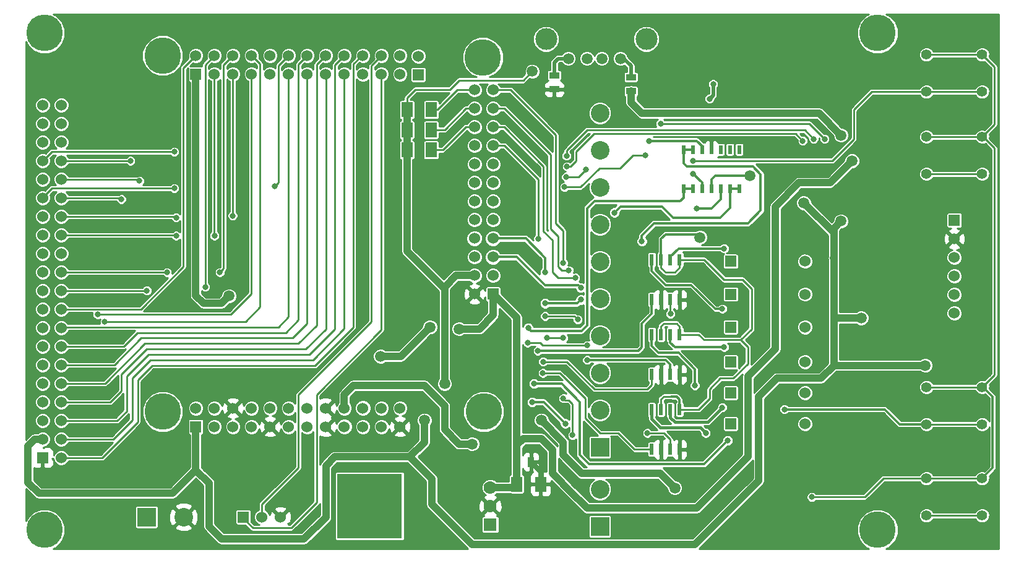
<source format=gbl>
G04 (created by PCBNEW (2013-june-11)-stable) date lun 19 ago 2013 20:26:35 COT*
%MOIN*%
G04 Gerber Fmt 3.4, Leading zero omitted, Abs format*
%FSLAX34Y34*%
G01*
G70*
G90*
G04 APERTURE LIST*
%ADD10C,0.00590551*%
%ADD11R,0.024X0.0598*%
%ADD12C,0.1969*%
%ADD13R,0.06X0.06*%
%ADD14C,0.06*%
%ADD15C,0.0591*%
%ADD16C,0.1181*%
%ADD17C,0.055*%
%ADD18R,0.06X0.08*%
%ADD19R,0.024X0.0492*%
%ADD20R,0.07X0.07*%
%ADD21C,0.07*%
%ADD22R,0.35X0.35*%
%ADD23R,0.1X0.1*%
%ADD24C,0.1*%
%ADD25R,0.055X0.035*%
%ADD26R,0.035X0.055*%
%ADD27C,0.0314961*%
%ADD28C,0.0315*%
%ADD29C,0.0394*%
%ADD30C,0.0118*%
%ADD31C,0.0157*%
%ADD32C,0.01*%
%ADD33C,0.0197*%
%ADD34C,0.0114*%
%ADD35C,0.0315*%
G04 APERTURE END LIST*
G54D10*
G54D11*
X67164Y-32276D03*
X67664Y-32276D03*
X68164Y-32276D03*
X68664Y-32276D03*
X68664Y-30126D03*
X68164Y-30126D03*
X67664Y-30126D03*
X67164Y-30126D03*
G54D12*
X79331Y-40649D03*
X79331Y-13878D03*
X34449Y-13878D03*
X34449Y-40650D03*
X58067Y-15196D03*
X40822Y-34279D03*
X58114Y-34275D03*
X40814Y-15098D03*
G54D13*
X42602Y-16094D03*
G54D14*
X42602Y-15094D03*
X43602Y-16094D03*
X43602Y-15094D03*
X44602Y-16094D03*
X44602Y-15094D03*
X45602Y-16094D03*
X45602Y-15094D03*
X46602Y-16094D03*
X46602Y-15094D03*
X47602Y-16094D03*
X47602Y-15094D03*
X48602Y-16094D03*
X48602Y-15094D03*
X49602Y-16094D03*
X49602Y-15094D03*
X50602Y-16094D03*
X50602Y-15094D03*
X51602Y-16094D03*
X51602Y-15094D03*
X52602Y-16094D03*
X52602Y-15094D03*
X53602Y-16094D03*
X53602Y-15094D03*
G54D13*
X42602Y-35094D03*
G54D14*
X42602Y-34094D03*
X43602Y-35094D03*
X43602Y-34094D03*
X44602Y-35094D03*
X44602Y-34094D03*
X45602Y-35094D03*
X45602Y-34094D03*
X46602Y-35094D03*
X46602Y-34094D03*
X47602Y-35094D03*
X47602Y-34094D03*
X48602Y-35094D03*
X48602Y-34094D03*
X49602Y-35094D03*
X49602Y-34094D03*
X50602Y-35094D03*
X50602Y-34094D03*
X51602Y-35094D03*
X51602Y-34094D03*
X52602Y-35094D03*
X52602Y-34094D03*
X53602Y-35094D03*
X53602Y-34094D03*
G54D13*
X58614Y-27944D03*
G54D14*
X57614Y-27944D03*
X58614Y-26944D03*
X57614Y-26944D03*
X58614Y-25944D03*
X57614Y-25944D03*
X58614Y-24944D03*
X57614Y-24944D03*
X58614Y-23944D03*
X57614Y-23944D03*
X58614Y-22944D03*
X57614Y-22944D03*
X58614Y-21944D03*
X57614Y-21944D03*
X58614Y-20944D03*
X57614Y-20944D03*
X58614Y-19944D03*
X57614Y-19944D03*
X58614Y-18944D03*
X57614Y-18944D03*
X58614Y-17944D03*
X57614Y-17944D03*
X58614Y-16944D03*
X57614Y-16944D03*
G54D13*
X54590Y-16125D03*
G54D14*
X54590Y-15125D03*
G54D15*
X62675Y-15256D03*
X63675Y-15256D03*
X64475Y-15256D03*
X65475Y-15256D03*
G54D16*
X61475Y-14206D03*
X66875Y-14206D03*
G54D17*
X84965Y-21473D03*
X84965Y-19473D03*
X81965Y-21473D03*
X81965Y-19473D03*
X84965Y-17044D03*
X84965Y-15044D03*
X81965Y-17044D03*
X81965Y-15044D03*
X84965Y-34957D03*
X84965Y-32957D03*
X81965Y-34957D03*
X81965Y-32957D03*
X84965Y-39878D03*
X84965Y-37878D03*
X81965Y-39878D03*
X81965Y-37878D03*
G54D18*
X59882Y-38189D03*
X61182Y-38189D03*
G54D13*
X34351Y-36764D03*
G54D14*
X35351Y-36764D03*
X34351Y-31764D03*
X35351Y-35764D03*
X34351Y-30764D03*
X35351Y-34764D03*
X34351Y-29764D03*
X35351Y-33764D03*
X34351Y-28764D03*
X35351Y-32764D03*
X34351Y-27764D03*
X35351Y-31764D03*
X34351Y-26764D03*
X35351Y-30764D03*
X34351Y-25764D03*
X35351Y-29764D03*
X34351Y-24764D03*
X35351Y-28764D03*
X34351Y-23764D03*
X35351Y-27764D03*
X34351Y-22764D03*
X35351Y-26764D03*
X34351Y-21764D03*
X35351Y-25764D03*
X35351Y-24764D03*
X34351Y-20764D03*
X35351Y-23764D03*
X35351Y-21764D03*
X35351Y-20764D03*
X35351Y-19764D03*
X35351Y-18764D03*
X34351Y-19764D03*
X34351Y-18764D03*
X34351Y-35764D03*
X34351Y-34764D03*
X34351Y-33764D03*
X34351Y-32764D03*
X34351Y-17764D03*
X35351Y-17764D03*
X35351Y-22764D03*
G54D13*
X83464Y-23975D03*
G54D14*
X83464Y-24975D03*
X83464Y-25975D03*
X83464Y-26975D03*
X83464Y-27975D03*
X83464Y-28975D03*
G54D13*
X71425Y-31595D03*
G54D14*
X75425Y-31595D03*
G54D13*
X71425Y-33268D03*
G54D14*
X75425Y-33268D03*
G54D13*
X71425Y-34941D03*
G54D14*
X75425Y-34941D03*
G54D13*
X71425Y-29725D03*
G54D14*
X75425Y-29725D03*
G54D13*
X71425Y-26181D03*
G54D14*
X75425Y-26181D03*
G54D13*
X71425Y-27953D03*
G54D14*
X75425Y-27953D03*
G54D11*
X67164Y-36312D03*
X67664Y-36312D03*
X68164Y-36312D03*
X68664Y-36312D03*
X68664Y-34162D03*
X68164Y-34162D03*
X67664Y-34162D03*
X67164Y-34162D03*
X67164Y-28241D03*
X67664Y-28241D03*
X68164Y-28241D03*
X68664Y-28241D03*
X68664Y-26091D03*
X68164Y-26091D03*
X67664Y-26091D03*
X67164Y-26091D03*
G54D19*
X71874Y-22262D03*
X71374Y-22262D03*
X70874Y-22262D03*
X70374Y-22262D03*
X69874Y-22262D03*
X69374Y-22262D03*
X68874Y-22262D03*
X68874Y-20162D03*
X69374Y-20162D03*
X69874Y-20162D03*
X70374Y-20162D03*
X70874Y-20162D03*
X71374Y-20162D03*
X71874Y-20162D03*
G54D20*
X58465Y-40370D03*
G54D21*
X58465Y-39370D03*
X58465Y-38370D03*
G54D22*
X51965Y-39370D03*
G54D13*
X45162Y-39961D03*
G54D14*
X46162Y-39961D03*
X47162Y-39961D03*
G54D23*
X39945Y-39961D03*
G54D24*
X41945Y-39961D03*
X64370Y-18201D03*
X64370Y-20201D03*
X64370Y-22201D03*
X64370Y-24201D03*
X64370Y-34201D03*
X64370Y-32201D03*
G54D23*
X64370Y-36201D03*
G54D24*
X64370Y-30201D03*
X64370Y-28201D03*
X64370Y-26201D03*
G54D23*
X64370Y-40469D03*
G54D24*
X64370Y-38469D03*
G54D18*
X53976Y-18012D03*
X55276Y-18012D03*
X53976Y-19095D03*
X55276Y-19095D03*
X53976Y-20177D03*
X55276Y-20177D03*
G54D25*
X66044Y-17009D03*
X66044Y-16259D03*
X61910Y-16911D03*
X61910Y-16161D03*
G54D26*
X59916Y-36988D03*
X60666Y-36988D03*
G54D15*
X77362Y-19390D03*
X77953Y-20768D03*
X56792Y-29823D03*
X55217Y-29725D03*
X52559Y-31300D03*
X44390Y-28051D03*
G54D27*
X69587Y-23327D03*
X69390Y-21457D03*
X67028Y-19685D03*
G54D28*
X70079Y-35433D03*
G54D27*
X70965Y-34055D03*
G54D28*
X69488Y-32874D03*
X71063Y-30807D03*
X70965Y-28740D03*
G54D27*
X71063Y-25492D03*
X65149Y-23555D03*
X63342Y-27598D03*
X60507Y-29771D03*
X63342Y-28251D03*
X66634Y-25099D03*
X61418Y-28445D03*
X61418Y-26772D03*
X61299Y-32200D03*
X62402Y-26280D03*
X66929Y-35433D03*
X61307Y-31586D03*
X63681Y-31496D03*
X62697Y-26674D03*
X61024Y-31004D03*
X63047Y-27066D03*
X68169Y-29015D03*
X43111Y-27559D03*
X39961Y-27756D03*
X60827Y-32776D03*
X71260Y-35827D03*
X62503Y-34921D03*
X60729Y-33760D03*
G54D15*
X61221Y-34744D03*
X68406Y-38386D03*
X57481Y-36024D03*
G54D27*
X41437Y-22244D03*
X46851Y-22146D03*
X41536Y-24803D03*
X43603Y-24803D03*
X41536Y-23819D03*
X44587Y-23721D03*
X41437Y-20276D03*
X37697Y-29429D03*
X43898Y-26772D03*
X41044Y-26772D03*
X37303Y-29036D03*
X75296Y-19685D03*
X62602Y-21078D03*
X60472Y-30570D03*
X63681Y-30709D03*
X74311Y-34154D03*
X69389Y-20759D03*
X62460Y-22177D03*
X66831Y-20473D03*
X67641Y-18767D03*
X63614Y-21244D03*
X62551Y-21637D03*
X76477Y-19587D03*
X62894Y-35551D03*
X75788Y-38878D03*
X62402Y-33563D03*
X62402Y-30315D03*
X61516Y-30315D03*
X61418Y-29134D03*
X63177Y-29314D03*
X61047Y-24956D03*
X62574Y-20496D03*
X75886Y-19587D03*
X39075Y-20768D03*
X38583Y-22835D03*
X39567Y-21851D03*
X70276Y-17422D03*
X70473Y-16634D03*
G54D15*
X72437Y-21574D03*
X75350Y-23031D03*
X60729Y-15945D03*
X78445Y-29233D03*
X81890Y-31792D03*
X77362Y-24016D03*
X54922Y-34744D03*
X56004Y-32776D03*
X69767Y-24885D03*
G54D29*
X62697Y-38485D02*
X62008Y-37796D01*
X66044Y-17619D02*
X66634Y-18209D01*
X66634Y-18209D02*
X76181Y-18209D01*
X76181Y-18209D02*
X77362Y-19390D01*
X77953Y-20768D02*
X76772Y-21949D01*
X76772Y-21949D02*
X75099Y-21949D01*
X75099Y-21949D02*
X73819Y-23229D01*
X73819Y-23229D02*
X73819Y-30906D01*
X73819Y-30906D02*
X72343Y-32382D01*
X72343Y-32382D02*
X72343Y-36713D01*
X72343Y-36713D02*
X69587Y-39469D01*
X69587Y-39469D02*
X63681Y-39469D01*
X63681Y-39469D02*
X62697Y-38485D01*
X66044Y-17009D02*
X66044Y-17619D01*
X60236Y-35729D02*
X59882Y-36083D01*
X61221Y-35729D02*
X60236Y-35729D01*
X61811Y-36319D02*
X61221Y-35729D01*
X61811Y-37598D02*
X61811Y-36319D01*
X62008Y-37795D02*
X61811Y-37598D01*
X62008Y-37796D02*
X62008Y-37795D01*
X42602Y-26181D02*
X42602Y-28035D01*
X42602Y-28035D02*
X43012Y-28445D01*
X58614Y-27944D02*
X58614Y-29084D01*
X58614Y-29084D02*
X57875Y-29823D01*
X57875Y-29823D02*
X56792Y-29823D01*
X55217Y-29725D02*
X53642Y-31300D01*
X53642Y-31300D02*
X52559Y-31300D01*
X44390Y-28051D02*
X43996Y-28445D01*
X43996Y-28445D02*
X43012Y-28445D01*
X42602Y-26181D02*
X42602Y-16094D01*
X58465Y-38370D02*
X59701Y-38370D01*
X59882Y-29212D02*
X58614Y-27944D01*
X59882Y-37008D02*
X59882Y-36083D01*
X59882Y-36083D02*
X59882Y-29212D01*
X59701Y-38370D02*
X59882Y-38189D01*
X59882Y-38189D02*
X59882Y-37008D01*
G54D30*
X70874Y-22827D02*
X70374Y-23327D01*
X70374Y-23327D02*
X69587Y-23327D01*
X70874Y-22262D02*
X70874Y-22827D01*
X69874Y-21941D02*
X69390Y-21457D01*
X69874Y-22262D02*
X69874Y-21941D01*
X69587Y-19685D02*
X67028Y-19685D01*
X69874Y-19972D02*
X69587Y-19685D01*
X69874Y-20162D02*
X69874Y-19972D01*
G54D31*
X69784Y-35138D02*
X70079Y-35433D01*
X67164Y-34683D02*
X67619Y-35138D01*
X67619Y-35138D02*
X69784Y-35138D01*
X67164Y-34162D02*
X67164Y-34683D01*
X70177Y-34843D02*
X70965Y-34055D01*
X68406Y-34843D02*
X70177Y-34843D01*
X68164Y-34601D02*
X68406Y-34843D01*
X68164Y-34162D02*
X68164Y-34601D01*
G54D30*
X69488Y-31988D02*
X69488Y-32874D01*
X67521Y-31103D02*
X68603Y-31103D01*
X67164Y-30746D02*
X67521Y-31103D01*
X67164Y-30126D02*
X67164Y-30746D01*
X68603Y-31103D02*
X69488Y-31988D01*
X68164Y-30126D02*
X68164Y-30565D01*
X68164Y-30565D02*
X68406Y-30807D01*
X68406Y-30807D02*
X71063Y-30807D01*
X67164Y-26091D02*
X67164Y-26711D01*
X70571Y-28740D02*
X70965Y-28740D01*
X67164Y-26711D02*
X67914Y-27461D01*
X69292Y-27461D02*
X70571Y-28740D01*
X67914Y-27461D02*
X69292Y-27461D01*
X68603Y-25492D02*
X71063Y-25492D01*
X68164Y-25931D02*
X68603Y-25492D01*
X68164Y-26091D02*
X68164Y-25931D01*
X65149Y-23555D02*
X65475Y-23229D01*
X65475Y-23229D02*
X67717Y-23229D01*
X67717Y-23229D02*
X68307Y-23819D01*
X61700Y-27461D02*
X63205Y-27461D01*
X58614Y-25944D02*
X59901Y-25944D01*
X59901Y-25944D02*
X61418Y-27461D01*
X61418Y-27461D02*
X61700Y-27461D01*
X63205Y-27461D02*
X63342Y-27598D01*
X71374Y-22262D02*
X71874Y-22262D01*
X71374Y-23312D02*
X71374Y-22262D01*
X68307Y-23819D02*
X70867Y-23819D01*
X67717Y-23229D02*
X68307Y-23819D01*
X70867Y-23819D02*
X71374Y-23312D01*
X61271Y-29922D02*
X61882Y-29922D01*
X61885Y-29925D02*
X61885Y-29922D01*
X61882Y-29922D02*
X61885Y-29925D01*
X60658Y-29922D02*
X61271Y-29922D01*
X60507Y-29771D02*
X60658Y-29922D01*
X61885Y-29922D02*
X63386Y-29922D01*
X63386Y-29922D02*
X63681Y-29627D01*
X63681Y-29627D02*
X63681Y-29626D01*
X68701Y-22933D02*
X64076Y-22933D01*
X64076Y-22933D02*
X63681Y-23328D01*
X63681Y-23328D02*
X63681Y-28642D01*
X68874Y-22262D02*
X68874Y-22760D01*
X68874Y-22262D02*
X69374Y-22262D01*
X63681Y-29626D02*
X63681Y-28642D01*
X68874Y-22760D02*
X68701Y-22933D01*
X66634Y-25099D02*
X66634Y-24795D01*
X72350Y-24129D02*
X73032Y-23448D01*
X67299Y-24129D02*
X72350Y-24129D01*
X66634Y-24795D02*
X67299Y-24129D01*
X68874Y-20162D02*
X68874Y-20889D01*
X68874Y-20889D02*
X69066Y-21082D01*
X73031Y-21492D02*
X73031Y-21850D01*
X72622Y-21082D02*
X73031Y-21492D01*
X69066Y-21082D02*
X72622Y-21082D01*
X62507Y-28445D02*
X63149Y-28445D01*
X63149Y-28445D02*
X63342Y-28251D01*
X61418Y-28445D02*
X62507Y-28445D01*
X61418Y-25985D02*
X61418Y-26772D01*
X60377Y-24944D02*
X61418Y-25985D01*
X58614Y-24944D02*
X60377Y-24944D01*
X73032Y-21851D02*
X73031Y-21850D01*
X73032Y-23448D02*
X73032Y-21851D01*
X69374Y-20162D02*
X68874Y-20162D01*
G54D32*
X61299Y-32200D02*
X61315Y-32185D01*
X61315Y-32185D02*
X62205Y-32185D01*
X55276Y-18012D02*
X55610Y-18012D01*
X56678Y-16944D02*
X57614Y-16944D01*
X55610Y-18012D02*
X56678Y-16944D01*
X63583Y-33563D02*
X62205Y-32185D01*
X66234Y-36312D02*
X65355Y-35433D01*
X67164Y-36312D02*
X66234Y-36312D01*
X64370Y-35433D02*
X63583Y-34646D01*
X65355Y-35433D02*
X64370Y-35433D01*
X63583Y-34646D02*
X63583Y-33563D01*
X58614Y-16944D02*
X59558Y-16944D01*
X61992Y-24122D02*
X62402Y-24531D01*
X61992Y-19377D02*
X61992Y-24122D01*
X59558Y-16944D02*
X61992Y-19377D01*
X62402Y-24531D02*
X62402Y-26280D01*
X68164Y-35782D02*
X68164Y-36312D01*
X67815Y-35433D02*
X68164Y-35782D01*
X66929Y-35433D02*
X67815Y-35433D01*
X61315Y-31595D02*
X62599Y-31595D01*
X61307Y-31586D02*
X61315Y-31595D01*
X67164Y-32837D02*
X67164Y-32276D01*
X62599Y-31595D02*
X64075Y-33071D01*
X64075Y-33071D02*
X66930Y-33071D01*
X66930Y-33071D02*
X67164Y-32837D01*
X55276Y-19095D02*
X56004Y-19095D01*
X57155Y-17944D02*
X57614Y-17944D01*
X56004Y-19095D02*
X57155Y-17944D01*
X58614Y-17944D02*
X59223Y-17944D01*
X61708Y-20429D02*
X61708Y-21251D01*
X59223Y-17944D02*
X61708Y-20429D01*
X62107Y-24835D02*
X62107Y-26478D01*
G54D30*
X67913Y-31496D02*
X63681Y-31496D01*
X68164Y-31747D02*
X67913Y-31496D01*
X68164Y-32276D02*
X68164Y-31747D01*
G54D32*
X62303Y-26674D02*
X62697Y-26674D01*
X62107Y-26478D02*
X62303Y-26674D01*
X61708Y-21251D02*
X61708Y-24437D01*
X61708Y-24437D02*
X62107Y-24835D01*
X55276Y-20177D02*
X55906Y-20177D01*
X57139Y-18944D02*
X57614Y-18944D01*
X55906Y-20177D02*
X57139Y-18944D01*
G54D30*
X66438Y-31004D02*
X61024Y-31004D01*
X66634Y-30808D02*
X66438Y-31004D01*
X67164Y-28998D02*
X66634Y-29528D01*
X67164Y-28241D02*
X67164Y-28998D01*
X66634Y-29528D02*
X66634Y-30808D01*
G54D32*
X58614Y-18944D02*
X59207Y-18944D01*
X61334Y-21070D02*
X61334Y-21448D01*
X59207Y-18944D02*
X61334Y-21070D01*
X61811Y-25031D02*
X61811Y-26772D01*
X61334Y-21448D02*
X61334Y-24555D01*
X61334Y-24555D02*
X61811Y-25031D01*
X62105Y-27066D02*
X63047Y-27066D01*
X61811Y-26772D02*
X62105Y-27066D01*
X68164Y-29010D02*
X68164Y-28241D01*
X68169Y-29015D02*
X68164Y-29010D01*
X43111Y-27559D02*
X43111Y-26575D01*
X43111Y-27559D02*
X43111Y-27067D01*
X43111Y-27067D02*
X43111Y-26575D01*
X43111Y-26575D02*
X43111Y-25689D01*
X43111Y-15585D02*
X43602Y-15094D01*
X43111Y-25689D02*
X43111Y-15585D01*
X35351Y-27764D02*
X39953Y-27764D01*
X39953Y-27764D02*
X39961Y-27756D01*
X35351Y-28764D02*
X39642Y-28764D01*
X41929Y-15767D02*
X42602Y-15094D01*
X39642Y-28764D02*
X41929Y-26477D01*
X41929Y-26477D02*
X41929Y-15767D01*
G54D30*
X71260Y-35827D02*
X69980Y-37107D01*
X69980Y-37107D02*
X63780Y-37107D01*
X60827Y-32776D02*
X62304Y-32776D01*
X62304Y-32776D02*
X63288Y-33760D01*
X63780Y-37107D02*
X63288Y-36615D01*
X63288Y-33760D02*
X63288Y-36615D01*
X60729Y-33760D02*
X61342Y-33760D01*
X61342Y-33760D02*
X62503Y-34921D01*
G54D29*
X62402Y-35925D02*
X62402Y-36615D01*
X61221Y-34744D02*
X62402Y-35925D01*
X56792Y-36024D02*
X57481Y-36024D01*
X56004Y-35236D02*
X56792Y-36024D01*
X54922Y-32874D02*
X56004Y-33956D01*
X51083Y-32874D02*
X54922Y-32874D01*
X62402Y-36615D02*
X63386Y-37599D01*
X56004Y-33956D02*
X56004Y-35236D01*
X67619Y-37599D02*
X68406Y-38386D01*
X50602Y-34094D02*
X50602Y-33355D01*
X50602Y-33355D02*
X51083Y-32874D01*
X63386Y-37599D02*
X67619Y-37599D01*
G54D32*
X34843Y-22244D02*
X41437Y-22244D01*
X34351Y-22736D02*
X34843Y-22244D01*
X46851Y-22146D02*
X47048Y-21949D01*
X47048Y-21949D02*
X47048Y-15648D01*
X47048Y-15648D02*
X47602Y-15094D01*
X34351Y-22764D02*
X34351Y-22736D01*
X39469Y-32579D02*
X40256Y-31792D01*
X39469Y-34842D02*
X39469Y-32579D01*
X37547Y-36764D02*
X39469Y-34842D01*
X51540Y-15094D02*
X51083Y-15551D01*
X51083Y-15551D02*
X51083Y-29724D01*
X51083Y-29724D02*
X50689Y-30118D01*
X51602Y-15094D02*
X51540Y-15094D01*
X35351Y-36764D02*
X37547Y-36764D01*
X40256Y-31792D02*
X49015Y-31792D01*
X49015Y-31792D02*
X50689Y-30118D01*
X38154Y-35764D02*
X39174Y-34744D01*
X50602Y-29812D02*
X50602Y-16094D01*
X48918Y-31496D02*
X50602Y-29812D01*
X39174Y-34744D02*
X39174Y-32480D01*
X39174Y-32480D02*
X40158Y-31496D01*
X40158Y-31496D02*
X48918Y-31496D01*
X35351Y-35764D02*
X38154Y-35764D01*
X35351Y-34764D02*
X38366Y-34764D01*
X50099Y-15597D02*
X50602Y-15094D01*
X40060Y-31201D02*
X48721Y-31201D01*
X50099Y-29823D02*
X50099Y-15597D01*
X38878Y-32383D02*
X40060Y-31201D01*
X48721Y-31201D02*
X50099Y-29823D01*
X38366Y-34764D02*
X38878Y-34252D01*
X38878Y-34252D02*
X38878Y-32383D01*
X48524Y-30906D02*
X49607Y-29823D01*
X49607Y-29823D02*
X49607Y-16099D01*
X49607Y-16099D02*
X49602Y-16094D01*
X38583Y-33170D02*
X38583Y-32283D01*
X39960Y-30906D02*
X48524Y-30906D01*
X35351Y-33764D02*
X37989Y-33764D01*
X37989Y-33764D02*
X38583Y-33170D01*
X38583Y-32283D02*
X39960Y-30906D01*
X37709Y-32764D02*
X39862Y-30611D01*
X48129Y-30611D02*
X49114Y-29626D01*
X35351Y-32764D02*
X37709Y-32764D01*
X49114Y-15582D02*
X49602Y-15094D01*
X39862Y-30611D02*
X48129Y-30611D01*
X49114Y-29626D02*
X49114Y-15582D01*
X38217Y-31764D02*
X39666Y-30315D01*
X47835Y-30315D02*
X48602Y-29548D01*
X48602Y-29548D02*
X48602Y-16094D01*
X35351Y-31764D02*
X38217Y-31764D01*
X39666Y-30315D02*
X47835Y-30315D01*
X47441Y-30020D02*
X48130Y-29331D01*
X35351Y-30764D02*
X38724Y-30764D01*
X48130Y-29331D02*
X48130Y-15566D01*
X48130Y-15566D02*
X48602Y-15094D01*
X38724Y-30764D02*
X39468Y-30020D01*
X39468Y-30020D02*
X47441Y-30020D01*
X47602Y-16094D02*
X47602Y-29170D01*
X35390Y-29725D02*
X35351Y-29764D01*
X47602Y-29170D02*
X47047Y-29725D01*
X47047Y-29725D02*
X35390Y-29725D01*
X43602Y-24802D02*
X43602Y-16094D01*
X35351Y-24764D02*
X41497Y-24764D01*
X41497Y-24764D02*
X41536Y-24803D01*
X43603Y-24803D02*
X43602Y-24802D01*
X35351Y-23764D02*
X41481Y-23764D01*
X44602Y-23706D02*
X44602Y-16094D01*
X44587Y-23721D02*
X44602Y-23706D01*
X41481Y-23764D02*
X41536Y-23819D01*
X34843Y-20276D02*
X41437Y-20276D01*
X34355Y-20764D02*
X34843Y-20276D01*
X34351Y-20764D02*
X34355Y-20764D01*
X46063Y-15551D02*
X46063Y-28642D01*
X46063Y-28642D02*
X45276Y-29429D01*
X45276Y-29429D02*
X43209Y-29429D01*
X45602Y-15094D02*
X45606Y-15094D01*
X45606Y-15094D02*
X46063Y-15551D01*
X37697Y-29429D02*
X43209Y-29429D01*
X44095Y-26575D02*
X44095Y-25296D01*
X43898Y-26772D02*
X44095Y-26575D01*
X41036Y-26764D02*
X41044Y-26772D01*
X44095Y-25296D02*
X44095Y-15601D01*
X44095Y-15601D02*
X44602Y-15094D01*
X35351Y-26764D02*
X41036Y-26764D01*
X45602Y-27922D02*
X45602Y-16094D01*
X44488Y-29036D02*
X45602Y-27922D01*
X39174Y-29036D02*
X44488Y-29036D01*
X37303Y-29036D02*
X39174Y-29036D01*
X74740Y-19292D02*
X74903Y-19292D01*
X74903Y-19292D02*
X75296Y-19685D01*
X64053Y-19313D02*
X64075Y-19292D01*
X64075Y-19292D02*
X74740Y-19292D01*
X74903Y-19292D02*
X75296Y-19685D01*
X63091Y-20342D02*
X63091Y-20276D01*
X63091Y-20276D02*
X64053Y-19313D01*
X63091Y-20768D02*
X63091Y-20342D01*
X62602Y-21078D02*
X62606Y-21082D01*
X62606Y-21082D02*
X62776Y-21082D01*
X62776Y-21082D02*
X63091Y-20768D01*
X61141Y-30574D02*
X61275Y-30709D01*
X60476Y-30574D02*
X61141Y-30574D01*
X60472Y-30570D02*
X60476Y-30574D01*
X61275Y-30709D02*
X63681Y-30709D01*
G54D30*
X79725Y-34154D02*
X80528Y-34957D01*
X80528Y-34957D02*
X81965Y-34957D01*
X74311Y-34154D02*
X79725Y-34154D01*
G54D32*
X81965Y-34957D02*
X84965Y-34957D01*
X76861Y-20759D02*
X76878Y-20759D01*
X76878Y-20759D02*
X78051Y-19587D01*
X69389Y-20759D02*
X76861Y-20759D01*
X62460Y-22177D02*
X63334Y-22177D01*
X64349Y-21162D02*
X65453Y-21162D01*
X63334Y-22177D02*
X64349Y-21162D01*
X78051Y-18012D02*
X79019Y-17044D01*
X79019Y-17044D02*
X81965Y-17044D01*
X78051Y-19587D02*
X78051Y-18012D01*
X66142Y-20473D02*
X66831Y-20473D01*
X65453Y-21162D02*
X66142Y-20473D01*
X81965Y-17044D02*
X84965Y-17044D01*
X75649Y-18759D02*
X76477Y-19587D01*
X67649Y-18759D02*
X75649Y-18759D01*
X67641Y-18767D02*
X67649Y-18759D01*
X62551Y-21637D02*
X63220Y-21637D01*
X63220Y-21637D02*
X63614Y-21244D01*
X81965Y-21473D02*
X84965Y-21473D01*
X62894Y-34909D02*
X62894Y-35551D01*
X78642Y-38878D02*
X79642Y-37878D01*
X75788Y-38878D02*
X78642Y-38878D01*
X62894Y-33859D02*
X62894Y-34909D01*
X62697Y-33662D02*
X62894Y-33859D01*
X62501Y-33662D02*
X62697Y-33662D01*
X62402Y-33563D02*
X62501Y-33662D01*
X61516Y-30315D02*
X62402Y-30315D01*
G54D30*
X84965Y-32957D02*
X85024Y-32957D01*
X85532Y-37311D02*
X84965Y-37878D01*
X85532Y-33465D02*
X85532Y-37311D01*
X85024Y-32957D02*
X85532Y-33465D01*
G54D32*
X84965Y-32957D02*
X81965Y-32957D01*
X81965Y-15044D02*
X84965Y-15044D01*
X84965Y-15044D02*
X85630Y-15709D01*
X85024Y-19473D02*
X85630Y-20079D01*
X85630Y-18808D02*
X84965Y-19473D01*
X84965Y-19473D02*
X81965Y-19473D01*
X85630Y-20079D02*
X85630Y-32292D01*
X84965Y-19473D02*
X85024Y-19473D01*
X85630Y-15709D02*
X85630Y-18808D01*
X85630Y-32292D02*
X84965Y-32957D01*
X81965Y-37878D02*
X84965Y-37878D01*
X79642Y-37878D02*
X81965Y-37878D01*
X58614Y-19944D02*
X59235Y-19944D01*
X61047Y-21755D02*
X61047Y-22070D01*
X59235Y-19944D02*
X61047Y-21755D01*
X61418Y-29134D02*
X62996Y-29134D01*
X62996Y-29134D02*
X63177Y-29314D01*
X61047Y-22070D02*
X61047Y-24956D01*
X84965Y-39878D02*
X81965Y-39878D01*
X62574Y-20496D02*
X62574Y-20216D01*
X75409Y-19110D02*
X75886Y-19587D01*
X63681Y-19110D02*
X75409Y-19110D01*
X62574Y-20216D02*
X63681Y-19110D01*
X49114Y-33367D02*
X52602Y-29879D01*
X49114Y-39174D02*
X49114Y-33367D01*
X47737Y-40551D02*
X49114Y-39174D01*
X45669Y-40551D02*
X47737Y-40551D01*
X45162Y-40044D02*
X45669Y-40551D01*
X45162Y-39961D02*
X45162Y-40044D01*
X52602Y-29879D02*
X52602Y-16094D01*
X39071Y-20764D02*
X35351Y-20764D01*
X39075Y-20768D02*
X39071Y-20764D01*
X38583Y-22835D02*
X38512Y-22764D01*
X38512Y-22764D02*
X35351Y-22764D01*
X39480Y-21764D02*
X35351Y-21764D01*
X39567Y-21851D02*
X39480Y-21764D01*
X46162Y-39272D02*
X46162Y-39961D01*
X52602Y-15094D02*
X52602Y-15115D01*
X52067Y-29430D02*
X48130Y-33367D01*
X48130Y-33367D02*
X48130Y-37304D01*
X52067Y-15650D02*
X52067Y-29430D01*
X48130Y-37304D02*
X46162Y-39272D01*
X52602Y-15115D02*
X52067Y-15650D01*
G54D33*
X65650Y-15256D02*
X66044Y-15650D01*
X65475Y-15256D02*
X65650Y-15256D01*
X66044Y-15650D02*
X66044Y-16259D01*
X70473Y-17225D02*
X70473Y-16634D01*
X70276Y-17422D02*
X70473Y-17225D01*
X61910Y-16161D02*
X61910Y-15453D01*
X62107Y-15256D02*
X62675Y-15256D01*
X61910Y-15453D02*
X62107Y-15256D01*
G54D30*
X70374Y-22262D02*
X70374Y-21783D01*
X70582Y-21574D02*
X72437Y-21574D01*
X70374Y-21783D02*
X70582Y-21574D01*
G54D29*
X76969Y-24897D02*
X76969Y-25991D01*
X76956Y-26003D02*
X76969Y-26003D01*
X76969Y-25991D02*
X76956Y-26003D01*
X76969Y-24650D02*
X76969Y-24897D01*
X75350Y-23031D02*
X76969Y-24650D01*
G54D34*
X53976Y-18012D02*
X53976Y-17382D01*
X60237Y-16437D02*
X60729Y-15945D01*
X56792Y-16437D02*
X60237Y-16437D01*
X56300Y-16929D02*
X56792Y-16437D01*
X54429Y-16929D02*
X56300Y-16929D01*
X53976Y-17382D02*
X54429Y-16929D01*
G54D29*
X78445Y-29233D02*
X76969Y-29233D01*
X78150Y-31791D02*
X81889Y-31791D01*
X81889Y-31791D02*
X81890Y-31792D01*
X76969Y-31791D02*
X78150Y-31791D01*
X77362Y-24016D02*
X76969Y-24409D01*
X76969Y-24409D02*
X76969Y-25099D01*
X55315Y-37894D02*
X54134Y-36713D01*
X76969Y-25099D02*
X76969Y-25468D01*
X76969Y-25468D02*
X76969Y-26003D01*
X76969Y-26003D02*
X76969Y-29233D01*
X76969Y-29233D02*
X76969Y-31791D01*
X76969Y-31791D02*
X76279Y-32481D01*
X76279Y-32481D02*
X73917Y-32481D01*
X73917Y-32481D02*
X72933Y-33465D01*
X72933Y-33465D02*
X72933Y-37992D01*
X72933Y-37992D02*
X69488Y-41437D01*
X69488Y-41437D02*
X57480Y-41437D01*
X57480Y-41437D02*
X55315Y-39272D01*
X55315Y-39272D02*
X55315Y-37894D01*
X53976Y-18012D02*
X53976Y-19095D01*
X53976Y-19095D02*
X53976Y-20177D01*
X53976Y-20177D02*
X53976Y-25630D01*
X53976Y-25630D02*
X56004Y-27658D01*
X43307Y-40453D02*
X43307Y-38123D01*
X43307Y-38123D02*
X42602Y-37418D01*
X54134Y-36713D02*
X50099Y-36713D01*
X50099Y-36713D02*
X49607Y-37205D01*
X49607Y-37205D02*
X49607Y-39960D01*
X49607Y-39960D02*
X48425Y-41142D01*
X48425Y-41142D02*
X43996Y-41142D01*
X43996Y-41142D02*
X43307Y-40453D01*
X54922Y-35925D02*
X54134Y-36713D01*
X54922Y-34744D02*
X54922Y-35925D01*
X56004Y-27658D02*
X56004Y-32776D01*
X57614Y-26944D02*
X56620Y-26944D01*
X56004Y-27560D02*
X56004Y-27658D01*
X56620Y-26944D02*
X56004Y-27560D01*
X37894Y-38681D02*
X41339Y-38681D01*
X34351Y-35764D02*
X33921Y-35764D01*
X33921Y-35764D02*
X33563Y-36122D01*
X33563Y-36122D02*
X33563Y-38091D01*
X33563Y-38091D02*
X34153Y-38681D01*
X34153Y-38681D02*
X37894Y-38681D01*
X42323Y-37697D02*
X42602Y-37418D01*
X41339Y-38681D02*
X42323Y-37697D01*
X42602Y-37418D02*
X42602Y-35094D01*
G54D30*
X67664Y-26091D02*
X67664Y-24965D01*
X69606Y-24724D02*
X69767Y-24885D01*
X67905Y-24724D02*
X69606Y-24724D01*
X67664Y-24965D02*
X67905Y-24724D01*
G54D34*
X67664Y-26091D02*
X67664Y-26523D01*
X67664Y-26523D02*
X67913Y-26772D01*
X67913Y-26772D02*
X68406Y-26772D01*
X68406Y-26772D02*
X68664Y-26514D01*
X68664Y-26514D02*
X68664Y-26091D01*
X68664Y-26091D02*
X69989Y-26091D01*
X72540Y-29823D02*
X71949Y-30414D01*
X72540Y-27658D02*
X72540Y-29823D01*
X72048Y-27166D02*
X72540Y-27658D01*
X71064Y-27166D02*
X72048Y-27166D01*
X69989Y-26091D02*
X71064Y-27166D01*
X68664Y-26514D02*
X68664Y-26091D01*
X68406Y-26772D02*
X68664Y-26514D01*
X67913Y-26772D02*
X68406Y-26772D01*
X67664Y-26523D02*
X67913Y-26772D01*
X68012Y-29528D02*
X67815Y-29528D01*
X67664Y-29679D02*
X67815Y-29528D01*
X67664Y-29679D02*
X67664Y-30126D01*
X68664Y-29688D02*
X68664Y-30126D01*
X68504Y-29528D02*
X68664Y-29688D01*
X68012Y-29528D02*
X68504Y-29528D01*
X68664Y-34162D02*
X69677Y-34162D01*
X69677Y-34162D02*
X70276Y-33563D01*
X70276Y-33563D02*
X70276Y-33071D01*
X70276Y-33071D02*
X70866Y-32481D01*
X70866Y-32481D02*
X71555Y-32481D01*
X71555Y-32481D02*
X72343Y-31693D01*
X72343Y-31693D02*
X72343Y-30808D01*
X72343Y-30808D02*
X71949Y-30414D01*
X69693Y-30126D02*
X68664Y-30126D01*
X71949Y-30414D02*
X69981Y-30414D01*
X69981Y-30414D02*
X69693Y-30126D01*
X67664Y-34162D02*
X67664Y-33616D01*
X67815Y-33465D02*
X68209Y-33465D01*
X67664Y-33616D02*
X67815Y-33465D01*
G54D30*
X68209Y-33465D02*
X68504Y-33465D01*
X68504Y-33465D02*
X68664Y-33625D01*
X68664Y-33625D02*
X68664Y-34162D01*
G54D35*
X61182Y-38189D02*
X61182Y-37503D01*
X61182Y-37503D02*
X60666Y-36988D01*
G54D10*
G36*
X48935Y-39099D02*
X47752Y-40282D01*
X47662Y-40372D01*
X47594Y-40372D01*
X47619Y-40347D01*
X47567Y-40295D01*
X47673Y-40270D01*
X47752Y-40051D01*
X47742Y-39818D01*
X47673Y-39651D01*
X47567Y-39626D01*
X47496Y-39696D01*
X47496Y-39555D01*
X47471Y-39449D01*
X47252Y-39370D01*
X47019Y-39380D01*
X46852Y-39449D01*
X46827Y-39555D01*
X47162Y-39890D01*
X47496Y-39555D01*
X47496Y-39696D01*
X47232Y-39961D01*
X47238Y-39966D01*
X47167Y-40037D01*
X47162Y-40031D01*
X47156Y-40037D01*
X47085Y-39966D01*
X47091Y-39961D01*
X46756Y-39626D01*
X46650Y-39651D01*
X46579Y-39848D01*
X46525Y-39718D01*
X46405Y-39597D01*
X46341Y-39570D01*
X46341Y-39346D01*
X48256Y-37430D01*
X48256Y-37430D01*
X48295Y-37372D01*
X48308Y-37304D01*
X48309Y-37304D01*
X48309Y-35407D01*
X48358Y-35457D01*
X48516Y-35522D01*
X48686Y-35523D01*
X48844Y-35457D01*
X48935Y-35367D01*
X48935Y-39099D01*
X48935Y-39099D01*
G37*
G54D32*
X48935Y-39099D02*
X47752Y-40282D01*
X47662Y-40372D01*
X47594Y-40372D01*
X47619Y-40347D01*
X47567Y-40295D01*
X47673Y-40270D01*
X47752Y-40051D01*
X47742Y-39818D01*
X47673Y-39651D01*
X47567Y-39626D01*
X47496Y-39696D01*
X47496Y-39555D01*
X47471Y-39449D01*
X47252Y-39370D01*
X47019Y-39380D01*
X46852Y-39449D01*
X46827Y-39555D01*
X47162Y-39890D01*
X47496Y-39555D01*
X47496Y-39696D01*
X47232Y-39961D01*
X47238Y-39966D01*
X47167Y-40037D01*
X47162Y-40031D01*
X47156Y-40037D01*
X47085Y-39966D01*
X47091Y-39961D01*
X46756Y-39626D01*
X46650Y-39651D01*
X46579Y-39848D01*
X46525Y-39718D01*
X46405Y-39597D01*
X46341Y-39570D01*
X46341Y-39346D01*
X48256Y-37430D01*
X48256Y-37430D01*
X48295Y-37372D01*
X48308Y-37304D01*
X48309Y-37304D01*
X48309Y-35407D01*
X48358Y-35457D01*
X48516Y-35522D01*
X48686Y-35523D01*
X48844Y-35457D01*
X48935Y-35367D01*
X48935Y-39099D01*
G54D10*
G36*
X51888Y-29355D02*
X48003Y-33240D01*
X47964Y-33298D01*
X47951Y-33367D01*
X47951Y-33836D01*
X47845Y-33730D01*
X47687Y-33665D01*
X47517Y-33664D01*
X47359Y-33730D01*
X47238Y-33850D01*
X47173Y-34008D01*
X47172Y-34178D01*
X47238Y-34336D01*
X47358Y-34457D01*
X47516Y-34522D01*
X47686Y-34523D01*
X47844Y-34457D01*
X47951Y-34351D01*
X47951Y-34836D01*
X47845Y-34730D01*
X47687Y-34665D01*
X47517Y-34664D01*
X47359Y-34730D01*
X47238Y-34850D01*
X47183Y-34982D01*
X47182Y-34951D01*
X47113Y-34784D01*
X47031Y-34764D01*
X47031Y-34009D01*
X46965Y-33851D01*
X46845Y-33730D01*
X46687Y-33665D01*
X46517Y-33664D01*
X46359Y-33730D01*
X46238Y-33850D01*
X46173Y-34008D01*
X46172Y-34178D01*
X46238Y-34336D01*
X46358Y-34457D01*
X46490Y-34512D01*
X46459Y-34513D01*
X46292Y-34582D01*
X46267Y-34688D01*
X46602Y-35023D01*
X46936Y-34688D01*
X46911Y-34582D01*
X46714Y-34511D01*
X46844Y-34457D01*
X46965Y-34337D01*
X47030Y-34179D01*
X47031Y-34009D01*
X47031Y-34764D01*
X47007Y-34759D01*
X46672Y-35094D01*
X47007Y-35428D01*
X47113Y-35403D01*
X47184Y-35206D01*
X47238Y-35336D01*
X47358Y-35457D01*
X47516Y-35522D01*
X47686Y-35523D01*
X47844Y-35457D01*
X47951Y-35351D01*
X47951Y-37229D01*
X46936Y-38243D01*
X46936Y-35499D01*
X46602Y-35164D01*
X46531Y-35235D01*
X46531Y-35094D01*
X46196Y-34759D01*
X46090Y-34784D01*
X46031Y-34949D01*
X46031Y-34009D01*
X45965Y-33851D01*
X45845Y-33730D01*
X45687Y-33665D01*
X45517Y-33664D01*
X45359Y-33730D01*
X45238Y-33850D01*
X45183Y-33982D01*
X45182Y-33951D01*
X45113Y-33784D01*
X45007Y-33759D01*
X44936Y-33829D01*
X44936Y-33688D01*
X44911Y-33582D01*
X44692Y-33503D01*
X44459Y-33513D01*
X44292Y-33582D01*
X44267Y-33688D01*
X44602Y-34023D01*
X44936Y-33688D01*
X44936Y-33829D01*
X44672Y-34094D01*
X45007Y-34428D01*
X45113Y-34403D01*
X45184Y-34206D01*
X45238Y-34336D01*
X45358Y-34457D01*
X45516Y-34522D01*
X45686Y-34523D01*
X45844Y-34457D01*
X45965Y-34337D01*
X46030Y-34179D01*
X46031Y-34009D01*
X46031Y-34949D01*
X46019Y-34981D01*
X45965Y-34851D01*
X45845Y-34730D01*
X45687Y-34665D01*
X45517Y-34664D01*
X45359Y-34730D01*
X45238Y-34850D01*
X45173Y-35008D01*
X45172Y-35178D01*
X45238Y-35336D01*
X45358Y-35457D01*
X45516Y-35522D01*
X45686Y-35523D01*
X45844Y-35457D01*
X45965Y-35337D01*
X46020Y-35205D01*
X46021Y-35236D01*
X46090Y-35403D01*
X46196Y-35428D01*
X46531Y-35094D01*
X46531Y-35235D01*
X46267Y-35499D01*
X46292Y-35605D01*
X46511Y-35684D01*
X46744Y-35674D01*
X46911Y-35605D01*
X46936Y-35499D01*
X46936Y-38243D01*
X46035Y-39145D01*
X45996Y-39203D01*
X45983Y-39272D01*
X45983Y-39570D01*
X45919Y-39597D01*
X45798Y-39717D01*
X45733Y-39875D01*
X45732Y-40045D01*
X45798Y-40203D01*
X45918Y-40324D01*
X46033Y-40372D01*
X45743Y-40372D01*
X45591Y-40219D01*
X45591Y-39635D01*
X45571Y-39588D01*
X45535Y-39551D01*
X45487Y-39532D01*
X45436Y-39531D01*
X45031Y-39531D01*
X45031Y-35009D01*
X44965Y-34851D01*
X44845Y-34730D01*
X44713Y-34675D01*
X44744Y-34674D01*
X44911Y-34605D01*
X44936Y-34499D01*
X44602Y-34164D01*
X44531Y-34235D01*
X44531Y-34094D01*
X44196Y-33759D01*
X44090Y-33784D01*
X44019Y-33981D01*
X43965Y-33851D01*
X43845Y-33730D01*
X43687Y-33665D01*
X43517Y-33664D01*
X43359Y-33730D01*
X43238Y-33850D01*
X43173Y-34008D01*
X43172Y-34178D01*
X43238Y-34336D01*
X43358Y-34457D01*
X43516Y-34522D01*
X43686Y-34523D01*
X43844Y-34457D01*
X43965Y-34337D01*
X44020Y-34205D01*
X44021Y-34236D01*
X44090Y-34403D01*
X44196Y-34428D01*
X44531Y-34094D01*
X44531Y-34235D01*
X44267Y-34499D01*
X44292Y-34605D01*
X44489Y-34676D01*
X44359Y-34730D01*
X44238Y-34850D01*
X44173Y-35008D01*
X44172Y-35178D01*
X44238Y-35336D01*
X44358Y-35457D01*
X44516Y-35522D01*
X44686Y-35523D01*
X44844Y-35457D01*
X44965Y-35337D01*
X45030Y-35179D01*
X45031Y-35009D01*
X45031Y-39531D01*
X44836Y-39531D01*
X44789Y-39551D01*
X44752Y-39587D01*
X44733Y-39635D01*
X44732Y-39686D01*
X44732Y-40286D01*
X44752Y-40333D01*
X44788Y-40370D01*
X44836Y-40389D01*
X44887Y-40390D01*
X45254Y-40390D01*
X45542Y-40677D01*
X45542Y-40677D01*
X45565Y-40693D01*
X45600Y-40716D01*
X45668Y-40729D01*
X45669Y-40730D01*
X47737Y-40730D01*
X47805Y-40716D01*
X47863Y-40677D01*
X49240Y-39300D01*
X49279Y-39242D01*
X49281Y-39234D01*
X49281Y-39824D01*
X48289Y-40816D01*
X44131Y-40816D01*
X44031Y-40716D01*
X44031Y-35009D01*
X43965Y-34851D01*
X43845Y-34730D01*
X43687Y-34665D01*
X43517Y-34664D01*
X43359Y-34730D01*
X43238Y-34850D01*
X43173Y-35008D01*
X43172Y-35178D01*
X43238Y-35336D01*
X43358Y-35457D01*
X43516Y-35522D01*
X43686Y-35523D01*
X43844Y-35457D01*
X43965Y-35337D01*
X44030Y-35179D01*
X44031Y-35009D01*
X44031Y-40716D01*
X43633Y-40317D01*
X43633Y-38123D01*
X43608Y-37998D01*
X43537Y-37892D01*
X43031Y-37386D01*
X43031Y-34009D01*
X42965Y-33851D01*
X42845Y-33730D01*
X42687Y-33665D01*
X42517Y-33664D01*
X42359Y-33730D01*
X42238Y-33850D01*
X42173Y-34008D01*
X42172Y-34178D01*
X42238Y-34336D01*
X42358Y-34457D01*
X42516Y-34522D01*
X42686Y-34523D01*
X42844Y-34457D01*
X42965Y-34337D01*
X43030Y-34179D01*
X43031Y-34009D01*
X43031Y-37386D01*
X42928Y-37282D01*
X42928Y-35522D01*
X42974Y-35503D01*
X43011Y-35467D01*
X43030Y-35419D01*
X43031Y-35368D01*
X43031Y-34768D01*
X43011Y-34721D01*
X42975Y-34684D01*
X42927Y-34665D01*
X42876Y-34664D01*
X42276Y-34664D01*
X42229Y-34684D01*
X42192Y-34720D01*
X42173Y-34768D01*
X42172Y-34819D01*
X42172Y-35419D01*
X42192Y-35466D01*
X42228Y-35503D01*
X42276Y-35522D01*
X42276Y-37282D01*
X42092Y-37466D01*
X42092Y-37466D01*
X41935Y-37623D01*
X41935Y-34058D01*
X41766Y-33649D01*
X41453Y-33335D01*
X41044Y-33165D01*
X40601Y-33165D01*
X40192Y-33334D01*
X39878Y-33647D01*
X39708Y-34056D01*
X39708Y-34499D01*
X39877Y-34908D01*
X40190Y-35222D01*
X40599Y-35392D01*
X41042Y-35392D01*
X41451Y-35223D01*
X41765Y-34910D01*
X41935Y-34501D01*
X41935Y-34058D01*
X41935Y-37623D01*
X41203Y-38355D01*
X37894Y-38355D01*
X34937Y-38355D01*
X34288Y-38355D01*
X33889Y-37955D01*
X33889Y-37306D01*
X33993Y-37349D01*
X34107Y-37350D01*
X34229Y-37350D01*
X34301Y-37278D01*
X34301Y-36814D01*
X34293Y-36814D01*
X34293Y-36714D01*
X34301Y-36714D01*
X34301Y-36706D01*
X34401Y-36706D01*
X34401Y-36714D01*
X34408Y-36714D01*
X34408Y-36814D01*
X34401Y-36814D01*
X34401Y-37278D01*
X34472Y-37350D01*
X34594Y-37350D01*
X34708Y-37349D01*
X34813Y-37306D01*
X34893Y-37225D01*
X34937Y-37120D01*
X34937Y-36885D01*
X34865Y-36814D01*
X34921Y-36814D01*
X34921Y-36848D01*
X34987Y-37006D01*
X35107Y-37127D01*
X35265Y-37192D01*
X35435Y-37193D01*
X35593Y-37127D01*
X35714Y-37007D01*
X35741Y-36943D01*
X37547Y-36943D01*
X37615Y-36929D01*
X37673Y-36890D01*
X39595Y-34968D01*
X39595Y-34968D01*
X39611Y-34945D01*
X39634Y-34910D01*
X39634Y-34910D01*
X39647Y-34842D01*
X39648Y-34842D01*
X39648Y-32653D01*
X40330Y-31971D01*
X49015Y-31971D01*
X49083Y-31957D01*
X49141Y-31918D01*
X50815Y-30244D01*
X50815Y-30244D01*
X50815Y-30244D01*
X51209Y-29850D01*
X51248Y-29792D01*
X51262Y-29724D01*
X51262Y-16360D01*
X51358Y-16457D01*
X51516Y-16522D01*
X51686Y-16523D01*
X51844Y-16457D01*
X51888Y-16414D01*
X51888Y-29355D01*
X51888Y-29355D01*
G37*
G54D32*
X51888Y-29355D02*
X48003Y-33240D01*
X47964Y-33298D01*
X47951Y-33367D01*
X47951Y-33836D01*
X47845Y-33730D01*
X47687Y-33665D01*
X47517Y-33664D01*
X47359Y-33730D01*
X47238Y-33850D01*
X47173Y-34008D01*
X47172Y-34178D01*
X47238Y-34336D01*
X47358Y-34457D01*
X47516Y-34522D01*
X47686Y-34523D01*
X47844Y-34457D01*
X47951Y-34351D01*
X47951Y-34836D01*
X47845Y-34730D01*
X47687Y-34665D01*
X47517Y-34664D01*
X47359Y-34730D01*
X47238Y-34850D01*
X47183Y-34982D01*
X47182Y-34951D01*
X47113Y-34784D01*
X47031Y-34764D01*
X47031Y-34009D01*
X46965Y-33851D01*
X46845Y-33730D01*
X46687Y-33665D01*
X46517Y-33664D01*
X46359Y-33730D01*
X46238Y-33850D01*
X46173Y-34008D01*
X46172Y-34178D01*
X46238Y-34336D01*
X46358Y-34457D01*
X46490Y-34512D01*
X46459Y-34513D01*
X46292Y-34582D01*
X46267Y-34688D01*
X46602Y-35023D01*
X46936Y-34688D01*
X46911Y-34582D01*
X46714Y-34511D01*
X46844Y-34457D01*
X46965Y-34337D01*
X47030Y-34179D01*
X47031Y-34009D01*
X47031Y-34764D01*
X47007Y-34759D01*
X46672Y-35094D01*
X47007Y-35428D01*
X47113Y-35403D01*
X47184Y-35206D01*
X47238Y-35336D01*
X47358Y-35457D01*
X47516Y-35522D01*
X47686Y-35523D01*
X47844Y-35457D01*
X47951Y-35351D01*
X47951Y-37229D01*
X46936Y-38243D01*
X46936Y-35499D01*
X46602Y-35164D01*
X46531Y-35235D01*
X46531Y-35094D01*
X46196Y-34759D01*
X46090Y-34784D01*
X46031Y-34949D01*
X46031Y-34009D01*
X45965Y-33851D01*
X45845Y-33730D01*
X45687Y-33665D01*
X45517Y-33664D01*
X45359Y-33730D01*
X45238Y-33850D01*
X45183Y-33982D01*
X45182Y-33951D01*
X45113Y-33784D01*
X45007Y-33759D01*
X44936Y-33829D01*
X44936Y-33688D01*
X44911Y-33582D01*
X44692Y-33503D01*
X44459Y-33513D01*
X44292Y-33582D01*
X44267Y-33688D01*
X44602Y-34023D01*
X44936Y-33688D01*
X44936Y-33829D01*
X44672Y-34094D01*
X45007Y-34428D01*
X45113Y-34403D01*
X45184Y-34206D01*
X45238Y-34336D01*
X45358Y-34457D01*
X45516Y-34522D01*
X45686Y-34523D01*
X45844Y-34457D01*
X45965Y-34337D01*
X46030Y-34179D01*
X46031Y-34009D01*
X46031Y-34949D01*
X46019Y-34981D01*
X45965Y-34851D01*
X45845Y-34730D01*
X45687Y-34665D01*
X45517Y-34664D01*
X45359Y-34730D01*
X45238Y-34850D01*
X45173Y-35008D01*
X45172Y-35178D01*
X45238Y-35336D01*
X45358Y-35457D01*
X45516Y-35522D01*
X45686Y-35523D01*
X45844Y-35457D01*
X45965Y-35337D01*
X46020Y-35205D01*
X46021Y-35236D01*
X46090Y-35403D01*
X46196Y-35428D01*
X46531Y-35094D01*
X46531Y-35235D01*
X46267Y-35499D01*
X46292Y-35605D01*
X46511Y-35684D01*
X46744Y-35674D01*
X46911Y-35605D01*
X46936Y-35499D01*
X46936Y-38243D01*
X46035Y-39145D01*
X45996Y-39203D01*
X45983Y-39272D01*
X45983Y-39570D01*
X45919Y-39597D01*
X45798Y-39717D01*
X45733Y-39875D01*
X45732Y-40045D01*
X45798Y-40203D01*
X45918Y-40324D01*
X46033Y-40372D01*
X45743Y-40372D01*
X45591Y-40219D01*
X45591Y-39635D01*
X45571Y-39588D01*
X45535Y-39551D01*
X45487Y-39532D01*
X45436Y-39531D01*
X45031Y-39531D01*
X45031Y-35009D01*
X44965Y-34851D01*
X44845Y-34730D01*
X44713Y-34675D01*
X44744Y-34674D01*
X44911Y-34605D01*
X44936Y-34499D01*
X44602Y-34164D01*
X44531Y-34235D01*
X44531Y-34094D01*
X44196Y-33759D01*
X44090Y-33784D01*
X44019Y-33981D01*
X43965Y-33851D01*
X43845Y-33730D01*
X43687Y-33665D01*
X43517Y-33664D01*
X43359Y-33730D01*
X43238Y-33850D01*
X43173Y-34008D01*
X43172Y-34178D01*
X43238Y-34336D01*
X43358Y-34457D01*
X43516Y-34522D01*
X43686Y-34523D01*
X43844Y-34457D01*
X43965Y-34337D01*
X44020Y-34205D01*
X44021Y-34236D01*
X44090Y-34403D01*
X44196Y-34428D01*
X44531Y-34094D01*
X44531Y-34235D01*
X44267Y-34499D01*
X44292Y-34605D01*
X44489Y-34676D01*
X44359Y-34730D01*
X44238Y-34850D01*
X44173Y-35008D01*
X44172Y-35178D01*
X44238Y-35336D01*
X44358Y-35457D01*
X44516Y-35522D01*
X44686Y-35523D01*
X44844Y-35457D01*
X44965Y-35337D01*
X45030Y-35179D01*
X45031Y-35009D01*
X45031Y-39531D01*
X44836Y-39531D01*
X44789Y-39551D01*
X44752Y-39587D01*
X44733Y-39635D01*
X44732Y-39686D01*
X44732Y-40286D01*
X44752Y-40333D01*
X44788Y-40370D01*
X44836Y-40389D01*
X44887Y-40390D01*
X45254Y-40390D01*
X45542Y-40677D01*
X45542Y-40677D01*
X45565Y-40693D01*
X45600Y-40716D01*
X45668Y-40729D01*
X45669Y-40730D01*
X47737Y-40730D01*
X47805Y-40716D01*
X47863Y-40677D01*
X49240Y-39300D01*
X49279Y-39242D01*
X49281Y-39234D01*
X49281Y-39824D01*
X48289Y-40816D01*
X44131Y-40816D01*
X44031Y-40716D01*
X44031Y-35009D01*
X43965Y-34851D01*
X43845Y-34730D01*
X43687Y-34665D01*
X43517Y-34664D01*
X43359Y-34730D01*
X43238Y-34850D01*
X43173Y-35008D01*
X43172Y-35178D01*
X43238Y-35336D01*
X43358Y-35457D01*
X43516Y-35522D01*
X43686Y-35523D01*
X43844Y-35457D01*
X43965Y-35337D01*
X44030Y-35179D01*
X44031Y-35009D01*
X44031Y-40716D01*
X43633Y-40317D01*
X43633Y-38123D01*
X43608Y-37998D01*
X43537Y-37892D01*
X43031Y-37386D01*
X43031Y-34009D01*
X42965Y-33851D01*
X42845Y-33730D01*
X42687Y-33665D01*
X42517Y-33664D01*
X42359Y-33730D01*
X42238Y-33850D01*
X42173Y-34008D01*
X42172Y-34178D01*
X42238Y-34336D01*
X42358Y-34457D01*
X42516Y-34522D01*
X42686Y-34523D01*
X42844Y-34457D01*
X42965Y-34337D01*
X43030Y-34179D01*
X43031Y-34009D01*
X43031Y-37386D01*
X42928Y-37282D01*
X42928Y-35522D01*
X42974Y-35503D01*
X43011Y-35467D01*
X43030Y-35419D01*
X43031Y-35368D01*
X43031Y-34768D01*
X43011Y-34721D01*
X42975Y-34684D01*
X42927Y-34665D01*
X42876Y-34664D01*
X42276Y-34664D01*
X42229Y-34684D01*
X42192Y-34720D01*
X42173Y-34768D01*
X42172Y-34819D01*
X42172Y-35419D01*
X42192Y-35466D01*
X42228Y-35503D01*
X42276Y-35522D01*
X42276Y-37282D01*
X42092Y-37466D01*
X42092Y-37466D01*
X41935Y-37623D01*
X41935Y-34058D01*
X41766Y-33649D01*
X41453Y-33335D01*
X41044Y-33165D01*
X40601Y-33165D01*
X40192Y-33334D01*
X39878Y-33647D01*
X39708Y-34056D01*
X39708Y-34499D01*
X39877Y-34908D01*
X40190Y-35222D01*
X40599Y-35392D01*
X41042Y-35392D01*
X41451Y-35223D01*
X41765Y-34910D01*
X41935Y-34501D01*
X41935Y-34058D01*
X41935Y-37623D01*
X41203Y-38355D01*
X37894Y-38355D01*
X34937Y-38355D01*
X34288Y-38355D01*
X33889Y-37955D01*
X33889Y-37306D01*
X33993Y-37349D01*
X34107Y-37350D01*
X34229Y-37350D01*
X34301Y-37278D01*
X34301Y-36814D01*
X34293Y-36814D01*
X34293Y-36714D01*
X34301Y-36714D01*
X34301Y-36706D01*
X34401Y-36706D01*
X34401Y-36714D01*
X34408Y-36714D01*
X34408Y-36814D01*
X34401Y-36814D01*
X34401Y-37278D01*
X34472Y-37350D01*
X34594Y-37350D01*
X34708Y-37349D01*
X34813Y-37306D01*
X34893Y-37225D01*
X34937Y-37120D01*
X34937Y-36885D01*
X34865Y-36814D01*
X34921Y-36814D01*
X34921Y-36848D01*
X34987Y-37006D01*
X35107Y-37127D01*
X35265Y-37192D01*
X35435Y-37193D01*
X35593Y-37127D01*
X35714Y-37007D01*
X35741Y-36943D01*
X37547Y-36943D01*
X37615Y-36929D01*
X37673Y-36890D01*
X39595Y-34968D01*
X39595Y-34968D01*
X39611Y-34945D01*
X39634Y-34910D01*
X39634Y-34910D01*
X39647Y-34842D01*
X39648Y-34842D01*
X39648Y-32653D01*
X40330Y-31971D01*
X49015Y-31971D01*
X49083Y-31957D01*
X49141Y-31918D01*
X50815Y-30244D01*
X50815Y-30244D01*
X50815Y-30244D01*
X51209Y-29850D01*
X51248Y-29792D01*
X51262Y-29724D01*
X51262Y-16360D01*
X51358Y-16457D01*
X51516Y-16522D01*
X51686Y-16523D01*
X51844Y-16457D01*
X51888Y-16414D01*
X51888Y-29355D01*
G54D10*
G36*
X57243Y-41662D02*
X53844Y-41662D01*
X53844Y-41094D01*
X53844Y-37594D01*
X53824Y-37547D01*
X53788Y-37510D01*
X53740Y-37491D01*
X53689Y-37490D01*
X50189Y-37490D01*
X50142Y-37510D01*
X50105Y-37546D01*
X50086Y-37594D01*
X50085Y-37645D01*
X50085Y-41145D01*
X50105Y-41192D01*
X50141Y-41229D01*
X50189Y-41248D01*
X50240Y-41249D01*
X53740Y-41249D01*
X53787Y-41229D01*
X53824Y-41193D01*
X53843Y-41145D01*
X53844Y-41094D01*
X53844Y-41662D01*
X42734Y-41662D01*
X42734Y-40099D01*
X42727Y-39786D01*
X42621Y-39531D01*
X42495Y-39481D01*
X42424Y-39552D01*
X42424Y-39410D01*
X42374Y-39284D01*
X42083Y-39171D01*
X41770Y-39178D01*
X41515Y-39284D01*
X41465Y-39410D01*
X41945Y-39890D01*
X42424Y-39410D01*
X42424Y-39552D01*
X42015Y-39961D01*
X42495Y-40440D01*
X42621Y-40390D01*
X42734Y-40099D01*
X42734Y-41662D01*
X42424Y-41662D01*
X42424Y-40511D01*
X41945Y-40031D01*
X41874Y-40102D01*
X41874Y-39961D01*
X41394Y-39481D01*
X41268Y-39531D01*
X41155Y-39822D01*
X41162Y-40135D01*
X41268Y-40390D01*
X41394Y-40440D01*
X41874Y-39961D01*
X41874Y-40102D01*
X41465Y-40511D01*
X41515Y-40637D01*
X41806Y-40750D01*
X42119Y-40743D01*
X42374Y-40637D01*
X42424Y-40511D01*
X42424Y-41662D01*
X40574Y-41662D01*
X40574Y-40435D01*
X40574Y-39435D01*
X40554Y-39388D01*
X40518Y-39351D01*
X40470Y-39332D01*
X40419Y-39331D01*
X39419Y-39331D01*
X39372Y-39351D01*
X39335Y-39387D01*
X39316Y-39435D01*
X39315Y-39486D01*
X39315Y-40486D01*
X39335Y-40533D01*
X39371Y-40570D01*
X39419Y-40589D01*
X39470Y-40590D01*
X40470Y-40590D01*
X40517Y-40570D01*
X40554Y-40534D01*
X40573Y-40486D01*
X40574Y-40435D01*
X40574Y-41662D01*
X34915Y-41662D01*
X35078Y-41594D01*
X35392Y-41281D01*
X35562Y-40872D01*
X35562Y-40429D01*
X35393Y-40020D01*
X35080Y-39706D01*
X34671Y-39536D01*
X34228Y-39536D01*
X33819Y-39705D01*
X33505Y-40018D01*
X33437Y-40183D01*
X33437Y-38426D01*
X33922Y-38911D01*
X33922Y-38911D01*
X34028Y-38982D01*
X34153Y-39007D01*
X37894Y-39007D01*
X41339Y-39007D01*
X41463Y-38982D01*
X41569Y-38911D01*
X42553Y-37927D01*
X42553Y-37927D01*
X42553Y-37927D01*
X42601Y-37879D01*
X42981Y-38258D01*
X42981Y-40453D01*
X43005Y-40577D01*
X43076Y-40683D01*
X43765Y-41372D01*
X43765Y-41372D01*
X43828Y-41414D01*
X43871Y-41443D01*
X43871Y-41443D01*
X43996Y-41468D01*
X48425Y-41468D01*
X48549Y-41443D01*
X48655Y-41372D01*
X49837Y-40190D01*
X49908Y-40084D01*
X49933Y-39960D01*
X49933Y-37340D01*
X50234Y-37039D01*
X53998Y-37039D01*
X54989Y-38029D01*
X54989Y-39272D01*
X55013Y-39396D01*
X55084Y-39502D01*
X57243Y-41662D01*
X57243Y-41662D01*
G37*
G54D32*
X57243Y-41662D02*
X53844Y-41662D01*
X53844Y-41094D01*
X53844Y-37594D01*
X53824Y-37547D01*
X53788Y-37510D01*
X53740Y-37491D01*
X53689Y-37490D01*
X50189Y-37490D01*
X50142Y-37510D01*
X50105Y-37546D01*
X50086Y-37594D01*
X50085Y-37645D01*
X50085Y-41145D01*
X50105Y-41192D01*
X50141Y-41229D01*
X50189Y-41248D01*
X50240Y-41249D01*
X53740Y-41249D01*
X53787Y-41229D01*
X53824Y-41193D01*
X53843Y-41145D01*
X53844Y-41094D01*
X53844Y-41662D01*
X42734Y-41662D01*
X42734Y-40099D01*
X42727Y-39786D01*
X42621Y-39531D01*
X42495Y-39481D01*
X42424Y-39552D01*
X42424Y-39410D01*
X42374Y-39284D01*
X42083Y-39171D01*
X41770Y-39178D01*
X41515Y-39284D01*
X41465Y-39410D01*
X41945Y-39890D01*
X42424Y-39410D01*
X42424Y-39552D01*
X42015Y-39961D01*
X42495Y-40440D01*
X42621Y-40390D01*
X42734Y-40099D01*
X42734Y-41662D01*
X42424Y-41662D01*
X42424Y-40511D01*
X41945Y-40031D01*
X41874Y-40102D01*
X41874Y-39961D01*
X41394Y-39481D01*
X41268Y-39531D01*
X41155Y-39822D01*
X41162Y-40135D01*
X41268Y-40390D01*
X41394Y-40440D01*
X41874Y-39961D01*
X41874Y-40102D01*
X41465Y-40511D01*
X41515Y-40637D01*
X41806Y-40750D01*
X42119Y-40743D01*
X42374Y-40637D01*
X42424Y-40511D01*
X42424Y-41662D01*
X40574Y-41662D01*
X40574Y-40435D01*
X40574Y-39435D01*
X40554Y-39388D01*
X40518Y-39351D01*
X40470Y-39332D01*
X40419Y-39331D01*
X39419Y-39331D01*
X39372Y-39351D01*
X39335Y-39387D01*
X39316Y-39435D01*
X39315Y-39486D01*
X39315Y-40486D01*
X39335Y-40533D01*
X39371Y-40570D01*
X39419Y-40589D01*
X39470Y-40590D01*
X40470Y-40590D01*
X40517Y-40570D01*
X40554Y-40534D01*
X40573Y-40486D01*
X40574Y-40435D01*
X40574Y-41662D01*
X34915Y-41662D01*
X35078Y-41594D01*
X35392Y-41281D01*
X35562Y-40872D01*
X35562Y-40429D01*
X35393Y-40020D01*
X35080Y-39706D01*
X34671Y-39536D01*
X34228Y-39536D01*
X33819Y-39705D01*
X33505Y-40018D01*
X33437Y-40183D01*
X33437Y-38426D01*
X33922Y-38911D01*
X33922Y-38911D01*
X34028Y-38982D01*
X34153Y-39007D01*
X37894Y-39007D01*
X41339Y-39007D01*
X41463Y-38982D01*
X41569Y-38911D01*
X42553Y-37927D01*
X42553Y-37927D01*
X42553Y-37927D01*
X42601Y-37879D01*
X42981Y-38258D01*
X42981Y-40453D01*
X43005Y-40577D01*
X43076Y-40683D01*
X43765Y-41372D01*
X43765Y-41372D01*
X43828Y-41414D01*
X43871Y-41443D01*
X43871Y-41443D01*
X43996Y-41468D01*
X48425Y-41468D01*
X48549Y-41443D01*
X48655Y-41372D01*
X49837Y-40190D01*
X49908Y-40084D01*
X49933Y-39960D01*
X49933Y-37340D01*
X50234Y-37039D01*
X53998Y-37039D01*
X54989Y-38029D01*
X54989Y-39272D01*
X55013Y-39396D01*
X55084Y-39502D01*
X57243Y-41662D01*
G54D10*
G36*
X85855Y-41662D02*
X85809Y-41662D01*
X85809Y-32292D01*
X85809Y-20079D01*
X85795Y-20010D01*
X85756Y-19952D01*
X85365Y-19561D01*
X85368Y-19553D01*
X85369Y-19392D01*
X85348Y-19342D01*
X85756Y-18934D01*
X85795Y-18876D01*
X85809Y-18808D01*
X85809Y-15709D01*
X85795Y-15640D01*
X85756Y-15582D01*
X85348Y-15174D01*
X85368Y-15124D01*
X85369Y-14963D01*
X85307Y-14815D01*
X85194Y-14701D01*
X85045Y-14640D01*
X84884Y-14639D01*
X84736Y-14701D01*
X84622Y-14814D01*
X84601Y-14865D01*
X82328Y-14865D01*
X82307Y-14815D01*
X82194Y-14701D01*
X82045Y-14640D01*
X81884Y-14639D01*
X81736Y-14701D01*
X81622Y-14814D01*
X81561Y-14963D01*
X81560Y-15124D01*
X81622Y-15272D01*
X81735Y-15386D01*
X81884Y-15447D01*
X82045Y-15448D01*
X82193Y-15386D01*
X82307Y-15273D01*
X82328Y-15223D01*
X84601Y-15223D01*
X84622Y-15272D01*
X84735Y-15386D01*
X84884Y-15447D01*
X85045Y-15448D01*
X85095Y-15427D01*
X85451Y-15783D01*
X85451Y-18733D01*
X85095Y-19089D01*
X85045Y-19069D01*
X84884Y-19068D01*
X84736Y-19130D01*
X84622Y-19243D01*
X84601Y-19294D01*
X82328Y-19294D01*
X82307Y-19244D01*
X82194Y-19130D01*
X82045Y-19069D01*
X81884Y-19068D01*
X81736Y-19130D01*
X81622Y-19243D01*
X81561Y-19392D01*
X81560Y-19553D01*
X81622Y-19701D01*
X81735Y-19815D01*
X81884Y-19876D01*
X82045Y-19877D01*
X82193Y-19815D01*
X82307Y-19702D01*
X82328Y-19652D01*
X84601Y-19652D01*
X84622Y-19701D01*
X84735Y-19815D01*
X84884Y-19876D01*
X85045Y-19877D01*
X85136Y-19839D01*
X85451Y-20153D01*
X85451Y-32217D01*
X85369Y-32299D01*
X85369Y-21392D01*
X85307Y-21244D01*
X85194Y-21130D01*
X85045Y-21069D01*
X84884Y-21068D01*
X84736Y-21130D01*
X84622Y-21243D01*
X84601Y-21294D01*
X82328Y-21294D01*
X82307Y-21244D01*
X82194Y-21130D01*
X82045Y-21069D01*
X81884Y-21068D01*
X81736Y-21130D01*
X81622Y-21243D01*
X81561Y-21392D01*
X81560Y-21553D01*
X81622Y-21701D01*
X81735Y-21815D01*
X81884Y-21876D01*
X82045Y-21877D01*
X82193Y-21815D01*
X82307Y-21702D01*
X82328Y-21652D01*
X84601Y-21652D01*
X84622Y-21701D01*
X84735Y-21815D01*
X84884Y-21876D01*
X85045Y-21877D01*
X85193Y-21815D01*
X85307Y-21702D01*
X85368Y-21553D01*
X85369Y-21392D01*
X85369Y-32299D01*
X85095Y-32573D01*
X85045Y-32553D01*
X84884Y-32552D01*
X84736Y-32614D01*
X84622Y-32727D01*
X84601Y-32778D01*
X84054Y-32778D01*
X84054Y-25065D01*
X84044Y-24832D01*
X83975Y-24665D01*
X83893Y-24645D01*
X83893Y-24249D01*
X83893Y-23649D01*
X83873Y-23602D01*
X83837Y-23565D01*
X83789Y-23546D01*
X83738Y-23545D01*
X83138Y-23545D01*
X83091Y-23565D01*
X83054Y-23601D01*
X83035Y-23649D01*
X83034Y-23700D01*
X83034Y-24300D01*
X83054Y-24347D01*
X83090Y-24384D01*
X83138Y-24403D01*
X83189Y-24404D01*
X83299Y-24404D01*
X83154Y-24463D01*
X83129Y-24569D01*
X83464Y-24904D01*
X83798Y-24569D01*
X83773Y-24463D01*
X83608Y-24404D01*
X83789Y-24404D01*
X83836Y-24384D01*
X83873Y-24348D01*
X83892Y-24300D01*
X83893Y-24249D01*
X83893Y-24645D01*
X83869Y-24640D01*
X83534Y-24975D01*
X83869Y-25309D01*
X83975Y-25284D01*
X84054Y-25065D01*
X84054Y-32778D01*
X83893Y-32778D01*
X83893Y-28890D01*
X83893Y-27890D01*
X83893Y-26890D01*
X83893Y-25890D01*
X83827Y-25732D01*
X83707Y-25611D01*
X83575Y-25556D01*
X83606Y-25555D01*
X83773Y-25486D01*
X83798Y-25380D01*
X83464Y-25045D01*
X83393Y-25116D01*
X83393Y-24975D01*
X83058Y-24640D01*
X82952Y-24665D01*
X82873Y-24884D01*
X82883Y-25117D01*
X82952Y-25284D01*
X83058Y-25309D01*
X83393Y-24975D01*
X83393Y-25116D01*
X83129Y-25380D01*
X83154Y-25486D01*
X83351Y-25557D01*
X83221Y-25611D01*
X83100Y-25731D01*
X83035Y-25889D01*
X83034Y-26059D01*
X83100Y-26217D01*
X83220Y-26338D01*
X83378Y-26403D01*
X83548Y-26404D01*
X83706Y-26338D01*
X83827Y-26218D01*
X83892Y-26060D01*
X83893Y-25890D01*
X83893Y-26890D01*
X83827Y-26732D01*
X83707Y-26611D01*
X83549Y-26546D01*
X83379Y-26545D01*
X83221Y-26611D01*
X83100Y-26731D01*
X83035Y-26889D01*
X83034Y-27059D01*
X83100Y-27217D01*
X83220Y-27338D01*
X83378Y-27403D01*
X83548Y-27404D01*
X83706Y-27338D01*
X83827Y-27218D01*
X83892Y-27060D01*
X83893Y-26890D01*
X83893Y-27890D01*
X83827Y-27732D01*
X83707Y-27611D01*
X83549Y-27546D01*
X83379Y-27545D01*
X83221Y-27611D01*
X83100Y-27731D01*
X83035Y-27889D01*
X83034Y-28059D01*
X83100Y-28217D01*
X83220Y-28338D01*
X83378Y-28403D01*
X83548Y-28404D01*
X83706Y-28338D01*
X83827Y-28218D01*
X83892Y-28060D01*
X83893Y-27890D01*
X83893Y-28890D01*
X83827Y-28732D01*
X83707Y-28611D01*
X83549Y-28546D01*
X83379Y-28545D01*
X83221Y-28611D01*
X83100Y-28731D01*
X83035Y-28889D01*
X83034Y-29059D01*
X83100Y-29217D01*
X83220Y-29338D01*
X83378Y-29403D01*
X83548Y-29404D01*
X83706Y-29338D01*
X83827Y-29218D01*
X83892Y-29060D01*
X83893Y-28890D01*
X83893Y-32778D01*
X82328Y-32778D01*
X82307Y-32728D01*
X82194Y-32614D01*
X82045Y-32553D01*
X81884Y-32552D01*
X81736Y-32614D01*
X81622Y-32727D01*
X81561Y-32876D01*
X81560Y-33037D01*
X81622Y-33185D01*
X81735Y-33299D01*
X81884Y-33360D01*
X82045Y-33361D01*
X82193Y-33299D01*
X82307Y-33186D01*
X82328Y-33136D01*
X84601Y-33136D01*
X84622Y-33185D01*
X84735Y-33299D01*
X84884Y-33360D01*
X85045Y-33361D01*
X85127Y-33326D01*
X85344Y-33542D01*
X85344Y-34816D01*
X85307Y-34728D01*
X85194Y-34614D01*
X85045Y-34553D01*
X84884Y-34552D01*
X84736Y-34614D01*
X84622Y-34727D01*
X84601Y-34778D01*
X82328Y-34778D01*
X82307Y-34728D01*
X82194Y-34614D01*
X82045Y-34553D01*
X81884Y-34552D01*
X81736Y-34614D01*
X81622Y-34727D01*
X81605Y-34769D01*
X80605Y-34769D01*
X79857Y-34021D01*
X79796Y-33980D01*
X79725Y-33965D01*
X79724Y-33966D01*
X75854Y-33966D01*
X75854Y-33183D01*
X75788Y-33025D01*
X75668Y-32904D01*
X75510Y-32839D01*
X75340Y-32838D01*
X75182Y-32904D01*
X75061Y-33024D01*
X74996Y-33182D01*
X74995Y-33352D01*
X75061Y-33510D01*
X75181Y-33631D01*
X75339Y-33696D01*
X75509Y-33697D01*
X75667Y-33631D01*
X75788Y-33511D01*
X75853Y-33353D01*
X75854Y-33183D01*
X75854Y-33966D01*
X74528Y-33966D01*
X74473Y-33911D01*
X74368Y-33867D01*
X74254Y-33867D01*
X74148Y-33910D01*
X74068Y-33991D01*
X74024Y-34096D01*
X74024Y-34210D01*
X74067Y-34316D01*
X74148Y-34396D01*
X74253Y-34440D01*
X74367Y-34440D01*
X74473Y-34397D01*
X74528Y-34342D01*
X79647Y-34342D01*
X80395Y-35089D01*
X80395Y-35089D01*
X80456Y-35130D01*
X80528Y-35145D01*
X81605Y-35145D01*
X81622Y-35185D01*
X81735Y-35299D01*
X81884Y-35360D01*
X82045Y-35361D01*
X82193Y-35299D01*
X82307Y-35186D01*
X82328Y-35136D01*
X84601Y-35136D01*
X84622Y-35185D01*
X84735Y-35299D01*
X84884Y-35360D01*
X85045Y-35361D01*
X85193Y-35299D01*
X85307Y-35186D01*
X85344Y-35097D01*
X85344Y-37233D01*
X85086Y-37490D01*
X85045Y-37474D01*
X84884Y-37473D01*
X84736Y-37535D01*
X84622Y-37648D01*
X84601Y-37699D01*
X82328Y-37699D01*
X82307Y-37649D01*
X82194Y-37535D01*
X82045Y-37474D01*
X81884Y-37473D01*
X81736Y-37535D01*
X81622Y-37648D01*
X81601Y-37699D01*
X79642Y-37699D01*
X79573Y-37712D01*
X79515Y-37751D01*
X78567Y-38699D01*
X76014Y-38699D01*
X75950Y-38635D01*
X75854Y-38595D01*
X75854Y-34856D01*
X75788Y-34698D01*
X75668Y-34577D01*
X75510Y-34512D01*
X75340Y-34511D01*
X75182Y-34577D01*
X75061Y-34697D01*
X74996Y-34855D01*
X74995Y-35025D01*
X75061Y-35183D01*
X75181Y-35304D01*
X75339Y-35369D01*
X75509Y-35370D01*
X75667Y-35304D01*
X75788Y-35184D01*
X75853Y-35026D01*
X75854Y-34856D01*
X75854Y-38595D01*
X75845Y-38591D01*
X75731Y-38591D01*
X75625Y-38634D01*
X75545Y-38715D01*
X75501Y-38820D01*
X75501Y-38934D01*
X75544Y-39040D01*
X75625Y-39120D01*
X75730Y-39164D01*
X75844Y-39164D01*
X75950Y-39121D01*
X76014Y-39057D01*
X78642Y-39057D01*
X78710Y-39043D01*
X78768Y-39004D01*
X79716Y-38057D01*
X81601Y-38057D01*
X81622Y-38106D01*
X81735Y-38220D01*
X81884Y-38281D01*
X82045Y-38282D01*
X82193Y-38220D01*
X82307Y-38107D01*
X82328Y-38057D01*
X84601Y-38057D01*
X84622Y-38106D01*
X84735Y-38220D01*
X84884Y-38281D01*
X85045Y-38282D01*
X85193Y-38220D01*
X85307Y-38107D01*
X85368Y-37958D01*
X85369Y-37797D01*
X85352Y-37756D01*
X85664Y-37443D01*
X85705Y-37382D01*
X85720Y-37311D01*
X85720Y-33465D01*
X85705Y-33393D01*
X85664Y-33332D01*
X85368Y-33036D01*
X85369Y-32876D01*
X85348Y-32826D01*
X85756Y-32418D01*
X85795Y-32360D01*
X85809Y-32292D01*
X85809Y-41662D01*
X85369Y-41662D01*
X85369Y-39797D01*
X85307Y-39649D01*
X85194Y-39535D01*
X85045Y-39474D01*
X84884Y-39473D01*
X84736Y-39535D01*
X84622Y-39648D01*
X84601Y-39699D01*
X82328Y-39699D01*
X82307Y-39649D01*
X82194Y-39535D01*
X82045Y-39474D01*
X81884Y-39473D01*
X81736Y-39535D01*
X81622Y-39648D01*
X81561Y-39797D01*
X81560Y-39958D01*
X81622Y-40106D01*
X81735Y-40220D01*
X81884Y-40281D01*
X82045Y-40282D01*
X82193Y-40220D01*
X82307Y-40107D01*
X82328Y-40057D01*
X84601Y-40057D01*
X84622Y-40106D01*
X84735Y-40220D01*
X84884Y-40281D01*
X85045Y-40282D01*
X85193Y-40220D01*
X85307Y-40107D01*
X85368Y-39958D01*
X85369Y-39797D01*
X85369Y-41662D01*
X80512Y-41662D01*
X79795Y-41662D01*
X79960Y-41593D01*
X80274Y-41280D01*
X80444Y-40871D01*
X80444Y-40428D01*
X80275Y-40019D01*
X79962Y-39705D01*
X79553Y-39535D01*
X79110Y-39535D01*
X78701Y-39704D01*
X78387Y-40017D01*
X78217Y-40426D01*
X78217Y-40869D01*
X78386Y-41278D01*
X78699Y-41592D01*
X78866Y-41662D01*
X69724Y-41662D01*
X73163Y-38222D01*
X73163Y-38222D01*
X73163Y-38222D01*
X73234Y-38116D01*
X73234Y-38116D01*
X73254Y-38016D01*
X73259Y-37992D01*
X73258Y-37992D01*
X73259Y-37992D01*
X73259Y-33600D01*
X74052Y-32807D01*
X76279Y-32807D01*
X76403Y-32782D01*
X76509Y-32711D01*
X77104Y-32117D01*
X78150Y-32117D01*
X81614Y-32117D01*
X81649Y-32151D01*
X81805Y-32216D01*
X81974Y-32216D01*
X82130Y-32152D01*
X82249Y-32032D01*
X82314Y-31876D01*
X82314Y-31707D01*
X82250Y-31551D01*
X82130Y-31432D01*
X81974Y-31367D01*
X81805Y-31367D01*
X81649Y-31431D01*
X81616Y-31465D01*
X78150Y-31465D01*
X77295Y-31465D01*
X77295Y-29559D01*
X78170Y-29559D01*
X78204Y-29592D01*
X78360Y-29657D01*
X78529Y-29657D01*
X78685Y-29593D01*
X78804Y-29473D01*
X78869Y-29317D01*
X78869Y-29148D01*
X78805Y-28992D01*
X78685Y-28873D01*
X78529Y-28808D01*
X78360Y-28808D01*
X78204Y-28872D01*
X78170Y-28907D01*
X77295Y-28907D01*
X77295Y-26003D01*
X77295Y-25991D01*
X77295Y-25468D01*
X77295Y-25099D01*
X77295Y-24897D01*
X77295Y-24650D01*
X77295Y-24544D01*
X77398Y-24440D01*
X77446Y-24440D01*
X77602Y-24376D01*
X77721Y-24256D01*
X77786Y-24100D01*
X77786Y-23931D01*
X77722Y-23775D01*
X77602Y-23656D01*
X77446Y-23591D01*
X77277Y-23591D01*
X77121Y-23655D01*
X77002Y-23775D01*
X76937Y-23931D01*
X76937Y-23979D01*
X76848Y-24068D01*
X75774Y-22994D01*
X75774Y-22947D01*
X75710Y-22791D01*
X75591Y-22671D01*
X75435Y-22607D01*
X75266Y-22606D01*
X75110Y-22671D01*
X74990Y-22790D01*
X74925Y-22946D01*
X74925Y-23115D01*
X74990Y-23271D01*
X75109Y-23391D01*
X75265Y-23455D01*
X75313Y-23455D01*
X76643Y-24785D01*
X76643Y-24897D01*
X76643Y-25099D01*
X76643Y-25468D01*
X76643Y-25942D01*
X76630Y-26003D01*
X76643Y-26065D01*
X76643Y-29233D01*
X76643Y-31655D01*
X76143Y-32155D01*
X75854Y-32155D01*
X75854Y-31510D01*
X75854Y-29640D01*
X75854Y-27868D01*
X75854Y-26096D01*
X75788Y-25938D01*
X75668Y-25817D01*
X75510Y-25752D01*
X75340Y-25751D01*
X75182Y-25817D01*
X75061Y-25937D01*
X74996Y-26095D01*
X74995Y-26265D01*
X75061Y-26423D01*
X75181Y-26544D01*
X75339Y-26609D01*
X75509Y-26610D01*
X75667Y-26544D01*
X75788Y-26424D01*
X75853Y-26266D01*
X75854Y-26096D01*
X75854Y-27868D01*
X75788Y-27710D01*
X75668Y-27589D01*
X75510Y-27524D01*
X75340Y-27523D01*
X75182Y-27589D01*
X75061Y-27709D01*
X74996Y-27867D01*
X74995Y-28037D01*
X75061Y-28195D01*
X75181Y-28316D01*
X75339Y-28381D01*
X75509Y-28382D01*
X75667Y-28316D01*
X75788Y-28196D01*
X75853Y-28038D01*
X75854Y-27868D01*
X75854Y-29640D01*
X75788Y-29482D01*
X75668Y-29361D01*
X75510Y-29296D01*
X75340Y-29295D01*
X75182Y-29361D01*
X75061Y-29481D01*
X74996Y-29639D01*
X74995Y-29809D01*
X75061Y-29967D01*
X75181Y-30088D01*
X75339Y-30153D01*
X75509Y-30154D01*
X75667Y-30088D01*
X75788Y-29968D01*
X75853Y-29810D01*
X75854Y-29640D01*
X75854Y-31510D01*
X75788Y-31352D01*
X75668Y-31231D01*
X75510Y-31166D01*
X75340Y-31165D01*
X75182Y-31231D01*
X75061Y-31351D01*
X74996Y-31509D01*
X74995Y-31679D01*
X75061Y-31837D01*
X75181Y-31958D01*
X75339Y-32023D01*
X75509Y-32024D01*
X75667Y-31958D01*
X75788Y-31838D01*
X75853Y-31680D01*
X75854Y-31510D01*
X75854Y-32155D01*
X73917Y-32155D01*
X73916Y-32155D01*
X73892Y-32159D01*
X73792Y-32179D01*
X73686Y-32250D01*
X73686Y-32250D01*
X72702Y-33234D01*
X72669Y-33284D01*
X72669Y-32517D01*
X74049Y-31136D01*
X74120Y-31030D01*
X74145Y-30906D01*
X74145Y-23364D01*
X75234Y-22275D01*
X76772Y-22275D01*
X76896Y-22250D01*
X77002Y-22179D01*
X77989Y-21192D01*
X78037Y-21192D01*
X78193Y-21128D01*
X78312Y-21008D01*
X78377Y-20852D01*
X78377Y-20683D01*
X78313Y-20527D01*
X78193Y-20408D01*
X78037Y-20343D01*
X77868Y-20343D01*
X77712Y-20407D01*
X77593Y-20527D01*
X77528Y-20683D01*
X77528Y-20731D01*
X76636Y-21623D01*
X75099Y-21623D01*
X74974Y-21647D01*
X74868Y-21718D01*
X73588Y-22998D01*
X73517Y-23104D01*
X73493Y-23229D01*
X73493Y-30770D01*
X72518Y-31745D01*
X72526Y-31707D01*
X72529Y-31693D01*
X72528Y-31693D01*
X72529Y-31693D01*
X72529Y-30808D01*
X72514Y-30736D01*
X72474Y-30676D01*
X72474Y-30676D01*
X72212Y-30414D01*
X72671Y-29954D01*
X72671Y-29954D01*
X72671Y-29954D01*
X72695Y-29918D01*
X72711Y-29894D01*
X72711Y-29894D01*
X72726Y-29823D01*
X72726Y-27658D01*
X72711Y-27586D01*
X72671Y-27526D01*
X72671Y-27526D01*
X72179Y-27034D01*
X72119Y-26994D01*
X72048Y-26979D01*
X72047Y-26980D01*
X71141Y-26980D01*
X70120Y-25959D01*
X70060Y-25919D01*
X69989Y-25904D01*
X69988Y-25905D01*
X68913Y-25905D01*
X68913Y-25766D01*
X68893Y-25719D01*
X68857Y-25682D01*
X68850Y-25680D01*
X70845Y-25680D01*
X70900Y-25734D01*
X71005Y-25778D01*
X71045Y-25778D01*
X71015Y-25807D01*
X70996Y-25855D01*
X70995Y-25906D01*
X70995Y-26506D01*
X71015Y-26553D01*
X71051Y-26590D01*
X71099Y-26609D01*
X71150Y-26610D01*
X71750Y-26610D01*
X71797Y-26590D01*
X71834Y-26554D01*
X71853Y-26506D01*
X71854Y-26455D01*
X71854Y-25855D01*
X71834Y-25808D01*
X71798Y-25771D01*
X71750Y-25752D01*
X71699Y-25751D01*
X71183Y-25751D01*
X71225Y-25735D01*
X71305Y-25654D01*
X71349Y-25549D01*
X71349Y-25435D01*
X71306Y-25329D01*
X71225Y-25249D01*
X71120Y-25205D01*
X71006Y-25205D01*
X70900Y-25248D01*
X70845Y-25304D01*
X69867Y-25304D01*
X70007Y-25245D01*
X70127Y-25126D01*
X70192Y-24970D01*
X70192Y-24801D01*
X70127Y-24645D01*
X70008Y-24526D01*
X69852Y-24461D01*
X69683Y-24461D01*
X69527Y-24525D01*
X69516Y-24536D01*
X67905Y-24536D01*
X67833Y-24550D01*
X67772Y-24591D01*
X67531Y-24832D01*
X67490Y-24893D01*
X67475Y-24965D01*
X67476Y-24965D01*
X67476Y-25680D01*
X67471Y-25682D01*
X67434Y-25718D01*
X67415Y-25766D01*
X67414Y-25817D01*
X67414Y-26415D01*
X67434Y-26462D01*
X67470Y-26499D01*
X67478Y-26502D01*
X67478Y-26522D01*
X67477Y-26523D01*
X67492Y-26594D01*
X67532Y-26654D01*
X67781Y-26903D01*
X67781Y-26903D01*
X67817Y-26927D01*
X67841Y-26943D01*
X67841Y-26943D01*
X67913Y-26958D01*
X68405Y-26958D01*
X68406Y-26958D01*
X68406Y-26958D01*
X68477Y-26943D01*
X68537Y-26903D01*
X68795Y-26645D01*
X68795Y-26645D01*
X68795Y-26645D01*
X68835Y-26585D01*
X68850Y-26514D01*
X68850Y-26502D01*
X68856Y-26499D01*
X68893Y-26463D01*
X68912Y-26415D01*
X68913Y-26364D01*
X68913Y-26277D01*
X69911Y-26277D01*
X70932Y-27297D01*
X70932Y-27297D01*
X70992Y-27337D01*
X71064Y-27352D01*
X71064Y-27352D01*
X71064Y-27352D01*
X71970Y-27352D01*
X72354Y-27735D01*
X72354Y-29745D01*
X71871Y-30228D01*
X71854Y-30228D01*
X71854Y-29999D01*
X71854Y-29399D01*
X71854Y-28227D01*
X71854Y-27627D01*
X71834Y-27580D01*
X71798Y-27543D01*
X71750Y-27524D01*
X71699Y-27523D01*
X71099Y-27523D01*
X71052Y-27543D01*
X71015Y-27579D01*
X70996Y-27627D01*
X70995Y-27678D01*
X70995Y-28278D01*
X71015Y-28325D01*
X71051Y-28362D01*
X71099Y-28381D01*
X71150Y-28382D01*
X71750Y-28382D01*
X71797Y-28362D01*
X71834Y-28326D01*
X71853Y-28278D01*
X71854Y-28227D01*
X71854Y-29399D01*
X71834Y-29352D01*
X71798Y-29315D01*
X71750Y-29296D01*
X71699Y-29295D01*
X71251Y-29295D01*
X71251Y-28683D01*
X71208Y-28577D01*
X71127Y-28497D01*
X71022Y-28453D01*
X70908Y-28453D01*
X70802Y-28496D01*
X70747Y-28552D01*
X70648Y-28552D01*
X69424Y-27328D01*
X69363Y-27287D01*
X69292Y-27272D01*
X69291Y-27273D01*
X67991Y-27273D01*
X67352Y-26633D01*
X67352Y-26501D01*
X67356Y-26499D01*
X67393Y-26463D01*
X67412Y-26415D01*
X67413Y-26364D01*
X67413Y-25766D01*
X67393Y-25719D01*
X67357Y-25682D01*
X67309Y-25663D01*
X67258Y-25662D01*
X67018Y-25662D01*
X66971Y-25682D01*
X66934Y-25718D01*
X66915Y-25766D01*
X66914Y-25817D01*
X66914Y-26415D01*
X66934Y-26462D01*
X66970Y-26499D01*
X66976Y-26501D01*
X66976Y-26710D01*
X66975Y-26711D01*
X66990Y-26782D01*
X67031Y-26843D01*
X67781Y-27593D01*
X67781Y-27593D01*
X67842Y-27634D01*
X67842Y-27634D01*
X67899Y-27646D01*
X67913Y-27649D01*
X67913Y-27648D01*
X67914Y-27649D01*
X69214Y-27649D01*
X70438Y-28872D01*
X70499Y-28913D01*
X70571Y-28928D01*
X70571Y-28928D01*
X70571Y-28928D01*
X70747Y-28928D01*
X70802Y-28982D01*
X70907Y-29026D01*
X71021Y-29026D01*
X71127Y-28983D01*
X71207Y-28902D01*
X71251Y-28797D01*
X71251Y-28683D01*
X71251Y-29295D01*
X71099Y-29295D01*
X71052Y-29315D01*
X71015Y-29351D01*
X70996Y-29399D01*
X70995Y-29450D01*
X70995Y-30050D01*
X71015Y-30097D01*
X71051Y-30134D01*
X71099Y-30153D01*
X71150Y-30154D01*
X71750Y-30154D01*
X71797Y-30134D01*
X71834Y-30098D01*
X71853Y-30050D01*
X71854Y-29999D01*
X71854Y-30228D01*
X70058Y-30228D01*
X69824Y-29994D01*
X69764Y-29954D01*
X69693Y-29939D01*
X69692Y-29940D01*
X69070Y-29940D01*
X69070Y-28483D01*
X69070Y-27998D01*
X69069Y-27884D01*
X69026Y-27779D01*
X68945Y-27699D01*
X68840Y-27655D01*
X68785Y-27656D01*
X68714Y-27727D01*
X68714Y-28191D01*
X68998Y-28191D01*
X69070Y-28119D01*
X69070Y-27998D01*
X69070Y-28483D01*
X69070Y-28362D01*
X68998Y-28291D01*
X68714Y-28291D01*
X68714Y-28754D01*
X68785Y-28826D01*
X68840Y-28826D01*
X68945Y-28782D01*
X69026Y-28702D01*
X69069Y-28597D01*
X69070Y-28483D01*
X69070Y-29940D01*
X68913Y-29940D01*
X68913Y-29801D01*
X68893Y-29754D01*
X68857Y-29717D01*
X68850Y-29714D01*
X68850Y-29688D01*
X68835Y-29616D01*
X68795Y-29556D01*
X68795Y-29556D01*
X68635Y-29396D01*
X68614Y-29382D01*
X68614Y-28754D01*
X68614Y-28291D01*
X68606Y-28291D01*
X68606Y-28191D01*
X68614Y-28191D01*
X68614Y-27727D01*
X68542Y-27656D01*
X68487Y-27655D01*
X68382Y-27699D01*
X68301Y-27779D01*
X68287Y-27813D01*
X68258Y-27812D01*
X68040Y-27812D01*
X68026Y-27779D01*
X67945Y-27699D01*
X67840Y-27655D01*
X67785Y-27656D01*
X67714Y-27727D01*
X67714Y-28191D01*
X67721Y-28191D01*
X67721Y-28291D01*
X67714Y-28291D01*
X67714Y-28754D01*
X67785Y-28826D01*
X67840Y-28826D01*
X67945Y-28782D01*
X67985Y-28743D01*
X67985Y-28794D01*
X67926Y-28853D01*
X67882Y-28958D01*
X67882Y-29072D01*
X67926Y-29177D01*
X68006Y-29258D01*
X68112Y-29302D01*
X68226Y-29302D01*
X68331Y-29258D01*
X68412Y-29178D01*
X68455Y-29072D01*
X68455Y-28959D01*
X68412Y-28853D01*
X68343Y-28784D01*
X68343Y-28743D01*
X68382Y-28782D01*
X68487Y-28826D01*
X68542Y-28826D01*
X68614Y-28754D01*
X68614Y-29382D01*
X68575Y-29356D01*
X68504Y-29341D01*
X68503Y-29342D01*
X68012Y-29342D01*
X67815Y-29342D01*
X67743Y-29356D01*
X67719Y-29372D01*
X67683Y-29396D01*
X67683Y-29396D01*
X67532Y-29547D01*
X67492Y-29607D01*
X67477Y-29679D01*
X67478Y-29679D01*
X67478Y-29714D01*
X67471Y-29717D01*
X67434Y-29753D01*
X67415Y-29801D01*
X67414Y-29852D01*
X67414Y-30450D01*
X67434Y-30497D01*
X67470Y-30534D01*
X67518Y-30553D01*
X67569Y-30554D01*
X67809Y-30554D01*
X67856Y-30534D01*
X67893Y-30498D01*
X67912Y-30450D01*
X67913Y-30399D01*
X67913Y-29801D01*
X67893Y-29754D01*
X67872Y-29733D01*
X67892Y-29714D01*
X67979Y-29714D01*
X67971Y-29717D01*
X67934Y-29753D01*
X67915Y-29801D01*
X67914Y-29852D01*
X67914Y-30450D01*
X67934Y-30497D01*
X67970Y-30534D01*
X67976Y-30536D01*
X67976Y-30564D01*
X67975Y-30565D01*
X67990Y-30636D01*
X68031Y-30697D01*
X68248Y-30915D01*
X67598Y-30915D01*
X67352Y-30668D01*
X67352Y-30536D01*
X67356Y-30534D01*
X67393Y-30498D01*
X67412Y-30450D01*
X67413Y-30399D01*
X67413Y-29801D01*
X67393Y-29754D01*
X67357Y-29717D01*
X67309Y-29698D01*
X67258Y-29697D01*
X67018Y-29697D01*
X66971Y-29717D01*
X66934Y-29753D01*
X66915Y-29801D01*
X66914Y-29852D01*
X66914Y-30450D01*
X66934Y-30497D01*
X66970Y-30534D01*
X66976Y-30536D01*
X66976Y-30745D01*
X66975Y-30746D01*
X66990Y-30817D01*
X67031Y-30878D01*
X67388Y-31235D01*
X67388Y-31235D01*
X67449Y-31276D01*
X67521Y-31291D01*
X68525Y-31291D01*
X69300Y-32065D01*
X69300Y-32656D01*
X69245Y-32711D01*
X69201Y-32816D01*
X69201Y-32930D01*
X69244Y-33036D01*
X69325Y-33116D01*
X69430Y-33160D01*
X69544Y-33160D01*
X69650Y-33117D01*
X69730Y-33036D01*
X69774Y-32931D01*
X69774Y-32817D01*
X69731Y-32711D01*
X69676Y-32656D01*
X69676Y-31988D01*
X69661Y-31916D01*
X69620Y-31855D01*
X69620Y-31855D01*
X68760Y-30995D01*
X70845Y-30995D01*
X70900Y-31049D01*
X71005Y-31093D01*
X71119Y-31093D01*
X71225Y-31050D01*
X71305Y-30969D01*
X71349Y-30864D01*
X71349Y-30750D01*
X71306Y-30644D01*
X71261Y-30600D01*
X71871Y-30600D01*
X72157Y-30885D01*
X72157Y-31615D01*
X71853Y-31918D01*
X71854Y-31869D01*
X71854Y-31269D01*
X71834Y-31222D01*
X71798Y-31185D01*
X71750Y-31166D01*
X71699Y-31165D01*
X71099Y-31165D01*
X71052Y-31185D01*
X71015Y-31221D01*
X70996Y-31269D01*
X70995Y-31320D01*
X70995Y-31920D01*
X71015Y-31967D01*
X71051Y-32004D01*
X71099Y-32023D01*
X71150Y-32024D01*
X71748Y-32024D01*
X71477Y-32295D01*
X70866Y-32295D01*
X70794Y-32309D01*
X70734Y-32349D01*
X70734Y-32349D01*
X70144Y-32939D01*
X70104Y-32999D01*
X70089Y-33071D01*
X70090Y-33071D01*
X70090Y-33485D01*
X69599Y-33976D01*
X69070Y-33976D01*
X69070Y-32518D01*
X69070Y-32033D01*
X69069Y-31919D01*
X69026Y-31814D01*
X68945Y-31734D01*
X68840Y-31690D01*
X68785Y-31691D01*
X68714Y-31762D01*
X68714Y-32226D01*
X68998Y-32226D01*
X69070Y-32154D01*
X69070Y-32033D01*
X69070Y-32518D01*
X69070Y-32397D01*
X68998Y-32326D01*
X68714Y-32326D01*
X68714Y-32789D01*
X68785Y-32861D01*
X68840Y-32861D01*
X68945Y-32817D01*
X69026Y-32737D01*
X69069Y-32632D01*
X69070Y-32518D01*
X69070Y-33976D01*
X68913Y-33976D01*
X68913Y-33837D01*
X68893Y-33790D01*
X68857Y-33753D01*
X68852Y-33751D01*
X68852Y-33625D01*
X68837Y-33553D01*
X68796Y-33492D01*
X68796Y-33492D01*
X68636Y-33332D01*
X68614Y-33316D01*
X68614Y-32789D01*
X68614Y-32326D01*
X68606Y-32326D01*
X68606Y-32226D01*
X68614Y-32226D01*
X68614Y-31762D01*
X68542Y-31691D01*
X68487Y-31690D01*
X68382Y-31734D01*
X68352Y-31764D01*
X68352Y-31747D01*
X68351Y-31746D01*
X68352Y-31746D01*
X68349Y-31732D01*
X68337Y-31675D01*
X68337Y-31675D01*
X68296Y-31614D01*
X68296Y-31614D01*
X68045Y-31363D01*
X67984Y-31322D01*
X67913Y-31307D01*
X67912Y-31308D01*
X63898Y-31308D01*
X63843Y-31253D01*
X63738Y-31209D01*
X63624Y-31209D01*
X63518Y-31252D01*
X63438Y-31333D01*
X63394Y-31438D01*
X63394Y-31552D01*
X63437Y-31658D01*
X63518Y-31738D01*
X63623Y-31782D01*
X63737Y-31782D01*
X63843Y-31739D01*
X63898Y-31684D01*
X63997Y-31684D01*
X63837Y-31844D01*
X63741Y-32075D01*
X63740Y-32325D01*
X63836Y-32556D01*
X64013Y-32733D01*
X64244Y-32829D01*
X64494Y-32830D01*
X64725Y-32734D01*
X64902Y-32557D01*
X64998Y-32326D01*
X64999Y-32076D01*
X64903Y-31845D01*
X64742Y-31684D01*
X67835Y-31684D01*
X67843Y-31691D01*
X67840Y-31690D01*
X67785Y-31691D01*
X67714Y-31762D01*
X67714Y-32226D01*
X67721Y-32226D01*
X67721Y-32326D01*
X67714Y-32326D01*
X67714Y-32789D01*
X67785Y-32861D01*
X67840Y-32861D01*
X67945Y-32817D01*
X68026Y-32737D01*
X68040Y-32703D01*
X68069Y-32704D01*
X68287Y-32704D01*
X68301Y-32737D01*
X68382Y-32817D01*
X68487Y-32861D01*
X68542Y-32861D01*
X68614Y-32789D01*
X68614Y-33316D01*
X68575Y-33291D01*
X68504Y-33276D01*
X68503Y-33277D01*
X68209Y-33277D01*
X68198Y-33279D01*
X67815Y-33279D01*
X67743Y-33293D01*
X67719Y-33309D01*
X67683Y-33333D01*
X67683Y-33333D01*
X67614Y-33402D01*
X67614Y-32789D01*
X67614Y-32326D01*
X67606Y-32326D01*
X67606Y-32226D01*
X67614Y-32226D01*
X67614Y-31762D01*
X67542Y-31691D01*
X67487Y-31690D01*
X67382Y-31734D01*
X67301Y-31814D01*
X67287Y-31848D01*
X67258Y-31847D01*
X67018Y-31847D01*
X66971Y-31867D01*
X66934Y-31903D01*
X66915Y-31951D01*
X66914Y-32002D01*
X66914Y-32600D01*
X66934Y-32647D01*
X66970Y-32684D01*
X66985Y-32690D01*
X66985Y-32762D01*
X66855Y-32892D01*
X64149Y-32892D01*
X62725Y-31468D01*
X62667Y-31429D01*
X62599Y-31416D01*
X61541Y-31416D01*
X61469Y-31343D01*
X61364Y-31300D01*
X61250Y-31300D01*
X61145Y-31343D01*
X61064Y-31424D01*
X61020Y-31529D01*
X61020Y-31643D01*
X61064Y-31748D01*
X61144Y-31829D01*
X61249Y-31873D01*
X61363Y-31873D01*
X61469Y-31829D01*
X61524Y-31774D01*
X62524Y-31774D01*
X63948Y-33197D01*
X64006Y-33236D01*
X64075Y-33250D01*
X66930Y-33250D01*
X66998Y-33236D01*
X67056Y-33197D01*
X67290Y-32963D01*
X67290Y-32963D01*
X67290Y-32963D01*
X67329Y-32905D01*
X67329Y-32905D01*
X67342Y-32837D01*
X67343Y-32837D01*
X67343Y-32778D01*
X67382Y-32817D01*
X67487Y-32861D01*
X67542Y-32861D01*
X67614Y-32789D01*
X67614Y-33402D01*
X67532Y-33484D01*
X67492Y-33544D01*
X67477Y-33616D01*
X67478Y-33616D01*
X67478Y-33750D01*
X67471Y-33753D01*
X67434Y-33789D01*
X67415Y-33837D01*
X67414Y-33888D01*
X67414Y-34486D01*
X67434Y-34533D01*
X67470Y-34570D01*
X67518Y-34589D01*
X67569Y-34590D01*
X67809Y-34590D01*
X67856Y-34570D01*
X67893Y-34534D01*
X67912Y-34486D01*
X67913Y-34435D01*
X67913Y-33837D01*
X67893Y-33790D01*
X67857Y-33753D01*
X67850Y-33750D01*
X67850Y-33693D01*
X67892Y-33651D01*
X68198Y-33651D01*
X68209Y-33653D01*
X68426Y-33653D01*
X68476Y-33702D01*
X68476Y-33751D01*
X68471Y-33753D01*
X68434Y-33789D01*
X68415Y-33837D01*
X68414Y-33888D01*
X68414Y-34486D01*
X68434Y-34533D01*
X68470Y-34570D01*
X68518Y-34589D01*
X68569Y-34590D01*
X68809Y-34590D01*
X68856Y-34570D01*
X68893Y-34534D01*
X68912Y-34486D01*
X68913Y-34435D01*
X68913Y-34348D01*
X69676Y-34348D01*
X69677Y-34348D01*
X69677Y-34348D01*
X69748Y-34333D01*
X69808Y-34293D01*
X70407Y-33694D01*
X70407Y-33694D01*
X70407Y-33694D01*
X70447Y-33634D01*
X70462Y-33563D01*
X70462Y-33148D01*
X70943Y-32667D01*
X71554Y-32667D01*
X71555Y-32667D01*
X71555Y-32667D01*
X71626Y-32652D01*
X71686Y-32612D01*
X72041Y-32257D01*
X72041Y-32257D01*
X72017Y-32382D01*
X72017Y-36577D01*
X71854Y-36740D01*
X71854Y-35215D01*
X71854Y-34615D01*
X71854Y-33542D01*
X71854Y-32942D01*
X71834Y-32895D01*
X71798Y-32858D01*
X71750Y-32839D01*
X71699Y-32838D01*
X71099Y-32838D01*
X71052Y-32858D01*
X71015Y-32894D01*
X70996Y-32942D01*
X70995Y-32993D01*
X70995Y-33593D01*
X71015Y-33640D01*
X71051Y-33677D01*
X71099Y-33696D01*
X71150Y-33697D01*
X71750Y-33697D01*
X71797Y-33677D01*
X71834Y-33641D01*
X71853Y-33593D01*
X71854Y-33542D01*
X71854Y-34615D01*
X71834Y-34568D01*
X71798Y-34531D01*
X71750Y-34512D01*
X71699Y-34511D01*
X71251Y-34511D01*
X71251Y-33998D01*
X71208Y-33892D01*
X71127Y-33812D01*
X71022Y-33768D01*
X70908Y-33768D01*
X70802Y-33811D01*
X70722Y-33892D01*
X70678Y-33997D01*
X70678Y-34048D01*
X70091Y-34635D01*
X68491Y-34635D01*
X68391Y-34535D01*
X68393Y-34534D01*
X68412Y-34486D01*
X68413Y-34435D01*
X68413Y-33837D01*
X68393Y-33790D01*
X68357Y-33753D01*
X68309Y-33734D01*
X68258Y-33733D01*
X68018Y-33733D01*
X67971Y-33753D01*
X67934Y-33789D01*
X67915Y-33837D01*
X67914Y-33888D01*
X67914Y-34486D01*
X67934Y-34533D01*
X67956Y-34555D01*
X67956Y-34600D01*
X67956Y-34601D01*
X67972Y-34680D01*
X68017Y-34747D01*
X68200Y-34930D01*
X67704Y-34930D01*
X67371Y-34597D01*
X67371Y-34555D01*
X67393Y-34534D01*
X67412Y-34486D01*
X67413Y-34435D01*
X67413Y-33837D01*
X67393Y-33790D01*
X67357Y-33753D01*
X67309Y-33734D01*
X67258Y-33733D01*
X67018Y-33733D01*
X66971Y-33753D01*
X66934Y-33789D01*
X66915Y-33837D01*
X66914Y-33888D01*
X66914Y-34486D01*
X66934Y-34533D01*
X66956Y-34555D01*
X66956Y-34682D01*
X66956Y-34683D01*
X66972Y-34762D01*
X67017Y-34829D01*
X67441Y-35254D01*
X67155Y-35254D01*
X67091Y-35190D01*
X66986Y-35146D01*
X66872Y-35146D01*
X66766Y-35189D01*
X66686Y-35270D01*
X66642Y-35375D01*
X66642Y-35489D01*
X66685Y-35595D01*
X66766Y-35675D01*
X66871Y-35719D01*
X66985Y-35719D01*
X67091Y-35676D01*
X67155Y-35612D01*
X67740Y-35612D01*
X67866Y-35737D01*
X67840Y-35726D01*
X67785Y-35727D01*
X67714Y-35798D01*
X67714Y-36262D01*
X67721Y-36262D01*
X67721Y-36362D01*
X67714Y-36362D01*
X67714Y-36825D01*
X67785Y-36897D01*
X67840Y-36897D01*
X67945Y-36853D01*
X68026Y-36773D01*
X68040Y-36739D01*
X68069Y-36740D01*
X68287Y-36740D01*
X68301Y-36773D01*
X68382Y-36853D01*
X68487Y-36897D01*
X68542Y-36897D01*
X68614Y-36825D01*
X68614Y-36362D01*
X68606Y-36362D01*
X68606Y-36262D01*
X68614Y-36262D01*
X68614Y-35798D01*
X68542Y-35727D01*
X68487Y-35726D01*
X68382Y-35770D01*
X68343Y-35809D01*
X68343Y-35782D01*
X68342Y-35781D01*
X68329Y-35713D01*
X68290Y-35655D01*
X68290Y-35655D01*
X67980Y-35345D01*
X69698Y-35345D01*
X69792Y-35439D01*
X69792Y-35489D01*
X69835Y-35595D01*
X69916Y-35675D01*
X70021Y-35719D01*
X70135Y-35719D01*
X70241Y-35676D01*
X70321Y-35595D01*
X70365Y-35490D01*
X70365Y-35376D01*
X70322Y-35270D01*
X70241Y-35190D01*
X70136Y-35146D01*
X70085Y-35146D01*
X69989Y-35050D01*
X70176Y-35050D01*
X70177Y-35050D01*
X70177Y-35050D01*
X70256Y-35034D01*
X70256Y-35034D01*
X70323Y-34989D01*
X70971Y-34341D01*
X71021Y-34341D01*
X71127Y-34298D01*
X71207Y-34217D01*
X71251Y-34112D01*
X71251Y-33998D01*
X71251Y-34511D01*
X71099Y-34511D01*
X71052Y-34531D01*
X71015Y-34567D01*
X70996Y-34615D01*
X70995Y-34666D01*
X70995Y-35266D01*
X71015Y-35313D01*
X71051Y-35350D01*
X71099Y-35369D01*
X71150Y-35370D01*
X71750Y-35370D01*
X71797Y-35350D01*
X71834Y-35314D01*
X71853Y-35266D01*
X71854Y-35215D01*
X71854Y-36740D01*
X69451Y-39143D01*
X63816Y-39143D01*
X62927Y-38254D01*
X62927Y-38254D01*
X62240Y-37567D01*
X62238Y-37564D01*
X62137Y-37462D01*
X62137Y-36793D01*
X62171Y-36845D01*
X63155Y-37829D01*
X63155Y-37829D01*
X63261Y-37900D01*
X63261Y-37900D01*
X63361Y-37920D01*
X63385Y-37925D01*
X63385Y-37924D01*
X63386Y-37925D01*
X64039Y-37925D01*
X64014Y-37935D01*
X63837Y-38112D01*
X63741Y-38343D01*
X63740Y-38593D01*
X63836Y-38824D01*
X64013Y-39001D01*
X64244Y-39097D01*
X64494Y-39098D01*
X64725Y-39002D01*
X64902Y-38825D01*
X64998Y-38594D01*
X64999Y-38344D01*
X64903Y-38113D01*
X64726Y-37936D01*
X64700Y-37925D01*
X67483Y-37925D01*
X67981Y-38422D01*
X67981Y-38470D01*
X68045Y-38626D01*
X68165Y-38745D01*
X68321Y-38810D01*
X68490Y-38810D01*
X68646Y-38746D01*
X68765Y-38626D01*
X68830Y-38470D01*
X68830Y-38301D01*
X68766Y-38145D01*
X68646Y-38026D01*
X68490Y-37961D01*
X68442Y-37961D01*
X67849Y-37368D01*
X67770Y-37316D01*
X69980Y-37316D01*
X70059Y-37300D01*
X70059Y-37300D01*
X70127Y-37254D01*
X71248Y-36134D01*
X71320Y-36134D01*
X71433Y-36087D01*
X71520Y-36001D01*
X71567Y-35888D01*
X71567Y-35766D01*
X71520Y-35653D01*
X71434Y-35566D01*
X71321Y-35519D01*
X71199Y-35519D01*
X71086Y-35566D01*
X70999Y-35652D01*
X70952Y-35765D01*
X70952Y-35838D01*
X69893Y-36898D01*
X69070Y-36898D01*
X69070Y-36554D01*
X69070Y-36069D01*
X69069Y-35955D01*
X69026Y-35850D01*
X68945Y-35770D01*
X68840Y-35726D01*
X68785Y-35727D01*
X68714Y-35798D01*
X68714Y-36262D01*
X68998Y-36262D01*
X69070Y-36190D01*
X69070Y-36069D01*
X69070Y-36554D01*
X69070Y-36433D01*
X68998Y-36362D01*
X68714Y-36362D01*
X68714Y-36825D01*
X68785Y-36897D01*
X68840Y-36897D01*
X68945Y-36853D01*
X69026Y-36773D01*
X69069Y-36668D01*
X69070Y-36554D01*
X69070Y-36898D01*
X63866Y-36898D01*
X63497Y-36528D01*
X63497Y-34813D01*
X64243Y-35559D01*
X64243Y-35559D01*
X64261Y-35571D01*
X63844Y-35571D01*
X63797Y-35591D01*
X63760Y-35627D01*
X63741Y-35675D01*
X63740Y-35726D01*
X63740Y-36726D01*
X63760Y-36773D01*
X63796Y-36810D01*
X63844Y-36829D01*
X63895Y-36830D01*
X64895Y-36830D01*
X64942Y-36810D01*
X64979Y-36774D01*
X64998Y-36726D01*
X64999Y-36675D01*
X64999Y-35675D01*
X64979Y-35628D01*
X64963Y-35612D01*
X65280Y-35612D01*
X66107Y-36438D01*
X66165Y-36477D01*
X66234Y-36491D01*
X66914Y-36491D01*
X66914Y-36636D01*
X66934Y-36683D01*
X66970Y-36720D01*
X67018Y-36739D01*
X67069Y-36740D01*
X67287Y-36740D01*
X67301Y-36773D01*
X67382Y-36853D01*
X67487Y-36897D01*
X67542Y-36897D01*
X67614Y-36825D01*
X67614Y-36362D01*
X67606Y-36362D01*
X67606Y-36262D01*
X67614Y-36262D01*
X67614Y-35798D01*
X67542Y-35727D01*
X67487Y-35726D01*
X67382Y-35770D01*
X67301Y-35850D01*
X67287Y-35884D01*
X67258Y-35883D01*
X67018Y-35883D01*
X66971Y-35903D01*
X66934Y-35939D01*
X66915Y-35987D01*
X66914Y-36038D01*
X66914Y-36133D01*
X66308Y-36133D01*
X65481Y-35306D01*
X65423Y-35267D01*
X65355Y-35254D01*
X64444Y-35254D01*
X63762Y-34571D01*
X63762Y-34376D01*
X63836Y-34556D01*
X64013Y-34733D01*
X64244Y-34829D01*
X64494Y-34830D01*
X64725Y-34734D01*
X64902Y-34557D01*
X64998Y-34326D01*
X64999Y-34076D01*
X64903Y-33845D01*
X64726Y-33668D01*
X64495Y-33572D01*
X64245Y-33571D01*
X64014Y-33667D01*
X63837Y-33844D01*
X63762Y-34025D01*
X63762Y-33563D01*
X63748Y-33494D01*
X63709Y-33436D01*
X62331Y-32058D01*
X62273Y-32019D01*
X62205Y-32006D01*
X61509Y-32006D01*
X61461Y-31958D01*
X61356Y-31914D01*
X61242Y-31914D01*
X61137Y-31957D01*
X61056Y-32038D01*
X61012Y-32143D01*
X61012Y-32257D01*
X61056Y-32362D01*
X61136Y-32443D01*
X61241Y-32487D01*
X61355Y-32487D01*
X61461Y-32443D01*
X61541Y-32364D01*
X62130Y-32364D01*
X62341Y-32574D01*
X62304Y-32567D01*
X61052Y-32567D01*
X61001Y-32515D01*
X60888Y-32468D01*
X60766Y-32468D01*
X60653Y-32515D01*
X60566Y-32601D01*
X60519Y-32714D01*
X60519Y-32836D01*
X60566Y-32949D01*
X60652Y-33036D01*
X60765Y-33083D01*
X60887Y-33083D01*
X61000Y-33036D01*
X61052Y-32985D01*
X62217Y-32985D01*
X62544Y-33311D01*
X62459Y-33276D01*
X62345Y-33276D01*
X62239Y-33319D01*
X62159Y-33400D01*
X62115Y-33505D01*
X62115Y-33619D01*
X62158Y-33725D01*
X62239Y-33805D01*
X62344Y-33849D01*
X62458Y-33849D01*
X62486Y-33838D01*
X62501Y-33841D01*
X62622Y-33841D01*
X62715Y-33933D01*
X62715Y-34697D01*
X62678Y-34660D01*
X62565Y-34613D01*
X62492Y-34613D01*
X61490Y-33612D01*
X61422Y-33566D01*
X61342Y-33551D01*
X60954Y-33551D01*
X60903Y-33499D01*
X60790Y-33452D01*
X60668Y-33452D01*
X60555Y-33499D01*
X60468Y-33585D01*
X60421Y-33698D01*
X60421Y-33820D01*
X60468Y-33933D01*
X60554Y-34020D01*
X60667Y-34067D01*
X60789Y-34067D01*
X60902Y-34020D01*
X60954Y-33969D01*
X61256Y-33969D01*
X62196Y-34909D01*
X62196Y-34982D01*
X62243Y-35095D01*
X62329Y-35181D01*
X62442Y-35228D01*
X62564Y-35228D01*
X62677Y-35182D01*
X62715Y-35145D01*
X62715Y-35325D01*
X62651Y-35388D01*
X62607Y-35494D01*
X62607Y-35608D01*
X62650Y-35713D01*
X62731Y-35794D01*
X62836Y-35837D01*
X62950Y-35838D01*
X63056Y-35794D01*
X63079Y-35771D01*
X63079Y-36615D01*
X63094Y-36694D01*
X63140Y-36762D01*
X63632Y-37254D01*
X63632Y-37254D01*
X63659Y-37273D01*
X63521Y-37273D01*
X62728Y-36479D01*
X62728Y-35925D01*
X62727Y-35924D01*
X62728Y-35924D01*
X62723Y-35900D01*
X62703Y-35800D01*
X62703Y-35800D01*
X62632Y-35694D01*
X62632Y-35694D01*
X61645Y-34707D01*
X61645Y-34659D01*
X61581Y-34503D01*
X61461Y-34384D01*
X61305Y-34319D01*
X61136Y-34319D01*
X60980Y-34383D01*
X60861Y-34503D01*
X60796Y-34659D01*
X60796Y-34828D01*
X60860Y-34984D01*
X60980Y-35103D01*
X61136Y-35168D01*
X61184Y-35168D01*
X62076Y-36060D01*
X62076Y-36140D01*
X62041Y-36088D01*
X62041Y-36088D01*
X61451Y-35498D01*
X61345Y-35427D01*
X61221Y-35403D01*
X60236Y-35403D01*
X60208Y-35408D01*
X60208Y-30681D01*
X60229Y-30732D01*
X60309Y-30813D01*
X60415Y-30857D01*
X60529Y-30857D01*
X60634Y-30813D01*
X60694Y-30753D01*
X60879Y-30753D01*
X60861Y-30760D01*
X60781Y-30841D01*
X60737Y-30946D01*
X60737Y-31060D01*
X60780Y-31166D01*
X60861Y-31246D01*
X60966Y-31290D01*
X61080Y-31290D01*
X61186Y-31247D01*
X61241Y-31192D01*
X66437Y-31192D01*
X66438Y-31192D01*
X66438Y-31192D01*
X66509Y-31177D01*
X66570Y-31136D01*
X66766Y-30940D01*
X66807Y-30879D01*
X66822Y-30808D01*
X66822Y-29605D01*
X67296Y-29130D01*
X67296Y-29130D01*
X67296Y-29130D01*
X67337Y-29069D01*
X67352Y-28998D01*
X67352Y-28752D01*
X67382Y-28782D01*
X67487Y-28826D01*
X67542Y-28826D01*
X67614Y-28754D01*
X67614Y-28291D01*
X67606Y-28291D01*
X67606Y-28191D01*
X67614Y-28191D01*
X67614Y-27727D01*
X67542Y-27656D01*
X67487Y-27655D01*
X67382Y-27699D01*
X67301Y-27779D01*
X67287Y-27813D01*
X67258Y-27812D01*
X67018Y-27812D01*
X66971Y-27832D01*
X66934Y-27868D01*
X66915Y-27916D01*
X66914Y-27967D01*
X66914Y-28565D01*
X66934Y-28612D01*
X66970Y-28649D01*
X66976Y-28651D01*
X66976Y-28920D01*
X66501Y-29395D01*
X66460Y-29456D01*
X66445Y-29528D01*
X66446Y-29528D01*
X66446Y-30730D01*
X66360Y-30816D01*
X64528Y-30816D01*
X64725Y-30734D01*
X64902Y-30557D01*
X64998Y-30326D01*
X64999Y-30076D01*
X64903Y-29845D01*
X64726Y-29668D01*
X64495Y-29572D01*
X64245Y-29571D01*
X64014Y-29667D01*
X63837Y-29844D01*
X63741Y-30075D01*
X63740Y-30325D01*
X63789Y-30443D01*
X63738Y-30422D01*
X63624Y-30422D01*
X63518Y-30465D01*
X63454Y-30530D01*
X62592Y-30530D01*
X62644Y-30477D01*
X62688Y-30372D01*
X62688Y-30258D01*
X62645Y-30152D01*
X62623Y-30131D01*
X63386Y-30131D01*
X63465Y-30115D01*
X63465Y-30115D01*
X63533Y-30069D01*
X63828Y-29774D01*
X63874Y-29706D01*
X63874Y-29706D01*
X63890Y-29627D01*
X63890Y-29626D01*
X63890Y-28642D01*
X63890Y-28610D01*
X64013Y-28733D01*
X64244Y-28829D01*
X64494Y-28830D01*
X64725Y-28734D01*
X64902Y-28557D01*
X64998Y-28326D01*
X64999Y-28076D01*
X64903Y-27845D01*
X64726Y-27668D01*
X64495Y-27572D01*
X64245Y-27571D01*
X64014Y-27667D01*
X63890Y-27791D01*
X63890Y-26610D01*
X64013Y-26733D01*
X64244Y-26829D01*
X64494Y-26830D01*
X64725Y-26734D01*
X64902Y-26557D01*
X64998Y-26326D01*
X64999Y-26076D01*
X64903Y-25845D01*
X64726Y-25668D01*
X64495Y-25572D01*
X64245Y-25571D01*
X64014Y-25667D01*
X63890Y-25791D01*
X63890Y-24610D01*
X64013Y-24733D01*
X64244Y-24829D01*
X64494Y-24830D01*
X64725Y-24734D01*
X64902Y-24557D01*
X64998Y-24326D01*
X64999Y-24076D01*
X64903Y-23845D01*
X64726Y-23668D01*
X64495Y-23572D01*
X64245Y-23571D01*
X64014Y-23667D01*
X63890Y-23791D01*
X63890Y-23414D01*
X64162Y-23142D01*
X65267Y-23142D01*
X65161Y-23247D01*
X65088Y-23247D01*
X64975Y-23294D01*
X64889Y-23380D01*
X64842Y-23493D01*
X64842Y-23616D01*
X64888Y-23729D01*
X64975Y-23815D01*
X65088Y-23862D01*
X65210Y-23862D01*
X65323Y-23815D01*
X65410Y-23729D01*
X65457Y-23616D01*
X65457Y-23543D01*
X65562Y-23438D01*
X67630Y-23438D01*
X68113Y-23920D01*
X67299Y-23920D01*
X67299Y-23920D01*
X67283Y-23924D01*
X67219Y-23936D01*
X67151Y-23982D01*
X67151Y-23982D01*
X66486Y-24647D01*
X66440Y-24715D01*
X66425Y-24795D01*
X66425Y-24873D01*
X66373Y-24924D01*
X66326Y-25037D01*
X66326Y-25159D01*
X66373Y-25272D01*
X66459Y-25359D01*
X66572Y-25406D01*
X66694Y-25406D01*
X66807Y-25359D01*
X66894Y-25273D01*
X66941Y-25160D01*
X66941Y-25038D01*
X66894Y-24925D01*
X66847Y-24877D01*
X67385Y-24338D01*
X72350Y-24338D01*
X72430Y-24323D01*
X72430Y-24323D01*
X72498Y-24277D01*
X73179Y-23596D01*
X73179Y-23596D01*
X73179Y-23596D01*
X73225Y-23528D01*
X73225Y-23528D01*
X73241Y-23448D01*
X73241Y-21851D01*
X73240Y-21848D01*
X73240Y-21492D01*
X73224Y-21412D01*
X73224Y-21412D01*
X73179Y-21344D01*
X72773Y-20938D01*
X76861Y-20938D01*
X76878Y-20938D01*
X76946Y-20925D01*
X77004Y-20886D01*
X78177Y-19713D01*
X78177Y-19713D01*
X78216Y-19655D01*
X78229Y-19587D01*
X78230Y-19587D01*
X78230Y-18086D01*
X79093Y-17223D01*
X81601Y-17223D01*
X81622Y-17272D01*
X81735Y-17386D01*
X81884Y-17447D01*
X82045Y-17448D01*
X82193Y-17386D01*
X82307Y-17273D01*
X82328Y-17223D01*
X84601Y-17223D01*
X84622Y-17272D01*
X84735Y-17386D01*
X84884Y-17447D01*
X85045Y-17448D01*
X85193Y-17386D01*
X85307Y-17273D01*
X85368Y-17124D01*
X85369Y-16963D01*
X85307Y-16815D01*
X85194Y-16701D01*
X85045Y-16640D01*
X84884Y-16639D01*
X84736Y-16701D01*
X84622Y-16814D01*
X84601Y-16865D01*
X82328Y-16865D01*
X82307Y-16815D01*
X82194Y-16701D01*
X82045Y-16640D01*
X81884Y-16639D01*
X81736Y-16701D01*
X81622Y-16814D01*
X81601Y-16865D01*
X79019Y-16865D01*
X78950Y-16878D01*
X78892Y-16917D01*
X77924Y-17885D01*
X77885Y-17943D01*
X77872Y-18012D01*
X77872Y-19512D01*
X76804Y-20580D01*
X72123Y-20580D01*
X72123Y-20382D01*
X72123Y-19890D01*
X72103Y-19843D01*
X72067Y-19806D01*
X72019Y-19787D01*
X71968Y-19786D01*
X71728Y-19786D01*
X71681Y-19806D01*
X71644Y-19842D01*
X71625Y-19890D01*
X71624Y-19941D01*
X71624Y-20433D01*
X71644Y-20480D01*
X71680Y-20517D01*
X71728Y-20536D01*
X71779Y-20537D01*
X72019Y-20537D01*
X72066Y-20517D01*
X72103Y-20481D01*
X72122Y-20433D01*
X72123Y-20382D01*
X72123Y-20580D01*
X71623Y-20580D01*
X71623Y-20382D01*
X71623Y-19890D01*
X71603Y-19843D01*
X71567Y-19806D01*
X71519Y-19787D01*
X71468Y-19786D01*
X71228Y-19786D01*
X71181Y-19806D01*
X71144Y-19842D01*
X71125Y-19890D01*
X71124Y-19941D01*
X71124Y-20433D01*
X71144Y-20480D01*
X71180Y-20517D01*
X71228Y-20536D01*
X71279Y-20537D01*
X71519Y-20537D01*
X71566Y-20517D01*
X71603Y-20481D01*
X71622Y-20433D01*
X71623Y-20382D01*
X71623Y-20580D01*
X70725Y-20580D01*
X70736Y-20570D01*
X70750Y-20536D01*
X70779Y-20537D01*
X71019Y-20537D01*
X71066Y-20517D01*
X71103Y-20481D01*
X71122Y-20433D01*
X71123Y-20382D01*
X71123Y-19890D01*
X71103Y-19843D01*
X71067Y-19806D01*
X71019Y-19787D01*
X70968Y-19786D01*
X70750Y-19786D01*
X70736Y-19753D01*
X70655Y-19673D01*
X70550Y-19629D01*
X70495Y-19630D01*
X70424Y-19701D01*
X70424Y-20112D01*
X70431Y-20112D01*
X70431Y-20212D01*
X70424Y-20212D01*
X70424Y-20219D01*
X70324Y-20219D01*
X70324Y-20212D01*
X70316Y-20212D01*
X70316Y-20112D01*
X70324Y-20112D01*
X70324Y-19701D01*
X70252Y-19630D01*
X70197Y-19629D01*
X70092Y-19673D01*
X70011Y-19753D01*
X70006Y-19766D01*
X69964Y-19765D01*
X69963Y-19765D01*
X69734Y-19537D01*
X69666Y-19491D01*
X69587Y-19476D01*
X67253Y-19476D01*
X67248Y-19471D01*
X74740Y-19471D01*
X74828Y-19471D01*
X75009Y-19651D01*
X75009Y-19741D01*
X75052Y-19847D01*
X75133Y-19927D01*
X75238Y-19971D01*
X75352Y-19971D01*
X75458Y-19928D01*
X75538Y-19847D01*
X75582Y-19742D01*
X75582Y-19628D01*
X75539Y-19522D01*
X75458Y-19442D01*
X75353Y-19398D01*
X75262Y-19398D01*
X75153Y-19289D01*
X75335Y-19289D01*
X75599Y-19553D01*
X75599Y-19643D01*
X75642Y-19749D01*
X75723Y-19829D01*
X75828Y-19873D01*
X75942Y-19873D01*
X76048Y-19830D01*
X76128Y-19749D01*
X76172Y-19644D01*
X76172Y-19535D01*
X76190Y-19553D01*
X76190Y-19643D01*
X76233Y-19749D01*
X76314Y-19829D01*
X76419Y-19873D01*
X76533Y-19873D01*
X76639Y-19830D01*
X76719Y-19749D01*
X76763Y-19644D01*
X76763Y-19530D01*
X76720Y-19424D01*
X76639Y-19344D01*
X76534Y-19300D01*
X76443Y-19300D01*
X75776Y-18633D01*
X75718Y-18594D01*
X75649Y-18580D01*
X67859Y-18580D01*
X67814Y-18535D01*
X76045Y-18535D01*
X76937Y-19426D01*
X76937Y-19474D01*
X77001Y-19630D01*
X77121Y-19749D01*
X77277Y-19814D01*
X77446Y-19814D01*
X77602Y-19750D01*
X77721Y-19630D01*
X77786Y-19474D01*
X77786Y-19305D01*
X77722Y-19149D01*
X77602Y-19030D01*
X77446Y-18965D01*
X77398Y-18965D01*
X76411Y-17978D01*
X76305Y-17907D01*
X76181Y-17883D01*
X70759Y-17883D01*
X70759Y-16577D01*
X70716Y-16471D01*
X70635Y-16391D01*
X70530Y-16347D01*
X70416Y-16347D01*
X70310Y-16390D01*
X70230Y-16471D01*
X70186Y-16576D01*
X70186Y-16690D01*
X70229Y-16796D01*
X70245Y-16811D01*
X70245Y-17130D01*
X70240Y-17135D01*
X70219Y-17135D01*
X70113Y-17178D01*
X70033Y-17259D01*
X69989Y-17364D01*
X69989Y-17478D01*
X70032Y-17584D01*
X70113Y-17664D01*
X70218Y-17708D01*
X70332Y-17708D01*
X70438Y-17665D01*
X70518Y-17584D01*
X70562Y-17479D01*
X70562Y-17457D01*
X70633Y-17385D01*
X70683Y-17312D01*
X70700Y-17225D01*
X70700Y-16811D01*
X70715Y-16796D01*
X70759Y-16691D01*
X70759Y-16577D01*
X70759Y-17883D01*
X67594Y-17883D01*
X67594Y-14063D01*
X67485Y-13798D01*
X67283Y-13596D01*
X67018Y-13486D01*
X66732Y-13486D01*
X66467Y-13595D01*
X66265Y-13797D01*
X66155Y-14062D01*
X66155Y-14348D01*
X66264Y-14613D01*
X66466Y-14815D01*
X66731Y-14925D01*
X67017Y-14925D01*
X67282Y-14816D01*
X67484Y-14614D01*
X67594Y-14349D01*
X67594Y-14063D01*
X67594Y-17883D01*
X66769Y-17883D01*
X66370Y-17483D01*
X66370Y-17302D01*
X66391Y-17293D01*
X66428Y-17257D01*
X66447Y-17209D01*
X66448Y-17158D01*
X66448Y-16808D01*
X66448Y-16408D01*
X66448Y-16058D01*
X66428Y-16011D01*
X66392Y-15974D01*
X66344Y-15955D01*
X66293Y-15954D01*
X66271Y-15954D01*
X66271Y-15650D01*
X66254Y-15562D01*
X66204Y-15489D01*
X66204Y-15489D01*
X65899Y-15183D01*
X65899Y-15171D01*
X65835Y-15015D01*
X65715Y-14896D01*
X65559Y-14831D01*
X65390Y-14831D01*
X65234Y-14895D01*
X65115Y-15015D01*
X65050Y-15171D01*
X65050Y-15340D01*
X65114Y-15496D01*
X65234Y-15615D01*
X65390Y-15680D01*
X65559Y-15680D01*
X65696Y-15623D01*
X65816Y-15744D01*
X65816Y-15954D01*
X65743Y-15954D01*
X65696Y-15974D01*
X65659Y-16010D01*
X65640Y-16058D01*
X65639Y-16109D01*
X65639Y-16459D01*
X65659Y-16506D01*
X65695Y-16543D01*
X65743Y-16562D01*
X65794Y-16563D01*
X66344Y-16563D01*
X66391Y-16543D01*
X66428Y-16507D01*
X66447Y-16459D01*
X66448Y-16408D01*
X66448Y-16808D01*
X66428Y-16761D01*
X66392Y-16724D01*
X66344Y-16705D01*
X66293Y-16704D01*
X66154Y-16704D01*
X66044Y-16683D01*
X65933Y-16704D01*
X65743Y-16704D01*
X65696Y-16724D01*
X65659Y-16760D01*
X65640Y-16808D01*
X65639Y-16859D01*
X65639Y-17209D01*
X65659Y-17256D01*
X65695Y-17293D01*
X65718Y-17302D01*
X65718Y-17619D01*
X65742Y-17743D01*
X65813Y-17849D01*
X66403Y-18439D01*
X66403Y-18439D01*
X66509Y-18510D01*
X66634Y-18535D01*
X67469Y-18535D01*
X67399Y-18605D01*
X67355Y-18710D01*
X67355Y-18824D01*
X67398Y-18929D01*
X67400Y-18931D01*
X64999Y-18931D01*
X64999Y-18076D01*
X64903Y-17845D01*
X64899Y-17841D01*
X64899Y-15171D01*
X64835Y-15015D01*
X64715Y-14896D01*
X64559Y-14831D01*
X64390Y-14831D01*
X64234Y-14895D01*
X64115Y-15015D01*
X64074Y-15112D01*
X64035Y-15015D01*
X63915Y-14896D01*
X63759Y-14831D01*
X63590Y-14831D01*
X63434Y-14895D01*
X63315Y-15015D01*
X63250Y-15171D01*
X63250Y-15340D01*
X63314Y-15496D01*
X63434Y-15615D01*
X63590Y-15680D01*
X63759Y-15680D01*
X63915Y-15616D01*
X64034Y-15496D01*
X64075Y-15399D01*
X64114Y-15496D01*
X64234Y-15615D01*
X64390Y-15680D01*
X64559Y-15680D01*
X64715Y-15616D01*
X64834Y-15496D01*
X64899Y-15340D01*
X64899Y-15171D01*
X64899Y-17841D01*
X64726Y-17668D01*
X64495Y-17572D01*
X64245Y-17571D01*
X64014Y-17667D01*
X63837Y-17844D01*
X63741Y-18075D01*
X63740Y-18325D01*
X63836Y-18556D01*
X64013Y-18733D01*
X64244Y-18829D01*
X64494Y-18830D01*
X64725Y-18734D01*
X64902Y-18557D01*
X64998Y-18326D01*
X64999Y-18076D01*
X64999Y-18931D01*
X63681Y-18931D01*
X63612Y-18944D01*
X63554Y-18983D01*
X63099Y-19438D01*
X63099Y-15171D01*
X63035Y-15015D01*
X62915Y-14896D01*
X62759Y-14831D01*
X62590Y-14831D01*
X62434Y-14895D01*
X62315Y-15015D01*
X62309Y-15028D01*
X62194Y-15028D01*
X62194Y-14063D01*
X62085Y-13798D01*
X61883Y-13596D01*
X61618Y-13486D01*
X61332Y-13486D01*
X61067Y-13595D01*
X60865Y-13797D01*
X60755Y-14062D01*
X60755Y-14348D01*
X60864Y-14613D01*
X61066Y-14815D01*
X61331Y-14925D01*
X61617Y-14925D01*
X61882Y-14816D01*
X62084Y-14614D01*
X62194Y-14349D01*
X62194Y-14063D01*
X62194Y-15028D01*
X62107Y-15028D01*
X62019Y-15045D01*
X61946Y-15095D01*
X61749Y-15292D01*
X61699Y-15365D01*
X61682Y-15453D01*
X61682Y-15856D01*
X61609Y-15856D01*
X61562Y-15876D01*
X61525Y-15912D01*
X61506Y-15960D01*
X61505Y-16011D01*
X61505Y-16361D01*
X61525Y-16408D01*
X61561Y-16445D01*
X61575Y-16451D01*
X61472Y-16493D01*
X61392Y-16574D01*
X61348Y-16679D01*
X61349Y-16789D01*
X61420Y-16861D01*
X61860Y-16861D01*
X61860Y-16853D01*
X61960Y-16853D01*
X61960Y-16861D01*
X62399Y-16861D01*
X62471Y-16789D01*
X62471Y-16679D01*
X62427Y-16574D01*
X62347Y-16493D01*
X62244Y-16451D01*
X62257Y-16445D01*
X62294Y-16409D01*
X62313Y-16361D01*
X62314Y-16310D01*
X62314Y-15960D01*
X62294Y-15913D01*
X62258Y-15876D01*
X62210Y-15857D01*
X62159Y-15856D01*
X62137Y-15856D01*
X62137Y-15547D01*
X62201Y-15483D01*
X62309Y-15483D01*
X62314Y-15496D01*
X62434Y-15615D01*
X62590Y-15680D01*
X62759Y-15680D01*
X62915Y-15616D01*
X63034Y-15496D01*
X63099Y-15340D01*
X63099Y-15171D01*
X63099Y-19438D01*
X62471Y-20067D01*
X62471Y-17142D01*
X62471Y-17032D01*
X62399Y-16961D01*
X61960Y-16961D01*
X61960Y-17300D01*
X62031Y-17372D01*
X62128Y-17372D01*
X62242Y-17371D01*
X62347Y-17328D01*
X62427Y-17247D01*
X62471Y-17142D01*
X62471Y-20067D01*
X62448Y-20089D01*
X62409Y-20148D01*
X62395Y-20216D01*
X62395Y-20269D01*
X62332Y-20333D01*
X62288Y-20438D01*
X62288Y-20552D01*
X62331Y-20658D01*
X62412Y-20738D01*
X62517Y-20782D01*
X62631Y-20782D01*
X62736Y-20739D01*
X62817Y-20658D01*
X62861Y-20553D01*
X62861Y-20439D01*
X62817Y-20333D01*
X62764Y-20280D01*
X63755Y-19289D01*
X63824Y-19289D01*
X62964Y-20149D01*
X62925Y-20207D01*
X62912Y-20276D01*
X62912Y-20342D01*
X62912Y-20693D01*
X62767Y-20838D01*
X62764Y-20836D01*
X62659Y-20792D01*
X62545Y-20792D01*
X62440Y-20835D01*
X62359Y-20916D01*
X62315Y-21021D01*
X62315Y-21135D01*
X62359Y-21240D01*
X62439Y-21321D01*
X62511Y-21351D01*
X62494Y-21351D01*
X62389Y-21394D01*
X62308Y-21475D01*
X62264Y-21580D01*
X62264Y-21694D01*
X62308Y-21799D01*
X62388Y-21880D01*
X62413Y-21890D01*
X62403Y-21890D01*
X62298Y-21934D01*
X62217Y-22014D01*
X62174Y-22119D01*
X62174Y-22233D01*
X62217Y-22339D01*
X62298Y-22419D01*
X62403Y-22463D01*
X62517Y-22463D01*
X62622Y-22420D01*
X62686Y-22356D01*
X63334Y-22356D01*
X63403Y-22342D01*
X63461Y-22303D01*
X63777Y-21987D01*
X63741Y-22075D01*
X63740Y-22325D01*
X63836Y-22556D01*
X64013Y-22733D01*
X64017Y-22735D01*
X63996Y-22739D01*
X63928Y-22785D01*
X63928Y-22785D01*
X63533Y-23180D01*
X63487Y-23248D01*
X63472Y-23328D01*
X63472Y-27319D01*
X63403Y-27290D01*
X63319Y-27290D01*
X63319Y-27290D01*
X63285Y-27267D01*
X63257Y-27262D01*
X63289Y-27229D01*
X63333Y-27124D01*
X63333Y-27010D01*
X63290Y-26904D01*
X63209Y-26824D01*
X63104Y-26780D01*
X62990Y-26780D01*
X62957Y-26794D01*
X62983Y-26731D01*
X62983Y-26617D01*
X62940Y-26511D01*
X62859Y-26431D01*
X62754Y-26387D01*
X62667Y-26387D01*
X62688Y-26337D01*
X62688Y-26223D01*
X62645Y-26117D01*
X62581Y-26053D01*
X62581Y-24531D01*
X62567Y-24463D01*
X62528Y-24405D01*
X62171Y-24047D01*
X62171Y-19377D01*
X62157Y-19309D01*
X62118Y-19251D01*
X62118Y-19251D01*
X61860Y-18992D01*
X61860Y-17300D01*
X61860Y-16961D01*
X61420Y-16961D01*
X61349Y-17032D01*
X61348Y-17142D01*
X61392Y-17247D01*
X61472Y-17328D01*
X61577Y-17371D01*
X61691Y-17372D01*
X61788Y-17372D01*
X61860Y-17300D01*
X61860Y-18992D01*
X59684Y-16817D01*
X59626Y-16778D01*
X59558Y-16765D01*
X59004Y-16765D01*
X58977Y-16701D01*
X58899Y-16623D01*
X60236Y-16623D01*
X60237Y-16623D01*
X60237Y-16623D01*
X60308Y-16608D01*
X60368Y-16568D01*
X60590Y-16346D01*
X60644Y-16369D01*
X60813Y-16369D01*
X60969Y-16305D01*
X61088Y-16185D01*
X61153Y-16029D01*
X61153Y-15860D01*
X61089Y-15704D01*
X60969Y-15585D01*
X60813Y-15520D01*
X60644Y-15520D01*
X60488Y-15584D01*
X60369Y-15704D01*
X60304Y-15860D01*
X60304Y-16029D01*
X60327Y-16083D01*
X60159Y-16251D01*
X58429Y-16251D01*
X58696Y-16140D01*
X59010Y-15827D01*
X59180Y-15418D01*
X59180Y-14975D01*
X59011Y-14566D01*
X58698Y-14252D01*
X58289Y-14082D01*
X57846Y-14082D01*
X57437Y-14251D01*
X57123Y-14564D01*
X56953Y-14973D01*
X56953Y-15416D01*
X57122Y-15825D01*
X57435Y-16139D01*
X57704Y-16251D01*
X56792Y-16251D01*
X56720Y-16265D01*
X56660Y-16305D01*
X56660Y-16305D01*
X56222Y-16743D01*
X55019Y-16743D01*
X55019Y-15040D01*
X54953Y-14882D01*
X54833Y-14761D01*
X54675Y-14696D01*
X54505Y-14695D01*
X54347Y-14761D01*
X54226Y-14881D01*
X54161Y-15039D01*
X54160Y-15209D01*
X54226Y-15367D01*
X54346Y-15488D01*
X54504Y-15553D01*
X54674Y-15554D01*
X54832Y-15488D01*
X54953Y-15368D01*
X55018Y-15210D01*
X55019Y-15040D01*
X55019Y-16743D01*
X55019Y-16743D01*
X55019Y-16399D01*
X55019Y-15799D01*
X54999Y-15752D01*
X54963Y-15715D01*
X54915Y-15696D01*
X54864Y-15695D01*
X54264Y-15695D01*
X54217Y-15715D01*
X54180Y-15751D01*
X54161Y-15799D01*
X54160Y-15850D01*
X54160Y-16450D01*
X54180Y-16497D01*
X54216Y-16534D01*
X54264Y-16553D01*
X54315Y-16554D01*
X54915Y-16554D01*
X54962Y-16534D01*
X54999Y-16498D01*
X55018Y-16450D01*
X55019Y-16399D01*
X55019Y-16743D01*
X54429Y-16743D01*
X54357Y-16757D01*
X54297Y-16797D01*
X54297Y-16797D01*
X54031Y-17063D01*
X54031Y-16009D01*
X54031Y-15009D01*
X53965Y-14851D01*
X53845Y-14730D01*
X53687Y-14665D01*
X53517Y-14664D01*
X53359Y-14730D01*
X53238Y-14850D01*
X53173Y-15008D01*
X53172Y-15178D01*
X53238Y-15336D01*
X53358Y-15457D01*
X53516Y-15522D01*
X53686Y-15523D01*
X53844Y-15457D01*
X53965Y-15337D01*
X54030Y-15179D01*
X54031Y-15009D01*
X54031Y-16009D01*
X53965Y-15851D01*
X53845Y-15730D01*
X53687Y-15665D01*
X53517Y-15664D01*
X53359Y-15730D01*
X53238Y-15850D01*
X53173Y-16008D01*
X53172Y-16178D01*
X53238Y-16336D01*
X53358Y-16457D01*
X53516Y-16522D01*
X53686Y-16523D01*
X53844Y-16457D01*
X53965Y-16337D01*
X54030Y-16179D01*
X54031Y-16009D01*
X54031Y-17063D01*
X53844Y-17250D01*
X53804Y-17310D01*
X53789Y-17382D01*
X53790Y-17382D01*
X53790Y-17482D01*
X53650Y-17482D01*
X53603Y-17502D01*
X53566Y-17538D01*
X53547Y-17586D01*
X53546Y-17637D01*
X53546Y-18437D01*
X53566Y-18484D01*
X53602Y-18521D01*
X53650Y-18540D01*
X53650Y-18566D01*
X53603Y-18585D01*
X53566Y-18621D01*
X53547Y-18669D01*
X53546Y-18720D01*
X53546Y-19520D01*
X53566Y-19567D01*
X53602Y-19604D01*
X53650Y-19623D01*
X53650Y-19648D01*
X53603Y-19667D01*
X53566Y-19703D01*
X53547Y-19751D01*
X53546Y-19802D01*
X53546Y-20602D01*
X53566Y-20649D01*
X53602Y-20686D01*
X53650Y-20705D01*
X53650Y-25630D01*
X53674Y-25754D01*
X53745Y-25860D01*
X55678Y-27793D01*
X55678Y-32501D01*
X55644Y-32535D01*
X55641Y-32541D01*
X55641Y-29640D01*
X55577Y-29484D01*
X55457Y-29365D01*
X55301Y-29300D01*
X55132Y-29300D01*
X54976Y-29364D01*
X54857Y-29484D01*
X54792Y-29640D01*
X54792Y-29688D01*
X53506Y-30974D01*
X52833Y-30974D01*
X52799Y-30940D01*
X52643Y-30875D01*
X52474Y-30875D01*
X52318Y-30939D01*
X52199Y-31059D01*
X52134Y-31215D01*
X52134Y-31384D01*
X52198Y-31540D01*
X52318Y-31659D01*
X52474Y-31724D01*
X52643Y-31724D01*
X52799Y-31660D01*
X52833Y-31626D01*
X53642Y-31626D01*
X53766Y-31601D01*
X53872Y-31530D01*
X55253Y-30149D01*
X55301Y-30149D01*
X55457Y-30085D01*
X55576Y-29965D01*
X55641Y-29809D01*
X55641Y-29640D01*
X55641Y-32541D01*
X55579Y-32691D01*
X55579Y-32860D01*
X55643Y-33016D01*
X55763Y-33135D01*
X55919Y-33200D01*
X56088Y-33200D01*
X56244Y-33136D01*
X56363Y-33016D01*
X56428Y-32860D01*
X56428Y-32691D01*
X56364Y-32535D01*
X56330Y-32501D01*
X56330Y-27695D01*
X56755Y-27270D01*
X57333Y-27270D01*
X57370Y-27307D01*
X57502Y-27362D01*
X57471Y-27363D01*
X57304Y-27432D01*
X57279Y-27538D01*
X57614Y-27873D01*
X57948Y-27538D01*
X57923Y-27432D01*
X57726Y-27361D01*
X57856Y-27307D01*
X57977Y-27187D01*
X58042Y-27029D01*
X58043Y-26859D01*
X58043Y-25859D01*
X57977Y-25701D01*
X57857Y-25580D01*
X57699Y-25515D01*
X57529Y-25514D01*
X57371Y-25580D01*
X57250Y-25700D01*
X57185Y-25858D01*
X57184Y-26028D01*
X57250Y-26186D01*
X57370Y-26307D01*
X57528Y-26372D01*
X57698Y-26373D01*
X57856Y-26307D01*
X57977Y-26187D01*
X58042Y-26029D01*
X58043Y-25859D01*
X58043Y-26859D01*
X57977Y-26701D01*
X57857Y-26580D01*
X57699Y-26515D01*
X57529Y-26514D01*
X57371Y-26580D01*
X57333Y-26618D01*
X56620Y-26618D01*
X56495Y-26642D01*
X56389Y-26713D01*
X55954Y-27147D01*
X54302Y-25494D01*
X54302Y-20705D01*
X54348Y-20686D01*
X54385Y-20650D01*
X54404Y-20602D01*
X54405Y-20551D01*
X54405Y-19751D01*
X54385Y-19704D01*
X54349Y-19667D01*
X54302Y-19648D01*
X54302Y-19623D01*
X54348Y-19604D01*
X54385Y-19568D01*
X54404Y-19520D01*
X54405Y-19469D01*
X54405Y-18669D01*
X54385Y-18622D01*
X54349Y-18585D01*
X54302Y-18566D01*
X54302Y-18540D01*
X54348Y-18521D01*
X54385Y-18485D01*
X54404Y-18437D01*
X54405Y-18386D01*
X54405Y-17586D01*
X54385Y-17539D01*
X54349Y-17502D01*
X54301Y-17483D01*
X54250Y-17482D01*
X54162Y-17482D01*
X54162Y-17459D01*
X54506Y-17115D01*
X56253Y-17115D01*
X55705Y-17663D01*
X55705Y-17586D01*
X55685Y-17539D01*
X55649Y-17502D01*
X55601Y-17483D01*
X55550Y-17482D01*
X54950Y-17482D01*
X54903Y-17502D01*
X54866Y-17538D01*
X54847Y-17586D01*
X54846Y-17637D01*
X54846Y-18437D01*
X54866Y-18484D01*
X54902Y-18521D01*
X54950Y-18540D01*
X55001Y-18541D01*
X55601Y-18541D01*
X55648Y-18521D01*
X55685Y-18485D01*
X55704Y-18437D01*
X55705Y-18386D01*
X55705Y-18159D01*
X55736Y-18138D01*
X56752Y-17123D01*
X57223Y-17123D01*
X57250Y-17186D01*
X57370Y-17307D01*
X57528Y-17372D01*
X57698Y-17373D01*
X57856Y-17307D01*
X57977Y-17187D01*
X58042Y-17029D01*
X58043Y-16859D01*
X57977Y-16701D01*
X57899Y-16623D01*
X58328Y-16623D01*
X58250Y-16700D01*
X58185Y-16858D01*
X58184Y-17028D01*
X58250Y-17186D01*
X58370Y-17307D01*
X58528Y-17372D01*
X58698Y-17373D01*
X58856Y-17307D01*
X58977Y-17187D01*
X59004Y-17123D01*
X59484Y-17123D01*
X61813Y-19452D01*
X61813Y-20280D01*
X59350Y-17817D01*
X59292Y-17778D01*
X59223Y-17765D01*
X59004Y-17765D01*
X58977Y-17701D01*
X58857Y-17580D01*
X58699Y-17515D01*
X58529Y-17514D01*
X58371Y-17580D01*
X58250Y-17700D01*
X58185Y-17858D01*
X58184Y-18028D01*
X58250Y-18186D01*
X58370Y-18307D01*
X58528Y-18372D01*
X58698Y-18373D01*
X58856Y-18307D01*
X58977Y-18187D01*
X59004Y-18123D01*
X59149Y-18123D01*
X61529Y-20503D01*
X61529Y-21251D01*
X61529Y-24437D01*
X61543Y-24505D01*
X61553Y-24520D01*
X61513Y-24480D01*
X61513Y-21448D01*
X61513Y-21070D01*
X61500Y-21002D01*
X61461Y-20944D01*
X59334Y-18817D01*
X59276Y-18778D01*
X59207Y-18765D01*
X59004Y-18765D01*
X58977Y-18701D01*
X58857Y-18580D01*
X58699Y-18515D01*
X58529Y-18514D01*
X58371Y-18580D01*
X58250Y-18700D01*
X58185Y-18858D01*
X58184Y-19028D01*
X58250Y-19186D01*
X58370Y-19307D01*
X58528Y-19372D01*
X58698Y-19373D01*
X58856Y-19307D01*
X58977Y-19187D01*
X59004Y-19123D01*
X59133Y-19123D01*
X61155Y-21145D01*
X61155Y-21448D01*
X61155Y-21611D01*
X59361Y-19817D01*
X59303Y-19778D01*
X59235Y-19765D01*
X59004Y-19765D01*
X58977Y-19701D01*
X58857Y-19580D01*
X58699Y-19515D01*
X58529Y-19514D01*
X58371Y-19580D01*
X58250Y-19700D01*
X58185Y-19858D01*
X58184Y-20028D01*
X58250Y-20186D01*
X58370Y-20307D01*
X58528Y-20372D01*
X58698Y-20373D01*
X58856Y-20307D01*
X58977Y-20187D01*
X59004Y-20123D01*
X59161Y-20123D01*
X60868Y-21830D01*
X60868Y-22070D01*
X60868Y-24730D01*
X60804Y-24794D01*
X60760Y-24899D01*
X60760Y-25013D01*
X60773Y-25045D01*
X60524Y-24796D01*
X60456Y-24750D01*
X60377Y-24735D01*
X59043Y-24735D01*
X59043Y-23859D01*
X59043Y-22859D01*
X59043Y-21859D01*
X59043Y-20859D01*
X58977Y-20701D01*
X58857Y-20580D01*
X58699Y-20515D01*
X58529Y-20514D01*
X58371Y-20580D01*
X58250Y-20700D01*
X58185Y-20858D01*
X58184Y-21028D01*
X58250Y-21186D01*
X58370Y-21307D01*
X58528Y-21372D01*
X58698Y-21373D01*
X58856Y-21307D01*
X58977Y-21187D01*
X59042Y-21029D01*
X59043Y-20859D01*
X59043Y-21859D01*
X58977Y-21701D01*
X58857Y-21580D01*
X58699Y-21515D01*
X58529Y-21514D01*
X58371Y-21580D01*
X58250Y-21700D01*
X58185Y-21858D01*
X58184Y-22028D01*
X58250Y-22186D01*
X58370Y-22307D01*
X58528Y-22372D01*
X58698Y-22373D01*
X58856Y-22307D01*
X58977Y-22187D01*
X59042Y-22029D01*
X59043Y-21859D01*
X59043Y-22859D01*
X58977Y-22701D01*
X58857Y-22580D01*
X58699Y-22515D01*
X58529Y-22514D01*
X58371Y-22580D01*
X58250Y-22700D01*
X58185Y-22858D01*
X58184Y-23028D01*
X58250Y-23186D01*
X58370Y-23307D01*
X58528Y-23372D01*
X58698Y-23373D01*
X58856Y-23307D01*
X58977Y-23187D01*
X59042Y-23029D01*
X59043Y-22859D01*
X59043Y-23859D01*
X58977Y-23701D01*
X58857Y-23580D01*
X58699Y-23515D01*
X58529Y-23514D01*
X58371Y-23580D01*
X58250Y-23700D01*
X58185Y-23858D01*
X58184Y-24028D01*
X58250Y-24186D01*
X58370Y-24307D01*
X58528Y-24372D01*
X58698Y-24373D01*
X58856Y-24307D01*
X58977Y-24187D01*
X59042Y-24029D01*
X59043Y-23859D01*
X59043Y-24735D01*
X59014Y-24735D01*
X58995Y-24689D01*
X58869Y-24562D01*
X58703Y-24494D01*
X58524Y-24493D01*
X58359Y-24562D01*
X58232Y-24688D01*
X58164Y-24854D01*
X58163Y-25033D01*
X58232Y-25198D01*
X58358Y-25325D01*
X58524Y-25393D01*
X58703Y-25394D01*
X58868Y-25325D01*
X58995Y-25199D01*
X59014Y-25153D01*
X60290Y-25153D01*
X61209Y-26071D01*
X61209Y-26546D01*
X61157Y-26597D01*
X61110Y-26710D01*
X61110Y-26832D01*
X61128Y-26875D01*
X60048Y-25796D01*
X59980Y-25750D01*
X59901Y-25735D01*
X59014Y-25735D01*
X58995Y-25689D01*
X58869Y-25562D01*
X58703Y-25494D01*
X58524Y-25493D01*
X58359Y-25562D01*
X58232Y-25688D01*
X58164Y-25854D01*
X58163Y-26033D01*
X58232Y-26198D01*
X58358Y-26325D01*
X58524Y-26393D01*
X58703Y-26394D01*
X58868Y-26325D01*
X58995Y-26199D01*
X59014Y-26153D01*
X59814Y-26153D01*
X61270Y-27608D01*
X61270Y-27608D01*
X61338Y-27654D01*
X61338Y-27654D01*
X61418Y-27670D01*
X61700Y-27670D01*
X63039Y-27670D01*
X63081Y-27772D01*
X63168Y-27858D01*
X63281Y-27905D01*
X63403Y-27905D01*
X63472Y-27877D01*
X63472Y-27972D01*
X63403Y-27944D01*
X63281Y-27944D01*
X63168Y-27991D01*
X63082Y-28077D01*
X63035Y-28190D01*
X63035Y-28236D01*
X62507Y-28236D01*
X61643Y-28236D01*
X61592Y-28184D01*
X61479Y-28137D01*
X61357Y-28137D01*
X61244Y-28184D01*
X61157Y-28270D01*
X61110Y-28383D01*
X61110Y-28505D01*
X61157Y-28618D01*
X61243Y-28705D01*
X61356Y-28752D01*
X61478Y-28752D01*
X61591Y-28705D01*
X61643Y-28654D01*
X62507Y-28654D01*
X63149Y-28654D01*
X63229Y-28638D01*
X63229Y-28638D01*
X63297Y-28592D01*
X63330Y-28559D01*
X63403Y-28559D01*
X63472Y-28531D01*
X63472Y-28642D01*
X63472Y-29540D01*
X63463Y-29548D01*
X63463Y-29258D01*
X63420Y-29152D01*
X63339Y-29072D01*
X63234Y-29028D01*
X63143Y-29028D01*
X63122Y-29007D01*
X63064Y-28968D01*
X62996Y-28955D01*
X61644Y-28955D01*
X61580Y-28891D01*
X61475Y-28847D01*
X61361Y-28847D01*
X61255Y-28890D01*
X61175Y-28971D01*
X61131Y-29076D01*
X61131Y-29190D01*
X61174Y-29296D01*
X61255Y-29376D01*
X61360Y-29420D01*
X61474Y-29420D01*
X61580Y-29377D01*
X61644Y-29313D01*
X62890Y-29313D01*
X62890Y-29371D01*
X62934Y-29477D01*
X63014Y-29557D01*
X63119Y-29601D01*
X63233Y-29601D01*
X63339Y-29557D01*
X63419Y-29477D01*
X63463Y-29372D01*
X63463Y-29258D01*
X63463Y-29548D01*
X63299Y-29713D01*
X61885Y-29713D01*
X61884Y-29713D01*
X61882Y-29713D01*
X61271Y-29713D01*
X60815Y-29713D01*
X60815Y-29710D01*
X60768Y-29597D01*
X60682Y-29511D01*
X60569Y-29464D01*
X60446Y-29464D01*
X60333Y-29510D01*
X60247Y-29597D01*
X60208Y-29692D01*
X60208Y-29212D01*
X60207Y-29211D01*
X60208Y-29211D01*
X60203Y-29187D01*
X60183Y-29087D01*
X60183Y-29087D01*
X60112Y-28981D01*
X60112Y-28981D01*
X59043Y-27912D01*
X59043Y-26859D01*
X58977Y-26701D01*
X58857Y-26580D01*
X58699Y-26515D01*
X58529Y-26514D01*
X58371Y-26580D01*
X58250Y-26700D01*
X58185Y-26858D01*
X58184Y-27028D01*
X58250Y-27186D01*
X58370Y-27307D01*
X58528Y-27372D01*
X58698Y-27373D01*
X58856Y-27307D01*
X58977Y-27187D01*
X59042Y-27029D01*
X59043Y-26859D01*
X59043Y-27912D01*
X59043Y-27911D01*
X59043Y-27618D01*
X59023Y-27571D01*
X58987Y-27534D01*
X58939Y-27515D01*
X58888Y-27514D01*
X58288Y-27514D01*
X58241Y-27534D01*
X58204Y-27570D01*
X58185Y-27618D01*
X58184Y-27669D01*
X58184Y-27779D01*
X58125Y-27634D01*
X58064Y-27619D01*
X58064Y-24854D01*
X58043Y-24804D01*
X58043Y-23859D01*
X58043Y-22859D01*
X58043Y-21859D01*
X58043Y-20859D01*
X58043Y-19859D01*
X58043Y-18859D01*
X58043Y-17859D01*
X57977Y-17701D01*
X57857Y-17580D01*
X57699Y-17515D01*
X57529Y-17514D01*
X57371Y-17580D01*
X57250Y-17700D01*
X57223Y-17765D01*
X57155Y-17765D01*
X57086Y-17778D01*
X57051Y-17801D01*
X57028Y-17817D01*
X55929Y-18916D01*
X55705Y-18916D01*
X55705Y-18669D01*
X55685Y-18622D01*
X55649Y-18585D01*
X55601Y-18566D01*
X55550Y-18565D01*
X54950Y-18565D01*
X54903Y-18585D01*
X54866Y-18621D01*
X54847Y-18669D01*
X54846Y-18720D01*
X54846Y-19520D01*
X54866Y-19567D01*
X54902Y-19604D01*
X54950Y-19623D01*
X55001Y-19624D01*
X55601Y-19624D01*
X55648Y-19604D01*
X55685Y-19568D01*
X55704Y-19520D01*
X55705Y-19469D01*
X55705Y-19274D01*
X56004Y-19274D01*
X56072Y-19260D01*
X56130Y-19221D01*
X57225Y-18126D01*
X57250Y-18186D01*
X57370Y-18307D01*
X57528Y-18372D01*
X57698Y-18373D01*
X57856Y-18307D01*
X57977Y-18187D01*
X58042Y-18029D01*
X58043Y-17859D01*
X58043Y-18859D01*
X57977Y-18701D01*
X57857Y-18580D01*
X57699Y-18515D01*
X57529Y-18514D01*
X57371Y-18580D01*
X57250Y-18700D01*
X57223Y-18765D01*
X57139Y-18765D01*
X57070Y-18778D01*
X57012Y-18817D01*
X55831Y-19998D01*
X55705Y-19998D01*
X55705Y-19751D01*
X55685Y-19704D01*
X55649Y-19667D01*
X55601Y-19648D01*
X55550Y-19647D01*
X54950Y-19647D01*
X54903Y-19667D01*
X54866Y-19703D01*
X54847Y-19751D01*
X54846Y-19802D01*
X54846Y-20602D01*
X54866Y-20649D01*
X54902Y-20686D01*
X54950Y-20705D01*
X55001Y-20706D01*
X55601Y-20706D01*
X55648Y-20686D01*
X55685Y-20650D01*
X55704Y-20602D01*
X55705Y-20551D01*
X55705Y-20356D01*
X55906Y-20356D01*
X55974Y-20342D01*
X56032Y-20303D01*
X57213Y-19123D01*
X57223Y-19123D01*
X57250Y-19186D01*
X57370Y-19307D01*
X57528Y-19372D01*
X57698Y-19373D01*
X57856Y-19307D01*
X57977Y-19187D01*
X58042Y-19029D01*
X58043Y-18859D01*
X58043Y-19859D01*
X57977Y-19701D01*
X57857Y-19580D01*
X57699Y-19515D01*
X57529Y-19514D01*
X57371Y-19580D01*
X57250Y-19700D01*
X57185Y-19858D01*
X57184Y-20028D01*
X57250Y-20186D01*
X57370Y-20307D01*
X57528Y-20372D01*
X57698Y-20373D01*
X57856Y-20307D01*
X57977Y-20187D01*
X58042Y-20029D01*
X58043Y-19859D01*
X58043Y-20859D01*
X57977Y-20701D01*
X57857Y-20580D01*
X57699Y-20515D01*
X57529Y-20514D01*
X57371Y-20580D01*
X57250Y-20700D01*
X57185Y-20858D01*
X57184Y-21028D01*
X57250Y-21186D01*
X57370Y-21307D01*
X57528Y-21372D01*
X57698Y-21373D01*
X57856Y-21307D01*
X57977Y-21187D01*
X58042Y-21029D01*
X58043Y-20859D01*
X58043Y-21859D01*
X57977Y-21701D01*
X57857Y-21580D01*
X57699Y-21515D01*
X57529Y-21514D01*
X57371Y-21580D01*
X57250Y-21700D01*
X57185Y-21858D01*
X57184Y-22028D01*
X57250Y-22186D01*
X57370Y-22307D01*
X57528Y-22372D01*
X57698Y-22373D01*
X57856Y-22307D01*
X57977Y-22187D01*
X58042Y-22029D01*
X58043Y-21859D01*
X58043Y-22859D01*
X57977Y-22701D01*
X57857Y-22580D01*
X57699Y-22515D01*
X57529Y-22514D01*
X57371Y-22580D01*
X57250Y-22700D01*
X57185Y-22858D01*
X57184Y-23028D01*
X57250Y-23186D01*
X57370Y-23307D01*
X57528Y-23372D01*
X57698Y-23373D01*
X57856Y-23307D01*
X57977Y-23187D01*
X58042Y-23029D01*
X58043Y-22859D01*
X58043Y-23859D01*
X57977Y-23701D01*
X57857Y-23580D01*
X57699Y-23515D01*
X57529Y-23514D01*
X57371Y-23580D01*
X57250Y-23700D01*
X57185Y-23858D01*
X57184Y-24028D01*
X57250Y-24186D01*
X57370Y-24307D01*
X57528Y-24372D01*
X57698Y-24373D01*
X57856Y-24307D01*
X57977Y-24187D01*
X58042Y-24029D01*
X58043Y-23859D01*
X58043Y-24804D01*
X57995Y-24689D01*
X57869Y-24562D01*
X57703Y-24494D01*
X57524Y-24493D01*
X57359Y-24562D01*
X57232Y-24688D01*
X57164Y-24854D01*
X57163Y-25033D01*
X57232Y-25198D01*
X57358Y-25325D01*
X57524Y-25393D01*
X57703Y-25394D01*
X57868Y-25325D01*
X57995Y-25199D01*
X58063Y-25033D01*
X58064Y-24854D01*
X58064Y-27619D01*
X58019Y-27609D01*
X57684Y-27944D01*
X58019Y-28278D01*
X58125Y-28253D01*
X58184Y-28088D01*
X58184Y-28269D01*
X58204Y-28316D01*
X58240Y-28353D01*
X58288Y-28372D01*
X58288Y-28948D01*
X57948Y-29288D01*
X57948Y-28349D01*
X57614Y-28014D01*
X57543Y-28085D01*
X57543Y-27944D01*
X57208Y-27609D01*
X57102Y-27634D01*
X57023Y-27853D01*
X57033Y-28086D01*
X57102Y-28253D01*
X57208Y-28278D01*
X57543Y-27944D01*
X57543Y-28085D01*
X57279Y-28349D01*
X57304Y-28455D01*
X57523Y-28534D01*
X57756Y-28524D01*
X57923Y-28455D01*
X57948Y-28349D01*
X57948Y-29288D01*
X57739Y-29497D01*
X57066Y-29497D01*
X57032Y-29463D01*
X56876Y-29398D01*
X56707Y-29398D01*
X56551Y-29462D01*
X56432Y-29582D01*
X56367Y-29738D01*
X56367Y-29907D01*
X56431Y-30063D01*
X56551Y-30182D01*
X56707Y-30247D01*
X56876Y-30247D01*
X57032Y-30183D01*
X57066Y-30149D01*
X57875Y-30149D01*
X57999Y-30124D01*
X58105Y-30053D01*
X58844Y-29314D01*
X58844Y-29314D01*
X58844Y-29314D01*
X58915Y-29208D01*
X58915Y-29208D01*
X58935Y-29108D01*
X58940Y-29084D01*
X58939Y-29084D01*
X58940Y-29084D01*
X58940Y-28731D01*
X59556Y-29347D01*
X59556Y-36083D01*
X59556Y-37008D01*
X59556Y-37660D01*
X59509Y-37679D01*
X59472Y-37715D01*
X59453Y-37763D01*
X59452Y-37814D01*
X59452Y-38044D01*
X59227Y-38044D01*
X59227Y-34054D01*
X59058Y-33645D01*
X58745Y-33331D01*
X58336Y-33161D01*
X57893Y-33161D01*
X57484Y-33330D01*
X57170Y-33643D01*
X57000Y-34052D01*
X57000Y-34495D01*
X57169Y-34904D01*
X57482Y-35218D01*
X57891Y-35388D01*
X58334Y-35388D01*
X58743Y-35219D01*
X59057Y-34906D01*
X59227Y-34497D01*
X59227Y-34054D01*
X59227Y-38044D01*
X58816Y-38044D01*
X58736Y-37964D01*
X58560Y-37891D01*
X58370Y-37890D01*
X58194Y-37963D01*
X58059Y-38098D01*
X57986Y-38274D01*
X57985Y-38464D01*
X58058Y-38640D01*
X58193Y-38775D01*
X58209Y-38782D01*
X58125Y-38817D01*
X58093Y-38928D01*
X58465Y-39299D01*
X58836Y-38928D01*
X58804Y-38817D01*
X58715Y-38784D01*
X58735Y-38776D01*
X58816Y-38696D01*
X59506Y-38696D01*
X59508Y-38698D01*
X59556Y-38717D01*
X59607Y-38718D01*
X60207Y-38718D01*
X60254Y-38698D01*
X60291Y-38662D01*
X60310Y-38614D01*
X60311Y-38563D01*
X60311Y-37763D01*
X60291Y-37716D01*
X60255Y-37679D01*
X60208Y-37660D01*
X60208Y-37326D01*
X60249Y-37425D01*
X60329Y-37505D01*
X60434Y-37549D01*
X60544Y-37549D01*
X60616Y-37477D01*
X60616Y-37038D01*
X60608Y-37038D01*
X60608Y-36938D01*
X60616Y-36938D01*
X60616Y-36498D01*
X60544Y-36427D01*
X60434Y-36427D01*
X60329Y-36470D01*
X60249Y-36550D01*
X60208Y-36649D01*
X60208Y-36218D01*
X60371Y-36055D01*
X61085Y-36055D01*
X61485Y-36454D01*
X61485Y-37502D01*
X61303Y-37503D01*
X61232Y-37574D01*
X61232Y-38139D01*
X61696Y-38139D01*
X61768Y-38067D01*
X61768Y-38016D01*
X61775Y-38023D01*
X61777Y-38026D01*
X62466Y-38715D01*
X62466Y-38715D01*
X63450Y-39699D01*
X63450Y-39699D01*
X63556Y-39770D01*
X63556Y-39770D01*
X63656Y-39790D01*
X63680Y-39795D01*
X63680Y-39794D01*
X63681Y-39795D01*
X69587Y-39795D01*
X69711Y-39770D01*
X69817Y-39699D01*
X72573Y-36943D01*
X72573Y-36943D01*
X72573Y-36943D01*
X72607Y-36893D01*
X72607Y-37856D01*
X69352Y-41111D01*
X64999Y-41111D01*
X64999Y-40943D01*
X64999Y-39943D01*
X64979Y-39896D01*
X64943Y-39859D01*
X64895Y-39840D01*
X64844Y-39839D01*
X63844Y-39839D01*
X63797Y-39859D01*
X63760Y-39895D01*
X63741Y-39943D01*
X63740Y-39994D01*
X63740Y-40994D01*
X63760Y-41041D01*
X63796Y-41078D01*
X63844Y-41097D01*
X63895Y-41098D01*
X64895Y-41098D01*
X64942Y-41078D01*
X64979Y-41042D01*
X64998Y-40994D01*
X64999Y-40943D01*
X64999Y-41111D01*
X61768Y-41111D01*
X61768Y-38532D01*
X61768Y-38310D01*
X61696Y-38239D01*
X61232Y-38239D01*
X61232Y-38803D01*
X61303Y-38875D01*
X61538Y-38875D01*
X61643Y-38831D01*
X61724Y-38751D01*
X61767Y-38646D01*
X61768Y-38532D01*
X61768Y-41111D01*
X61132Y-41111D01*
X61132Y-38803D01*
X61132Y-38239D01*
X61132Y-38139D01*
X61132Y-37574D01*
X61060Y-37503D01*
X61005Y-37502D01*
X61083Y-37425D01*
X61127Y-37320D01*
X61127Y-37206D01*
X61127Y-36769D01*
X61127Y-36656D01*
X61083Y-36550D01*
X61003Y-36470D01*
X60897Y-36427D01*
X60787Y-36427D01*
X60716Y-36498D01*
X60716Y-36938D01*
X61055Y-36938D01*
X61127Y-36866D01*
X61127Y-36769D01*
X61127Y-37206D01*
X61127Y-37109D01*
X61055Y-37038D01*
X60716Y-37038D01*
X60716Y-37477D01*
X60766Y-37527D01*
X60720Y-37546D01*
X60639Y-37626D01*
X60596Y-37731D01*
X60595Y-37845D01*
X60596Y-38067D01*
X60667Y-38139D01*
X61132Y-38139D01*
X61132Y-38239D01*
X60667Y-38239D01*
X60596Y-38310D01*
X60595Y-38532D01*
X60596Y-38646D01*
X60639Y-38751D01*
X60720Y-38831D01*
X60825Y-38875D01*
X61060Y-38875D01*
X61132Y-38803D01*
X61132Y-41111D01*
X59105Y-41111D01*
X59105Y-39472D01*
X59095Y-39219D01*
X59017Y-39030D01*
X58906Y-38998D01*
X58535Y-39370D01*
X58906Y-39741D01*
X59017Y-39709D01*
X59105Y-39472D01*
X59105Y-41111D01*
X58944Y-41111D01*
X58944Y-40694D01*
X58944Y-39994D01*
X58924Y-39947D01*
X58888Y-39910D01*
X58840Y-39891D01*
X58813Y-39890D01*
X58836Y-39811D01*
X58465Y-39440D01*
X58394Y-39511D01*
X58394Y-39370D01*
X58023Y-38998D01*
X57912Y-39030D01*
X57905Y-39049D01*
X57905Y-35939D01*
X57841Y-35783D01*
X57721Y-35664D01*
X57565Y-35599D01*
X57396Y-35599D01*
X57240Y-35663D01*
X57206Y-35698D01*
X56927Y-35698D01*
X56330Y-35100D01*
X56330Y-33956D01*
X56329Y-33955D01*
X56330Y-33955D01*
X56325Y-33931D01*
X56305Y-33831D01*
X56305Y-33831D01*
X56234Y-33725D01*
X56234Y-33725D01*
X55152Y-32643D01*
X55046Y-32572D01*
X54922Y-32548D01*
X51083Y-32548D01*
X50958Y-32572D01*
X50852Y-32643D01*
X50371Y-33124D01*
X50300Y-33230D01*
X50276Y-33355D01*
X50276Y-33813D01*
X50238Y-33850D01*
X50183Y-33982D01*
X50182Y-33951D01*
X50113Y-33784D01*
X50007Y-33759D01*
X49672Y-34094D01*
X50007Y-34428D01*
X50113Y-34403D01*
X50184Y-34206D01*
X50238Y-34336D01*
X50358Y-34457D01*
X50516Y-34522D01*
X50686Y-34523D01*
X50844Y-34457D01*
X50965Y-34337D01*
X51030Y-34179D01*
X51031Y-34009D01*
X50965Y-33851D01*
X50928Y-33813D01*
X50928Y-33490D01*
X51218Y-33200D01*
X54786Y-33200D01*
X55678Y-34091D01*
X55678Y-35236D01*
X55702Y-35360D01*
X55773Y-35466D01*
X56561Y-36254D01*
X56561Y-36254D01*
X56667Y-36325D01*
X56667Y-36325D01*
X56767Y-36345D01*
X56791Y-36350D01*
X56791Y-36349D01*
X56792Y-36350D01*
X57206Y-36350D01*
X57240Y-36383D01*
X57396Y-36448D01*
X57565Y-36448D01*
X57721Y-36384D01*
X57840Y-36264D01*
X57905Y-36108D01*
X57905Y-35939D01*
X57905Y-39049D01*
X57824Y-39267D01*
X57834Y-39520D01*
X57912Y-39709D01*
X58023Y-39741D01*
X58394Y-39370D01*
X58394Y-39511D01*
X58093Y-39811D01*
X58116Y-39890D01*
X58089Y-39890D01*
X58042Y-39910D01*
X58005Y-39946D01*
X57986Y-39994D01*
X57985Y-40045D01*
X57985Y-40745D01*
X58005Y-40792D01*
X58041Y-40829D01*
X58089Y-40848D01*
X58140Y-40849D01*
X58840Y-40849D01*
X58887Y-40829D01*
X58924Y-40793D01*
X58943Y-40745D01*
X58944Y-40694D01*
X58944Y-41111D01*
X57615Y-41111D01*
X55641Y-39136D01*
X55641Y-37894D01*
X55640Y-37893D01*
X55641Y-37893D01*
X55636Y-37869D01*
X55616Y-37769D01*
X55616Y-37769D01*
X55545Y-37663D01*
X55545Y-37663D01*
X54595Y-36712D01*
X55152Y-36155D01*
X55152Y-36155D01*
X55152Y-36155D01*
X55223Y-36049D01*
X55223Y-36049D01*
X55243Y-35949D01*
X55248Y-35925D01*
X55247Y-35925D01*
X55248Y-35925D01*
X55248Y-35018D01*
X55281Y-34984D01*
X55346Y-34828D01*
X55346Y-34659D01*
X55282Y-34503D01*
X55162Y-34384D01*
X55006Y-34319D01*
X54837Y-34319D01*
X54681Y-34383D01*
X54562Y-34503D01*
X54497Y-34659D01*
X54497Y-34828D01*
X54561Y-34984D01*
X54596Y-35018D01*
X54596Y-35789D01*
X54192Y-36193D01*
X54192Y-35184D01*
X54182Y-34951D01*
X54113Y-34784D01*
X54031Y-34764D01*
X54031Y-34009D01*
X53965Y-33851D01*
X53845Y-33730D01*
X53687Y-33665D01*
X53517Y-33664D01*
X53359Y-33730D01*
X53238Y-33850D01*
X53173Y-34008D01*
X53172Y-34178D01*
X53238Y-34336D01*
X53358Y-34457D01*
X53490Y-34512D01*
X53459Y-34513D01*
X53292Y-34582D01*
X53267Y-34688D01*
X53602Y-35023D01*
X53936Y-34688D01*
X53911Y-34582D01*
X53714Y-34511D01*
X53844Y-34457D01*
X53965Y-34337D01*
X54030Y-34179D01*
X54031Y-34009D01*
X54031Y-34764D01*
X54007Y-34759D01*
X53672Y-35094D01*
X54007Y-35428D01*
X54113Y-35403D01*
X54192Y-35184D01*
X54192Y-36193D01*
X53998Y-36387D01*
X53936Y-36387D01*
X53936Y-35499D01*
X53602Y-35164D01*
X53531Y-35235D01*
X53531Y-35094D01*
X53196Y-34759D01*
X53090Y-34784D01*
X53031Y-34949D01*
X53031Y-34009D01*
X52965Y-33851D01*
X52845Y-33730D01*
X52687Y-33665D01*
X52517Y-33664D01*
X52359Y-33730D01*
X52238Y-33850D01*
X52173Y-34008D01*
X52172Y-34178D01*
X52238Y-34336D01*
X52358Y-34457D01*
X52516Y-34522D01*
X52686Y-34523D01*
X52844Y-34457D01*
X52965Y-34337D01*
X53030Y-34179D01*
X53031Y-34009D01*
X53031Y-34949D01*
X53019Y-34981D01*
X52965Y-34851D01*
X52845Y-34730D01*
X52687Y-34665D01*
X52517Y-34664D01*
X52359Y-34730D01*
X52238Y-34850D01*
X52173Y-35008D01*
X52172Y-35178D01*
X52238Y-35336D01*
X52358Y-35457D01*
X52516Y-35522D01*
X52686Y-35523D01*
X52844Y-35457D01*
X52965Y-35337D01*
X53020Y-35205D01*
X53021Y-35236D01*
X53090Y-35403D01*
X53196Y-35428D01*
X53531Y-35094D01*
X53531Y-35235D01*
X53267Y-35499D01*
X53292Y-35605D01*
X53511Y-35684D01*
X53744Y-35674D01*
X53911Y-35605D01*
X53936Y-35499D01*
X53936Y-36387D01*
X52052Y-36387D01*
X52052Y-34004D01*
X51983Y-33839D01*
X51857Y-33712D01*
X51691Y-33644D01*
X51512Y-33643D01*
X51347Y-33712D01*
X51220Y-33838D01*
X51152Y-34004D01*
X51151Y-34183D01*
X51220Y-34348D01*
X51346Y-34475D01*
X51512Y-34543D01*
X51691Y-34544D01*
X51856Y-34475D01*
X51983Y-34349D01*
X52051Y-34183D01*
X52052Y-34004D01*
X52052Y-36387D01*
X52031Y-36387D01*
X52031Y-35009D01*
X51965Y-34851D01*
X51845Y-34730D01*
X51687Y-34665D01*
X51517Y-34664D01*
X51359Y-34730D01*
X51238Y-34850D01*
X51173Y-35008D01*
X51172Y-35178D01*
X51238Y-35336D01*
X51358Y-35457D01*
X51516Y-35522D01*
X51686Y-35523D01*
X51844Y-35457D01*
X51965Y-35337D01*
X52030Y-35179D01*
X52031Y-35009D01*
X52031Y-36387D01*
X51052Y-36387D01*
X51052Y-35004D01*
X50983Y-34839D01*
X50857Y-34712D01*
X50691Y-34644D01*
X50512Y-34643D01*
X50347Y-34712D01*
X50220Y-34838D01*
X50178Y-34941D01*
X50113Y-34784D01*
X50007Y-34759D01*
X49672Y-35094D01*
X50007Y-35428D01*
X50113Y-35403D01*
X50173Y-35236D01*
X50220Y-35348D01*
X50346Y-35475D01*
X50512Y-35543D01*
X50691Y-35544D01*
X50856Y-35475D01*
X50983Y-35349D01*
X51051Y-35183D01*
X51052Y-35004D01*
X51052Y-36387D01*
X50099Y-36387D01*
X49974Y-36411D01*
X49868Y-36482D01*
X49868Y-36482D01*
X49376Y-36974D01*
X49305Y-37080D01*
X49293Y-37144D01*
X49293Y-35605D01*
X49511Y-35684D01*
X49744Y-35674D01*
X49911Y-35605D01*
X49936Y-35499D01*
X49602Y-35164D01*
X49596Y-35170D01*
X49525Y-35099D01*
X49531Y-35094D01*
X49525Y-35088D01*
X49596Y-35017D01*
X49602Y-35023D01*
X49936Y-34688D01*
X49914Y-34594D01*
X49936Y-34499D01*
X49602Y-34164D01*
X49596Y-34170D01*
X49525Y-34099D01*
X49531Y-34094D01*
X49525Y-34088D01*
X49596Y-34017D01*
X49602Y-34023D01*
X49936Y-33688D01*
X49911Y-33582D01*
X49692Y-33503D01*
X49459Y-33513D01*
X49293Y-33582D01*
X49293Y-33441D01*
X52728Y-30005D01*
X52767Y-29947D01*
X52781Y-29879D01*
X52781Y-16484D01*
X52844Y-16457D01*
X52965Y-16337D01*
X53030Y-16179D01*
X53031Y-16009D01*
X52965Y-15851D01*
X52845Y-15730D01*
X52687Y-15665D01*
X52517Y-15664D01*
X52359Y-15730D01*
X52246Y-15843D01*
X52246Y-15724D01*
X52467Y-15502D01*
X52516Y-15522D01*
X52686Y-15523D01*
X52844Y-15457D01*
X52965Y-15337D01*
X53030Y-15179D01*
X53031Y-15009D01*
X52965Y-14851D01*
X52845Y-14730D01*
X52687Y-14665D01*
X52517Y-14664D01*
X52359Y-14730D01*
X52238Y-14850D01*
X52173Y-15008D01*
X52172Y-15178D01*
X52205Y-15258D01*
X51940Y-15523D01*
X51901Y-15581D01*
X51888Y-15650D01*
X51888Y-15773D01*
X51845Y-15730D01*
X51687Y-15665D01*
X51517Y-15664D01*
X51359Y-15730D01*
X51262Y-15827D01*
X51262Y-15625D01*
X51408Y-15478D01*
X51516Y-15522D01*
X51686Y-15523D01*
X51844Y-15457D01*
X51965Y-15337D01*
X52030Y-15179D01*
X52031Y-15009D01*
X51965Y-14851D01*
X51845Y-14730D01*
X51687Y-14665D01*
X51517Y-14664D01*
X51359Y-14730D01*
X51238Y-14850D01*
X51173Y-15008D01*
X51172Y-15178D01*
X51181Y-15199D01*
X50956Y-15424D01*
X50917Y-15482D01*
X50904Y-15551D01*
X50904Y-15789D01*
X50845Y-15730D01*
X50687Y-15665D01*
X50517Y-15664D01*
X50359Y-15730D01*
X50278Y-15811D01*
X50278Y-15671D01*
X50452Y-15496D01*
X50516Y-15522D01*
X50686Y-15523D01*
X50844Y-15457D01*
X50965Y-15337D01*
X51030Y-15179D01*
X51031Y-15009D01*
X50965Y-14851D01*
X50845Y-14730D01*
X50687Y-14665D01*
X50517Y-14664D01*
X50359Y-14730D01*
X50238Y-14850D01*
X50173Y-15008D01*
X50172Y-15178D01*
X50199Y-15243D01*
X49972Y-15470D01*
X49933Y-15528D01*
X49920Y-15597D01*
X49920Y-15805D01*
X49845Y-15730D01*
X49687Y-15665D01*
X49517Y-15664D01*
X49359Y-15730D01*
X49293Y-15796D01*
X49293Y-15656D01*
X49452Y-15496D01*
X49516Y-15522D01*
X49686Y-15523D01*
X49844Y-15457D01*
X49965Y-15337D01*
X50030Y-15179D01*
X50031Y-15009D01*
X49965Y-14851D01*
X49845Y-14730D01*
X49687Y-14665D01*
X49517Y-14664D01*
X49359Y-14730D01*
X49238Y-14850D01*
X49173Y-15008D01*
X49172Y-15178D01*
X49199Y-15243D01*
X48987Y-15455D01*
X48948Y-15513D01*
X48935Y-15582D01*
X48935Y-15820D01*
X48845Y-15730D01*
X48687Y-15665D01*
X48517Y-15664D01*
X48359Y-15730D01*
X48309Y-15780D01*
X48309Y-15640D01*
X48452Y-15496D01*
X48516Y-15522D01*
X48686Y-15523D01*
X48844Y-15457D01*
X48965Y-15337D01*
X49030Y-15179D01*
X49031Y-15009D01*
X48965Y-14851D01*
X48845Y-14730D01*
X48687Y-14665D01*
X48517Y-14664D01*
X48359Y-14730D01*
X48238Y-14850D01*
X48173Y-15008D01*
X48172Y-15178D01*
X48199Y-15243D01*
X48003Y-15439D01*
X47964Y-15497D01*
X47951Y-15566D01*
X47951Y-15836D01*
X47845Y-15730D01*
X47687Y-15665D01*
X47517Y-15664D01*
X47359Y-15730D01*
X47238Y-15850D01*
X47227Y-15878D01*
X47227Y-15722D01*
X47452Y-15496D01*
X47516Y-15522D01*
X47686Y-15523D01*
X47844Y-15457D01*
X47965Y-15337D01*
X48030Y-15179D01*
X48031Y-15009D01*
X47965Y-14851D01*
X47845Y-14730D01*
X47687Y-14665D01*
X47517Y-14664D01*
X47359Y-14730D01*
X47238Y-14850D01*
X47173Y-15008D01*
X47172Y-15178D01*
X47199Y-15243D01*
X47031Y-15411D01*
X47031Y-15009D01*
X46965Y-14851D01*
X46845Y-14730D01*
X46687Y-14665D01*
X46517Y-14664D01*
X46359Y-14730D01*
X46238Y-14850D01*
X46173Y-15008D01*
X46172Y-15178D01*
X46238Y-15336D01*
X46358Y-15457D01*
X46516Y-15522D01*
X46686Y-15523D01*
X46844Y-15457D01*
X46965Y-15337D01*
X47030Y-15179D01*
X47031Y-15009D01*
X47031Y-15411D01*
X46921Y-15521D01*
X46882Y-15579D01*
X46869Y-15648D01*
X46869Y-15754D01*
X46845Y-15730D01*
X46687Y-15665D01*
X46517Y-15664D01*
X46359Y-15730D01*
X46242Y-15847D01*
X46242Y-15551D01*
X46241Y-15550D01*
X46228Y-15482D01*
X46189Y-15424D01*
X46189Y-15424D01*
X46005Y-15240D01*
X46030Y-15179D01*
X46031Y-15009D01*
X45965Y-14851D01*
X45845Y-14730D01*
X45687Y-14665D01*
X45517Y-14664D01*
X45359Y-14730D01*
X45238Y-14850D01*
X45173Y-15008D01*
X45172Y-15178D01*
X45238Y-15336D01*
X45358Y-15457D01*
X45516Y-15522D01*
X45686Y-15523D01*
X45754Y-15495D01*
X45884Y-15625D01*
X45884Y-15769D01*
X45845Y-15730D01*
X45687Y-15665D01*
X45517Y-15664D01*
X45359Y-15730D01*
X45238Y-15850D01*
X45173Y-16008D01*
X45172Y-16178D01*
X45238Y-16336D01*
X45358Y-16457D01*
X45423Y-16484D01*
X45423Y-27847D01*
X44413Y-28857D01*
X39802Y-28857D01*
X42055Y-26603D01*
X42094Y-26545D01*
X42108Y-26477D01*
X42108Y-15841D01*
X42173Y-15776D01*
X42172Y-15819D01*
X42172Y-16419D01*
X42192Y-16466D01*
X42228Y-16503D01*
X42276Y-16522D01*
X42276Y-26181D01*
X42276Y-28035D01*
X42300Y-28159D01*
X42371Y-28265D01*
X42781Y-28675D01*
X42887Y-28746D01*
X43012Y-28771D01*
X43996Y-28771D01*
X44120Y-28746D01*
X44226Y-28675D01*
X44426Y-28475D01*
X44474Y-28475D01*
X44630Y-28411D01*
X44749Y-28291D01*
X44814Y-28135D01*
X44814Y-27966D01*
X44750Y-27810D01*
X44630Y-27691D01*
X44474Y-27626D01*
X44305Y-27626D01*
X44149Y-27690D01*
X44030Y-27810D01*
X43965Y-27966D01*
X43965Y-28014D01*
X43860Y-28119D01*
X43147Y-28119D01*
X42928Y-27899D01*
X42928Y-27781D01*
X42948Y-27801D01*
X43053Y-27845D01*
X43167Y-27845D01*
X43273Y-27802D01*
X43353Y-27721D01*
X43397Y-27616D01*
X43397Y-27502D01*
X43354Y-27396D01*
X43290Y-27332D01*
X43290Y-27067D01*
X43290Y-26575D01*
X43290Y-25689D01*
X43290Y-16388D01*
X43358Y-16457D01*
X43423Y-16484D01*
X43423Y-24577D01*
X43360Y-24640D01*
X43316Y-24745D01*
X43316Y-24859D01*
X43359Y-24965D01*
X43440Y-25045D01*
X43545Y-25089D01*
X43659Y-25089D01*
X43765Y-25046D01*
X43845Y-24965D01*
X43889Y-24860D01*
X43889Y-24746D01*
X43846Y-24640D01*
X43781Y-24575D01*
X43781Y-16484D01*
X43844Y-16457D01*
X43916Y-16386D01*
X43916Y-25296D01*
X43916Y-26485D01*
X43841Y-26485D01*
X43735Y-26528D01*
X43655Y-26609D01*
X43611Y-26714D01*
X43611Y-26828D01*
X43654Y-26934D01*
X43735Y-27014D01*
X43840Y-27058D01*
X43954Y-27058D01*
X44060Y-27015D01*
X44140Y-26934D01*
X44184Y-26829D01*
X44184Y-26738D01*
X44221Y-26701D01*
X44260Y-26643D01*
X44274Y-26575D01*
X44274Y-25296D01*
X44274Y-16372D01*
X44358Y-16457D01*
X44423Y-16484D01*
X44423Y-23479D01*
X44344Y-23558D01*
X44300Y-23663D01*
X44300Y-23777D01*
X44343Y-23883D01*
X44424Y-23963D01*
X44529Y-24007D01*
X44643Y-24007D01*
X44749Y-23964D01*
X44829Y-23883D01*
X44873Y-23778D01*
X44873Y-23664D01*
X44830Y-23558D01*
X44781Y-23509D01*
X44781Y-16484D01*
X44844Y-16457D01*
X44965Y-16337D01*
X45030Y-16179D01*
X45031Y-16009D01*
X44965Y-15851D01*
X44845Y-15730D01*
X44687Y-15665D01*
X44517Y-15664D01*
X44359Y-15730D01*
X44274Y-15815D01*
X44274Y-15675D01*
X44452Y-15496D01*
X44516Y-15522D01*
X44686Y-15523D01*
X44844Y-15457D01*
X44965Y-15337D01*
X45030Y-15179D01*
X45031Y-15009D01*
X44965Y-14851D01*
X44845Y-14730D01*
X44687Y-14665D01*
X44517Y-14664D01*
X44359Y-14730D01*
X44238Y-14850D01*
X44173Y-15008D01*
X44172Y-15178D01*
X44199Y-15243D01*
X43968Y-15474D01*
X43929Y-15532D01*
X43916Y-15601D01*
X43916Y-15801D01*
X43845Y-15730D01*
X43687Y-15665D01*
X43517Y-15664D01*
X43359Y-15730D01*
X43290Y-15799D01*
X43290Y-15659D01*
X43452Y-15496D01*
X43516Y-15522D01*
X43686Y-15523D01*
X43844Y-15457D01*
X43965Y-15337D01*
X44030Y-15179D01*
X44031Y-15009D01*
X43965Y-14851D01*
X43845Y-14730D01*
X43687Y-14665D01*
X43517Y-14664D01*
X43359Y-14730D01*
X43238Y-14850D01*
X43173Y-15008D01*
X43172Y-15178D01*
X43199Y-15243D01*
X42984Y-15458D01*
X42945Y-15516D01*
X42932Y-15585D01*
X42932Y-15666D01*
X42927Y-15665D01*
X42876Y-15664D01*
X42284Y-15664D01*
X42452Y-15496D01*
X42516Y-15522D01*
X42686Y-15523D01*
X42844Y-15457D01*
X42965Y-15337D01*
X43030Y-15179D01*
X43031Y-15009D01*
X42965Y-14851D01*
X42845Y-14730D01*
X42687Y-14665D01*
X42517Y-14664D01*
X42359Y-14730D01*
X42238Y-14850D01*
X42173Y-15008D01*
X42172Y-15178D01*
X42199Y-15243D01*
X41802Y-15640D01*
X41781Y-15671D01*
X41927Y-15320D01*
X41927Y-14877D01*
X41758Y-14468D01*
X41445Y-14154D01*
X41036Y-13984D01*
X40593Y-13984D01*
X40184Y-14153D01*
X39870Y-14466D01*
X39700Y-14875D01*
X39700Y-15318D01*
X39869Y-15727D01*
X40182Y-16041D01*
X40591Y-16211D01*
X41034Y-16211D01*
X41443Y-16042D01*
X41757Y-15729D01*
X41757Y-15729D01*
X41750Y-15767D01*
X41750Y-23627D01*
X41723Y-23601D01*
X41723Y-22187D01*
X41723Y-20219D01*
X41680Y-20113D01*
X41599Y-20033D01*
X41494Y-19989D01*
X41380Y-19989D01*
X41274Y-20032D01*
X41210Y-20097D01*
X35624Y-20097D01*
X35714Y-20007D01*
X35779Y-19849D01*
X35780Y-19679D01*
X35780Y-18679D01*
X35780Y-17679D01*
X35714Y-17521D01*
X35594Y-17400D01*
X35436Y-17335D01*
X35266Y-17334D01*
X35108Y-17400D01*
X34987Y-17520D01*
X34922Y-17678D01*
X34921Y-17848D01*
X34987Y-18006D01*
X35107Y-18127D01*
X35265Y-18192D01*
X35435Y-18193D01*
X35593Y-18127D01*
X35714Y-18007D01*
X35779Y-17849D01*
X35780Y-17679D01*
X35780Y-18679D01*
X35714Y-18521D01*
X35594Y-18400D01*
X35436Y-18335D01*
X35266Y-18334D01*
X35108Y-18400D01*
X34987Y-18520D01*
X34922Y-18678D01*
X34921Y-18848D01*
X34987Y-19006D01*
X35107Y-19127D01*
X35265Y-19192D01*
X35435Y-19193D01*
X35593Y-19127D01*
X35714Y-19007D01*
X35779Y-18849D01*
X35780Y-18679D01*
X35780Y-19679D01*
X35714Y-19521D01*
X35594Y-19400D01*
X35436Y-19335D01*
X35266Y-19334D01*
X35108Y-19400D01*
X34987Y-19520D01*
X34922Y-19678D01*
X34921Y-19848D01*
X34987Y-20006D01*
X35077Y-20097D01*
X34843Y-20097D01*
X34780Y-20109D01*
X34780Y-19679D01*
X34780Y-18679D01*
X34780Y-17679D01*
X34714Y-17521D01*
X34594Y-17400D01*
X34436Y-17335D01*
X34266Y-17334D01*
X34108Y-17400D01*
X33987Y-17520D01*
X33922Y-17678D01*
X33921Y-17848D01*
X33987Y-18006D01*
X34107Y-18127D01*
X34265Y-18192D01*
X34435Y-18193D01*
X34593Y-18127D01*
X34714Y-18007D01*
X34779Y-17849D01*
X34780Y-17679D01*
X34780Y-18679D01*
X34714Y-18521D01*
X34594Y-18400D01*
X34436Y-18335D01*
X34266Y-18334D01*
X34108Y-18400D01*
X33987Y-18520D01*
X33922Y-18678D01*
X33921Y-18848D01*
X33987Y-19006D01*
X34107Y-19127D01*
X34265Y-19192D01*
X34435Y-19193D01*
X34593Y-19127D01*
X34714Y-19007D01*
X34779Y-18849D01*
X34780Y-18679D01*
X34780Y-19679D01*
X34714Y-19521D01*
X34594Y-19400D01*
X34436Y-19335D01*
X34266Y-19334D01*
X34108Y-19400D01*
X33987Y-19520D01*
X33922Y-19678D01*
X33921Y-19848D01*
X33987Y-20006D01*
X34107Y-20127D01*
X34265Y-20192D01*
X34435Y-20193D01*
X34593Y-20127D01*
X34714Y-20007D01*
X34779Y-19849D01*
X34780Y-19679D01*
X34780Y-20109D01*
X34774Y-20110D01*
X34716Y-20149D01*
X34716Y-20149D01*
X34716Y-20149D01*
X34503Y-20362D01*
X34436Y-20335D01*
X34266Y-20334D01*
X34108Y-20400D01*
X33987Y-20520D01*
X33922Y-20678D01*
X33921Y-20848D01*
X33987Y-21006D01*
X34107Y-21127D01*
X34265Y-21192D01*
X34435Y-21193D01*
X34593Y-21127D01*
X34714Y-21007D01*
X34779Y-20849D01*
X34780Y-20679D01*
X34754Y-20617D01*
X34917Y-20455D01*
X35053Y-20455D01*
X34987Y-20520D01*
X34922Y-20678D01*
X34921Y-20848D01*
X34987Y-21006D01*
X35107Y-21127D01*
X35265Y-21192D01*
X35435Y-21193D01*
X35593Y-21127D01*
X35714Y-21007D01*
X35741Y-20943D01*
X38844Y-20943D01*
X38912Y-21010D01*
X39017Y-21054D01*
X39131Y-21054D01*
X39237Y-21011D01*
X39317Y-20930D01*
X39361Y-20825D01*
X39361Y-20711D01*
X39318Y-20605D01*
X39237Y-20525D01*
X39132Y-20481D01*
X39018Y-20481D01*
X38912Y-20524D01*
X38852Y-20585D01*
X35741Y-20585D01*
X35714Y-20521D01*
X35648Y-20455D01*
X41210Y-20455D01*
X41274Y-20518D01*
X41379Y-20562D01*
X41493Y-20562D01*
X41599Y-20519D01*
X41679Y-20438D01*
X41723Y-20333D01*
X41723Y-20219D01*
X41723Y-22187D01*
X41680Y-22081D01*
X41599Y-22001D01*
X41494Y-21957D01*
X41380Y-21957D01*
X41274Y-22000D01*
X41210Y-22065D01*
X39758Y-22065D01*
X39809Y-22013D01*
X39853Y-21908D01*
X39853Y-21794D01*
X39810Y-21688D01*
X39729Y-21608D01*
X39624Y-21564D01*
X39510Y-21564D01*
X39460Y-21585D01*
X35741Y-21585D01*
X35714Y-21521D01*
X35594Y-21400D01*
X35436Y-21335D01*
X35266Y-21334D01*
X35108Y-21400D01*
X34987Y-21520D01*
X34922Y-21678D01*
X34921Y-21848D01*
X34987Y-22006D01*
X35045Y-22065D01*
X34843Y-22065D01*
X34780Y-22077D01*
X34780Y-21679D01*
X34714Y-21521D01*
X34594Y-21400D01*
X34436Y-21335D01*
X34266Y-21334D01*
X34108Y-21400D01*
X33987Y-21520D01*
X33922Y-21678D01*
X33921Y-21848D01*
X33987Y-22006D01*
X34107Y-22127D01*
X34265Y-22192D01*
X34435Y-22193D01*
X34593Y-22127D01*
X34714Y-22007D01*
X34779Y-21849D01*
X34780Y-21679D01*
X34780Y-22077D01*
X34774Y-22078D01*
X34716Y-22117D01*
X34480Y-22353D01*
X34436Y-22335D01*
X34266Y-22334D01*
X34108Y-22400D01*
X33987Y-22520D01*
X33922Y-22678D01*
X33921Y-22848D01*
X33987Y-23006D01*
X34107Y-23127D01*
X34265Y-23192D01*
X34435Y-23193D01*
X34593Y-23127D01*
X34714Y-23007D01*
X34779Y-22849D01*
X34780Y-22679D01*
X34745Y-22594D01*
X34917Y-22423D01*
X35085Y-22423D01*
X34987Y-22520D01*
X34922Y-22678D01*
X34921Y-22848D01*
X34987Y-23006D01*
X35107Y-23127D01*
X35265Y-23192D01*
X35435Y-23193D01*
X35593Y-23127D01*
X35714Y-23007D01*
X35741Y-22943D01*
X38317Y-22943D01*
X38339Y-22997D01*
X38420Y-23077D01*
X38525Y-23121D01*
X38639Y-23121D01*
X38745Y-23078D01*
X38825Y-22997D01*
X38869Y-22892D01*
X38869Y-22778D01*
X38826Y-22672D01*
X38745Y-22592D01*
X38640Y-22548D01*
X38526Y-22548D01*
X38437Y-22585D01*
X35741Y-22585D01*
X35714Y-22521D01*
X35616Y-22423D01*
X41210Y-22423D01*
X41274Y-22486D01*
X41379Y-22530D01*
X41493Y-22530D01*
X41599Y-22487D01*
X41679Y-22406D01*
X41723Y-22301D01*
X41723Y-22187D01*
X41723Y-23601D01*
X41698Y-23576D01*
X41593Y-23532D01*
X41479Y-23532D01*
X41373Y-23575D01*
X41364Y-23585D01*
X35741Y-23585D01*
X35714Y-23521D01*
X35594Y-23400D01*
X35436Y-23335D01*
X35266Y-23334D01*
X35108Y-23400D01*
X34987Y-23520D01*
X34922Y-23678D01*
X34921Y-23848D01*
X34987Y-24006D01*
X35107Y-24127D01*
X35265Y-24192D01*
X35435Y-24193D01*
X35593Y-24127D01*
X35714Y-24007D01*
X35741Y-23943D01*
X41277Y-23943D01*
X41292Y-23981D01*
X41373Y-24061D01*
X41478Y-24105D01*
X41592Y-24105D01*
X41698Y-24062D01*
X41750Y-24010D01*
X41750Y-24611D01*
X41698Y-24560D01*
X41593Y-24516D01*
X41479Y-24516D01*
X41373Y-24559D01*
X41348Y-24585D01*
X35741Y-24585D01*
X35714Y-24521D01*
X35594Y-24400D01*
X35436Y-24335D01*
X35266Y-24334D01*
X35108Y-24400D01*
X34987Y-24520D01*
X34922Y-24678D01*
X34921Y-24848D01*
X34987Y-25006D01*
X35107Y-25127D01*
X35265Y-25192D01*
X35435Y-25193D01*
X35593Y-25127D01*
X35714Y-25007D01*
X35741Y-24943D01*
X41283Y-24943D01*
X41292Y-24965D01*
X41373Y-25045D01*
X41478Y-25089D01*
X41592Y-25089D01*
X41698Y-25046D01*
X41750Y-24994D01*
X41750Y-26402D01*
X41330Y-26822D01*
X41330Y-26715D01*
X41287Y-26609D01*
X41206Y-26529D01*
X41101Y-26485D01*
X40987Y-26485D01*
X40881Y-26528D01*
X40825Y-26585D01*
X35780Y-26585D01*
X35780Y-25679D01*
X35714Y-25521D01*
X35594Y-25400D01*
X35436Y-25335D01*
X35266Y-25334D01*
X35108Y-25400D01*
X34987Y-25520D01*
X34922Y-25678D01*
X34921Y-25848D01*
X34987Y-26006D01*
X35107Y-26127D01*
X35265Y-26192D01*
X35435Y-26193D01*
X35593Y-26127D01*
X35714Y-26007D01*
X35779Y-25849D01*
X35780Y-25679D01*
X35780Y-26585D01*
X35741Y-26585D01*
X35714Y-26521D01*
X35594Y-26400D01*
X35436Y-26335D01*
X35266Y-26334D01*
X35108Y-26400D01*
X34987Y-26520D01*
X34922Y-26678D01*
X34921Y-26848D01*
X34987Y-27006D01*
X35107Y-27127D01*
X35265Y-27192D01*
X35435Y-27193D01*
X35593Y-27127D01*
X35714Y-27007D01*
X35741Y-26943D01*
X40809Y-26943D01*
X40881Y-27014D01*
X40986Y-27058D01*
X41094Y-27058D01*
X40247Y-27905D01*
X40247Y-27699D01*
X40204Y-27593D01*
X40123Y-27513D01*
X40018Y-27469D01*
X39904Y-27469D01*
X39798Y-27512D01*
X39726Y-27585D01*
X35741Y-27585D01*
X35714Y-27521D01*
X35594Y-27400D01*
X35436Y-27335D01*
X35266Y-27334D01*
X35108Y-27400D01*
X34987Y-27520D01*
X34922Y-27678D01*
X34921Y-27848D01*
X34987Y-28006D01*
X35107Y-28127D01*
X35265Y-28192D01*
X35435Y-28193D01*
X35593Y-28127D01*
X35714Y-28007D01*
X35741Y-27943D01*
X39742Y-27943D01*
X39798Y-27998D01*
X39903Y-28042D01*
X40017Y-28042D01*
X40123Y-27999D01*
X40203Y-27918D01*
X40247Y-27813D01*
X40247Y-27699D01*
X40247Y-27905D01*
X39567Y-28585D01*
X35741Y-28585D01*
X35714Y-28521D01*
X35594Y-28400D01*
X35436Y-28335D01*
X35266Y-28334D01*
X35108Y-28400D01*
X34987Y-28520D01*
X34922Y-28678D01*
X34921Y-28848D01*
X34987Y-29006D01*
X35107Y-29127D01*
X35265Y-29192D01*
X35435Y-29193D01*
X35593Y-29127D01*
X35714Y-29007D01*
X35741Y-28943D01*
X37031Y-28943D01*
X37016Y-28978D01*
X37016Y-29092D01*
X37059Y-29198D01*
X37140Y-29278D01*
X37245Y-29322D01*
X37359Y-29322D01*
X37445Y-29286D01*
X37410Y-29371D01*
X37410Y-29485D01*
X37435Y-29546D01*
X35725Y-29546D01*
X35714Y-29521D01*
X35594Y-29400D01*
X35436Y-29335D01*
X35266Y-29334D01*
X35108Y-29400D01*
X34987Y-29520D01*
X34922Y-29678D01*
X34921Y-29848D01*
X34987Y-30006D01*
X35107Y-30127D01*
X35265Y-30192D01*
X35435Y-30193D01*
X35593Y-30127D01*
X35714Y-30007D01*
X35757Y-29904D01*
X39330Y-29904D01*
X38649Y-30585D01*
X35741Y-30585D01*
X35714Y-30521D01*
X35594Y-30400D01*
X35436Y-30335D01*
X35266Y-30334D01*
X35108Y-30400D01*
X34987Y-30520D01*
X34922Y-30678D01*
X34921Y-30848D01*
X34987Y-31006D01*
X35107Y-31127D01*
X35265Y-31192D01*
X35435Y-31193D01*
X35593Y-31127D01*
X35714Y-31007D01*
X35741Y-30943D01*
X38724Y-30943D01*
X38792Y-30929D01*
X38810Y-30917D01*
X38142Y-31585D01*
X35741Y-31585D01*
X35714Y-31521D01*
X35594Y-31400D01*
X35436Y-31335D01*
X35266Y-31334D01*
X35108Y-31400D01*
X34987Y-31520D01*
X34922Y-31678D01*
X34921Y-31848D01*
X34987Y-32006D01*
X35107Y-32127D01*
X35265Y-32192D01*
X35435Y-32193D01*
X35593Y-32127D01*
X35714Y-32007D01*
X35741Y-31943D01*
X38217Y-31943D01*
X38285Y-31929D01*
X38300Y-31919D01*
X37634Y-32585D01*
X35741Y-32585D01*
X35714Y-32521D01*
X35594Y-32400D01*
X35436Y-32335D01*
X35266Y-32334D01*
X35108Y-32400D01*
X34987Y-32520D01*
X34922Y-32678D01*
X34921Y-32848D01*
X34987Y-33006D01*
X35107Y-33127D01*
X35265Y-33192D01*
X35435Y-33193D01*
X35593Y-33127D01*
X35714Y-33007D01*
X35741Y-32943D01*
X37709Y-32943D01*
X37777Y-32929D01*
X37835Y-32890D01*
X38404Y-32322D01*
X38404Y-33095D01*
X37914Y-33585D01*
X35741Y-33585D01*
X35714Y-33521D01*
X35594Y-33400D01*
X35436Y-33335D01*
X35266Y-33334D01*
X35108Y-33400D01*
X34987Y-33520D01*
X34922Y-33678D01*
X34921Y-33848D01*
X34987Y-34006D01*
X35107Y-34127D01*
X35265Y-34192D01*
X35435Y-34193D01*
X35593Y-34127D01*
X35714Y-34007D01*
X35741Y-33943D01*
X37989Y-33943D01*
X38057Y-33929D01*
X38115Y-33890D01*
X38699Y-33307D01*
X38699Y-34177D01*
X38291Y-34585D01*
X35741Y-34585D01*
X35714Y-34521D01*
X35594Y-34400D01*
X35436Y-34335D01*
X35266Y-34334D01*
X35108Y-34400D01*
X34987Y-34520D01*
X34922Y-34678D01*
X34921Y-34848D01*
X34987Y-35006D01*
X35107Y-35127D01*
X35265Y-35192D01*
X35435Y-35193D01*
X35593Y-35127D01*
X35714Y-35007D01*
X35741Y-34943D01*
X38366Y-34943D01*
X38434Y-34929D01*
X38492Y-34890D01*
X38995Y-34388D01*
X38995Y-34669D01*
X38079Y-35585D01*
X35741Y-35585D01*
X35714Y-35521D01*
X35594Y-35400D01*
X35436Y-35335D01*
X35266Y-35334D01*
X35108Y-35400D01*
X34987Y-35520D01*
X34922Y-35678D01*
X34921Y-35848D01*
X34987Y-36006D01*
X35107Y-36127D01*
X35265Y-36192D01*
X35435Y-36193D01*
X35593Y-36127D01*
X35714Y-36007D01*
X35741Y-35943D01*
X38114Y-35943D01*
X37472Y-36585D01*
X35741Y-36585D01*
X35714Y-36521D01*
X35594Y-36400D01*
X35436Y-36335D01*
X35266Y-36334D01*
X35108Y-36400D01*
X34987Y-36520D01*
X34937Y-36642D01*
X34937Y-36407D01*
X34893Y-36302D01*
X34813Y-36221D01*
X34708Y-36178D01*
X34594Y-36177D01*
X34472Y-36178D01*
X34401Y-36249D01*
X34401Y-36193D01*
X34435Y-36193D01*
X34593Y-36127D01*
X34714Y-36007D01*
X34779Y-35849D01*
X34780Y-35679D01*
X34780Y-34679D01*
X34780Y-33679D01*
X34780Y-32679D01*
X34780Y-31679D01*
X34780Y-30679D01*
X34780Y-29679D01*
X34780Y-28679D01*
X34780Y-27679D01*
X34780Y-26679D01*
X34780Y-25679D01*
X34780Y-24679D01*
X34780Y-23679D01*
X34714Y-23521D01*
X34594Y-23400D01*
X34436Y-23335D01*
X34266Y-23334D01*
X34108Y-23400D01*
X33987Y-23520D01*
X33922Y-23678D01*
X33921Y-23848D01*
X33987Y-24006D01*
X34107Y-24127D01*
X34265Y-24192D01*
X34435Y-24193D01*
X34593Y-24127D01*
X34714Y-24007D01*
X34779Y-23849D01*
X34780Y-23679D01*
X34780Y-24679D01*
X34714Y-24521D01*
X34594Y-24400D01*
X34436Y-24335D01*
X34266Y-24334D01*
X34108Y-24400D01*
X33987Y-24520D01*
X33922Y-24678D01*
X33921Y-24848D01*
X33987Y-25006D01*
X34107Y-25127D01*
X34265Y-25192D01*
X34435Y-25193D01*
X34593Y-25127D01*
X34714Y-25007D01*
X34779Y-24849D01*
X34780Y-24679D01*
X34780Y-25679D01*
X34714Y-25521D01*
X34594Y-25400D01*
X34436Y-25335D01*
X34266Y-25334D01*
X34108Y-25400D01*
X33987Y-25520D01*
X33922Y-25678D01*
X33921Y-25848D01*
X33987Y-26006D01*
X34107Y-26127D01*
X34265Y-26192D01*
X34435Y-26193D01*
X34593Y-26127D01*
X34714Y-26007D01*
X34779Y-25849D01*
X34780Y-25679D01*
X34780Y-26679D01*
X34714Y-26521D01*
X34594Y-26400D01*
X34436Y-26335D01*
X34266Y-26334D01*
X34108Y-26400D01*
X33987Y-26520D01*
X33922Y-26678D01*
X33921Y-26848D01*
X33987Y-27006D01*
X34107Y-27127D01*
X34265Y-27192D01*
X34435Y-27193D01*
X34593Y-27127D01*
X34714Y-27007D01*
X34779Y-26849D01*
X34780Y-26679D01*
X34780Y-27679D01*
X34714Y-27521D01*
X34594Y-27400D01*
X34436Y-27335D01*
X34266Y-27334D01*
X34108Y-27400D01*
X33987Y-27520D01*
X33922Y-27678D01*
X33921Y-27848D01*
X33987Y-28006D01*
X34107Y-28127D01*
X34265Y-28192D01*
X34435Y-28193D01*
X34593Y-28127D01*
X34714Y-28007D01*
X34779Y-27849D01*
X34780Y-27679D01*
X34780Y-28679D01*
X34714Y-28521D01*
X34594Y-28400D01*
X34436Y-28335D01*
X34266Y-28334D01*
X34108Y-28400D01*
X33987Y-28520D01*
X33922Y-28678D01*
X33921Y-28848D01*
X33987Y-29006D01*
X34107Y-29127D01*
X34265Y-29192D01*
X34435Y-29193D01*
X34593Y-29127D01*
X34714Y-29007D01*
X34779Y-28849D01*
X34780Y-28679D01*
X34780Y-29679D01*
X34714Y-29521D01*
X34594Y-29400D01*
X34436Y-29335D01*
X34266Y-29334D01*
X34108Y-29400D01*
X33987Y-29520D01*
X33922Y-29678D01*
X33921Y-29848D01*
X33987Y-30006D01*
X34107Y-30127D01*
X34265Y-30192D01*
X34435Y-30193D01*
X34593Y-30127D01*
X34714Y-30007D01*
X34779Y-29849D01*
X34780Y-29679D01*
X34780Y-30679D01*
X34714Y-30521D01*
X34594Y-30400D01*
X34436Y-30335D01*
X34266Y-30334D01*
X34108Y-30400D01*
X33987Y-30520D01*
X33922Y-30678D01*
X33921Y-30848D01*
X33987Y-31006D01*
X34107Y-31127D01*
X34265Y-31192D01*
X34435Y-31193D01*
X34593Y-31127D01*
X34714Y-31007D01*
X34779Y-30849D01*
X34780Y-30679D01*
X34780Y-31679D01*
X34714Y-31521D01*
X34594Y-31400D01*
X34436Y-31335D01*
X34266Y-31334D01*
X34108Y-31400D01*
X33987Y-31520D01*
X33922Y-31678D01*
X33921Y-31848D01*
X33987Y-32006D01*
X34107Y-32127D01*
X34265Y-32192D01*
X34435Y-32193D01*
X34593Y-32127D01*
X34714Y-32007D01*
X34779Y-31849D01*
X34780Y-31679D01*
X34780Y-32679D01*
X34714Y-32521D01*
X34594Y-32400D01*
X34436Y-32335D01*
X34266Y-32334D01*
X34108Y-32400D01*
X33987Y-32520D01*
X33922Y-32678D01*
X33921Y-32848D01*
X33987Y-33006D01*
X34107Y-33127D01*
X34265Y-33192D01*
X34435Y-33193D01*
X34593Y-33127D01*
X34714Y-33007D01*
X34779Y-32849D01*
X34780Y-32679D01*
X34780Y-33679D01*
X34714Y-33521D01*
X34594Y-33400D01*
X34436Y-33335D01*
X34266Y-33334D01*
X34108Y-33400D01*
X33987Y-33520D01*
X33922Y-33678D01*
X33921Y-33848D01*
X33987Y-34006D01*
X34107Y-34127D01*
X34265Y-34192D01*
X34435Y-34193D01*
X34593Y-34127D01*
X34714Y-34007D01*
X34779Y-33849D01*
X34780Y-33679D01*
X34780Y-34679D01*
X34714Y-34521D01*
X34594Y-34400D01*
X34436Y-34335D01*
X34266Y-34334D01*
X34108Y-34400D01*
X33987Y-34520D01*
X33922Y-34678D01*
X33921Y-34848D01*
X33987Y-35006D01*
X34107Y-35127D01*
X34265Y-35192D01*
X34435Y-35193D01*
X34593Y-35127D01*
X34714Y-35007D01*
X34779Y-34849D01*
X34780Y-34679D01*
X34780Y-35679D01*
X34714Y-35521D01*
X34594Y-35400D01*
X34436Y-35335D01*
X34266Y-35334D01*
X34108Y-35400D01*
X34070Y-35438D01*
X33921Y-35438D01*
X33796Y-35462D01*
X33690Y-35533D01*
X33690Y-35533D01*
X33437Y-35786D01*
X33437Y-14344D01*
X33504Y-14507D01*
X33817Y-14821D01*
X34226Y-14991D01*
X34669Y-14991D01*
X35078Y-14822D01*
X35392Y-14509D01*
X35562Y-14100D01*
X35562Y-13657D01*
X35393Y-13248D01*
X35080Y-12934D01*
X34915Y-12866D01*
X78864Y-12866D01*
X78701Y-12933D01*
X78387Y-13246D01*
X78217Y-13655D01*
X78217Y-14098D01*
X78386Y-14507D01*
X78699Y-14821D01*
X79108Y-14991D01*
X79551Y-14991D01*
X79960Y-14822D01*
X80274Y-14509D01*
X80444Y-14100D01*
X80444Y-13657D01*
X80275Y-13248D01*
X79962Y-12934D01*
X79797Y-12866D01*
X80512Y-12866D01*
X85855Y-12866D01*
X85855Y-41662D01*
X85855Y-41662D01*
G37*
G54D32*
X85855Y-41662D02*
X85809Y-41662D01*
X85809Y-32292D01*
X85809Y-20079D01*
X85795Y-20010D01*
X85756Y-19952D01*
X85365Y-19561D01*
X85368Y-19553D01*
X85369Y-19392D01*
X85348Y-19342D01*
X85756Y-18934D01*
X85795Y-18876D01*
X85809Y-18808D01*
X85809Y-15709D01*
X85795Y-15640D01*
X85756Y-15582D01*
X85348Y-15174D01*
X85368Y-15124D01*
X85369Y-14963D01*
X85307Y-14815D01*
X85194Y-14701D01*
X85045Y-14640D01*
X84884Y-14639D01*
X84736Y-14701D01*
X84622Y-14814D01*
X84601Y-14865D01*
X82328Y-14865D01*
X82307Y-14815D01*
X82194Y-14701D01*
X82045Y-14640D01*
X81884Y-14639D01*
X81736Y-14701D01*
X81622Y-14814D01*
X81561Y-14963D01*
X81560Y-15124D01*
X81622Y-15272D01*
X81735Y-15386D01*
X81884Y-15447D01*
X82045Y-15448D01*
X82193Y-15386D01*
X82307Y-15273D01*
X82328Y-15223D01*
X84601Y-15223D01*
X84622Y-15272D01*
X84735Y-15386D01*
X84884Y-15447D01*
X85045Y-15448D01*
X85095Y-15427D01*
X85451Y-15783D01*
X85451Y-18733D01*
X85095Y-19089D01*
X85045Y-19069D01*
X84884Y-19068D01*
X84736Y-19130D01*
X84622Y-19243D01*
X84601Y-19294D01*
X82328Y-19294D01*
X82307Y-19244D01*
X82194Y-19130D01*
X82045Y-19069D01*
X81884Y-19068D01*
X81736Y-19130D01*
X81622Y-19243D01*
X81561Y-19392D01*
X81560Y-19553D01*
X81622Y-19701D01*
X81735Y-19815D01*
X81884Y-19876D01*
X82045Y-19877D01*
X82193Y-19815D01*
X82307Y-19702D01*
X82328Y-19652D01*
X84601Y-19652D01*
X84622Y-19701D01*
X84735Y-19815D01*
X84884Y-19876D01*
X85045Y-19877D01*
X85136Y-19839D01*
X85451Y-20153D01*
X85451Y-32217D01*
X85369Y-32299D01*
X85369Y-21392D01*
X85307Y-21244D01*
X85194Y-21130D01*
X85045Y-21069D01*
X84884Y-21068D01*
X84736Y-21130D01*
X84622Y-21243D01*
X84601Y-21294D01*
X82328Y-21294D01*
X82307Y-21244D01*
X82194Y-21130D01*
X82045Y-21069D01*
X81884Y-21068D01*
X81736Y-21130D01*
X81622Y-21243D01*
X81561Y-21392D01*
X81560Y-21553D01*
X81622Y-21701D01*
X81735Y-21815D01*
X81884Y-21876D01*
X82045Y-21877D01*
X82193Y-21815D01*
X82307Y-21702D01*
X82328Y-21652D01*
X84601Y-21652D01*
X84622Y-21701D01*
X84735Y-21815D01*
X84884Y-21876D01*
X85045Y-21877D01*
X85193Y-21815D01*
X85307Y-21702D01*
X85368Y-21553D01*
X85369Y-21392D01*
X85369Y-32299D01*
X85095Y-32573D01*
X85045Y-32553D01*
X84884Y-32552D01*
X84736Y-32614D01*
X84622Y-32727D01*
X84601Y-32778D01*
X84054Y-32778D01*
X84054Y-25065D01*
X84044Y-24832D01*
X83975Y-24665D01*
X83893Y-24645D01*
X83893Y-24249D01*
X83893Y-23649D01*
X83873Y-23602D01*
X83837Y-23565D01*
X83789Y-23546D01*
X83738Y-23545D01*
X83138Y-23545D01*
X83091Y-23565D01*
X83054Y-23601D01*
X83035Y-23649D01*
X83034Y-23700D01*
X83034Y-24300D01*
X83054Y-24347D01*
X83090Y-24384D01*
X83138Y-24403D01*
X83189Y-24404D01*
X83299Y-24404D01*
X83154Y-24463D01*
X83129Y-24569D01*
X83464Y-24904D01*
X83798Y-24569D01*
X83773Y-24463D01*
X83608Y-24404D01*
X83789Y-24404D01*
X83836Y-24384D01*
X83873Y-24348D01*
X83892Y-24300D01*
X83893Y-24249D01*
X83893Y-24645D01*
X83869Y-24640D01*
X83534Y-24975D01*
X83869Y-25309D01*
X83975Y-25284D01*
X84054Y-25065D01*
X84054Y-32778D01*
X83893Y-32778D01*
X83893Y-28890D01*
X83893Y-27890D01*
X83893Y-26890D01*
X83893Y-25890D01*
X83827Y-25732D01*
X83707Y-25611D01*
X83575Y-25556D01*
X83606Y-25555D01*
X83773Y-25486D01*
X83798Y-25380D01*
X83464Y-25045D01*
X83393Y-25116D01*
X83393Y-24975D01*
X83058Y-24640D01*
X82952Y-24665D01*
X82873Y-24884D01*
X82883Y-25117D01*
X82952Y-25284D01*
X83058Y-25309D01*
X83393Y-24975D01*
X83393Y-25116D01*
X83129Y-25380D01*
X83154Y-25486D01*
X83351Y-25557D01*
X83221Y-25611D01*
X83100Y-25731D01*
X83035Y-25889D01*
X83034Y-26059D01*
X83100Y-26217D01*
X83220Y-26338D01*
X83378Y-26403D01*
X83548Y-26404D01*
X83706Y-26338D01*
X83827Y-26218D01*
X83892Y-26060D01*
X83893Y-25890D01*
X83893Y-26890D01*
X83827Y-26732D01*
X83707Y-26611D01*
X83549Y-26546D01*
X83379Y-26545D01*
X83221Y-26611D01*
X83100Y-26731D01*
X83035Y-26889D01*
X83034Y-27059D01*
X83100Y-27217D01*
X83220Y-27338D01*
X83378Y-27403D01*
X83548Y-27404D01*
X83706Y-27338D01*
X83827Y-27218D01*
X83892Y-27060D01*
X83893Y-26890D01*
X83893Y-27890D01*
X83827Y-27732D01*
X83707Y-27611D01*
X83549Y-27546D01*
X83379Y-27545D01*
X83221Y-27611D01*
X83100Y-27731D01*
X83035Y-27889D01*
X83034Y-28059D01*
X83100Y-28217D01*
X83220Y-28338D01*
X83378Y-28403D01*
X83548Y-28404D01*
X83706Y-28338D01*
X83827Y-28218D01*
X83892Y-28060D01*
X83893Y-27890D01*
X83893Y-28890D01*
X83827Y-28732D01*
X83707Y-28611D01*
X83549Y-28546D01*
X83379Y-28545D01*
X83221Y-28611D01*
X83100Y-28731D01*
X83035Y-28889D01*
X83034Y-29059D01*
X83100Y-29217D01*
X83220Y-29338D01*
X83378Y-29403D01*
X83548Y-29404D01*
X83706Y-29338D01*
X83827Y-29218D01*
X83892Y-29060D01*
X83893Y-28890D01*
X83893Y-32778D01*
X82328Y-32778D01*
X82307Y-32728D01*
X82194Y-32614D01*
X82045Y-32553D01*
X81884Y-32552D01*
X81736Y-32614D01*
X81622Y-32727D01*
X81561Y-32876D01*
X81560Y-33037D01*
X81622Y-33185D01*
X81735Y-33299D01*
X81884Y-33360D01*
X82045Y-33361D01*
X82193Y-33299D01*
X82307Y-33186D01*
X82328Y-33136D01*
X84601Y-33136D01*
X84622Y-33185D01*
X84735Y-33299D01*
X84884Y-33360D01*
X85045Y-33361D01*
X85127Y-33326D01*
X85344Y-33542D01*
X85344Y-34816D01*
X85307Y-34728D01*
X85194Y-34614D01*
X85045Y-34553D01*
X84884Y-34552D01*
X84736Y-34614D01*
X84622Y-34727D01*
X84601Y-34778D01*
X82328Y-34778D01*
X82307Y-34728D01*
X82194Y-34614D01*
X82045Y-34553D01*
X81884Y-34552D01*
X81736Y-34614D01*
X81622Y-34727D01*
X81605Y-34769D01*
X80605Y-34769D01*
X79857Y-34021D01*
X79796Y-33980D01*
X79725Y-33965D01*
X79724Y-33966D01*
X75854Y-33966D01*
X75854Y-33183D01*
X75788Y-33025D01*
X75668Y-32904D01*
X75510Y-32839D01*
X75340Y-32838D01*
X75182Y-32904D01*
X75061Y-33024D01*
X74996Y-33182D01*
X74995Y-33352D01*
X75061Y-33510D01*
X75181Y-33631D01*
X75339Y-33696D01*
X75509Y-33697D01*
X75667Y-33631D01*
X75788Y-33511D01*
X75853Y-33353D01*
X75854Y-33183D01*
X75854Y-33966D01*
X74528Y-33966D01*
X74473Y-33911D01*
X74368Y-33867D01*
X74254Y-33867D01*
X74148Y-33910D01*
X74068Y-33991D01*
X74024Y-34096D01*
X74024Y-34210D01*
X74067Y-34316D01*
X74148Y-34396D01*
X74253Y-34440D01*
X74367Y-34440D01*
X74473Y-34397D01*
X74528Y-34342D01*
X79647Y-34342D01*
X80395Y-35089D01*
X80395Y-35089D01*
X80456Y-35130D01*
X80528Y-35145D01*
X81605Y-35145D01*
X81622Y-35185D01*
X81735Y-35299D01*
X81884Y-35360D01*
X82045Y-35361D01*
X82193Y-35299D01*
X82307Y-35186D01*
X82328Y-35136D01*
X84601Y-35136D01*
X84622Y-35185D01*
X84735Y-35299D01*
X84884Y-35360D01*
X85045Y-35361D01*
X85193Y-35299D01*
X85307Y-35186D01*
X85344Y-35097D01*
X85344Y-37233D01*
X85086Y-37490D01*
X85045Y-37474D01*
X84884Y-37473D01*
X84736Y-37535D01*
X84622Y-37648D01*
X84601Y-37699D01*
X82328Y-37699D01*
X82307Y-37649D01*
X82194Y-37535D01*
X82045Y-37474D01*
X81884Y-37473D01*
X81736Y-37535D01*
X81622Y-37648D01*
X81601Y-37699D01*
X79642Y-37699D01*
X79573Y-37712D01*
X79515Y-37751D01*
X78567Y-38699D01*
X76014Y-38699D01*
X75950Y-38635D01*
X75854Y-38595D01*
X75854Y-34856D01*
X75788Y-34698D01*
X75668Y-34577D01*
X75510Y-34512D01*
X75340Y-34511D01*
X75182Y-34577D01*
X75061Y-34697D01*
X74996Y-34855D01*
X74995Y-35025D01*
X75061Y-35183D01*
X75181Y-35304D01*
X75339Y-35369D01*
X75509Y-35370D01*
X75667Y-35304D01*
X75788Y-35184D01*
X75853Y-35026D01*
X75854Y-34856D01*
X75854Y-38595D01*
X75845Y-38591D01*
X75731Y-38591D01*
X75625Y-38634D01*
X75545Y-38715D01*
X75501Y-38820D01*
X75501Y-38934D01*
X75544Y-39040D01*
X75625Y-39120D01*
X75730Y-39164D01*
X75844Y-39164D01*
X75950Y-39121D01*
X76014Y-39057D01*
X78642Y-39057D01*
X78710Y-39043D01*
X78768Y-39004D01*
X79716Y-38057D01*
X81601Y-38057D01*
X81622Y-38106D01*
X81735Y-38220D01*
X81884Y-38281D01*
X82045Y-38282D01*
X82193Y-38220D01*
X82307Y-38107D01*
X82328Y-38057D01*
X84601Y-38057D01*
X84622Y-38106D01*
X84735Y-38220D01*
X84884Y-38281D01*
X85045Y-38282D01*
X85193Y-38220D01*
X85307Y-38107D01*
X85368Y-37958D01*
X85369Y-37797D01*
X85352Y-37756D01*
X85664Y-37443D01*
X85705Y-37382D01*
X85720Y-37311D01*
X85720Y-33465D01*
X85705Y-33393D01*
X85664Y-33332D01*
X85368Y-33036D01*
X85369Y-32876D01*
X85348Y-32826D01*
X85756Y-32418D01*
X85795Y-32360D01*
X85809Y-32292D01*
X85809Y-41662D01*
X85369Y-41662D01*
X85369Y-39797D01*
X85307Y-39649D01*
X85194Y-39535D01*
X85045Y-39474D01*
X84884Y-39473D01*
X84736Y-39535D01*
X84622Y-39648D01*
X84601Y-39699D01*
X82328Y-39699D01*
X82307Y-39649D01*
X82194Y-39535D01*
X82045Y-39474D01*
X81884Y-39473D01*
X81736Y-39535D01*
X81622Y-39648D01*
X81561Y-39797D01*
X81560Y-39958D01*
X81622Y-40106D01*
X81735Y-40220D01*
X81884Y-40281D01*
X82045Y-40282D01*
X82193Y-40220D01*
X82307Y-40107D01*
X82328Y-40057D01*
X84601Y-40057D01*
X84622Y-40106D01*
X84735Y-40220D01*
X84884Y-40281D01*
X85045Y-40282D01*
X85193Y-40220D01*
X85307Y-40107D01*
X85368Y-39958D01*
X85369Y-39797D01*
X85369Y-41662D01*
X80512Y-41662D01*
X79795Y-41662D01*
X79960Y-41593D01*
X80274Y-41280D01*
X80444Y-40871D01*
X80444Y-40428D01*
X80275Y-40019D01*
X79962Y-39705D01*
X79553Y-39535D01*
X79110Y-39535D01*
X78701Y-39704D01*
X78387Y-40017D01*
X78217Y-40426D01*
X78217Y-40869D01*
X78386Y-41278D01*
X78699Y-41592D01*
X78866Y-41662D01*
X69724Y-41662D01*
X73163Y-38222D01*
X73163Y-38222D01*
X73163Y-38222D01*
X73234Y-38116D01*
X73234Y-38116D01*
X73254Y-38016D01*
X73259Y-37992D01*
X73258Y-37992D01*
X73259Y-37992D01*
X73259Y-33600D01*
X74052Y-32807D01*
X76279Y-32807D01*
X76403Y-32782D01*
X76509Y-32711D01*
X77104Y-32117D01*
X78150Y-32117D01*
X81614Y-32117D01*
X81649Y-32151D01*
X81805Y-32216D01*
X81974Y-32216D01*
X82130Y-32152D01*
X82249Y-32032D01*
X82314Y-31876D01*
X82314Y-31707D01*
X82250Y-31551D01*
X82130Y-31432D01*
X81974Y-31367D01*
X81805Y-31367D01*
X81649Y-31431D01*
X81616Y-31465D01*
X78150Y-31465D01*
X77295Y-31465D01*
X77295Y-29559D01*
X78170Y-29559D01*
X78204Y-29592D01*
X78360Y-29657D01*
X78529Y-29657D01*
X78685Y-29593D01*
X78804Y-29473D01*
X78869Y-29317D01*
X78869Y-29148D01*
X78805Y-28992D01*
X78685Y-28873D01*
X78529Y-28808D01*
X78360Y-28808D01*
X78204Y-28872D01*
X78170Y-28907D01*
X77295Y-28907D01*
X77295Y-26003D01*
X77295Y-25991D01*
X77295Y-25468D01*
X77295Y-25099D01*
X77295Y-24897D01*
X77295Y-24650D01*
X77295Y-24544D01*
X77398Y-24440D01*
X77446Y-24440D01*
X77602Y-24376D01*
X77721Y-24256D01*
X77786Y-24100D01*
X77786Y-23931D01*
X77722Y-23775D01*
X77602Y-23656D01*
X77446Y-23591D01*
X77277Y-23591D01*
X77121Y-23655D01*
X77002Y-23775D01*
X76937Y-23931D01*
X76937Y-23979D01*
X76848Y-24068D01*
X75774Y-22994D01*
X75774Y-22947D01*
X75710Y-22791D01*
X75591Y-22671D01*
X75435Y-22607D01*
X75266Y-22606D01*
X75110Y-22671D01*
X74990Y-22790D01*
X74925Y-22946D01*
X74925Y-23115D01*
X74990Y-23271D01*
X75109Y-23391D01*
X75265Y-23455D01*
X75313Y-23455D01*
X76643Y-24785D01*
X76643Y-24897D01*
X76643Y-25099D01*
X76643Y-25468D01*
X76643Y-25942D01*
X76630Y-26003D01*
X76643Y-26065D01*
X76643Y-29233D01*
X76643Y-31655D01*
X76143Y-32155D01*
X75854Y-32155D01*
X75854Y-31510D01*
X75854Y-29640D01*
X75854Y-27868D01*
X75854Y-26096D01*
X75788Y-25938D01*
X75668Y-25817D01*
X75510Y-25752D01*
X75340Y-25751D01*
X75182Y-25817D01*
X75061Y-25937D01*
X74996Y-26095D01*
X74995Y-26265D01*
X75061Y-26423D01*
X75181Y-26544D01*
X75339Y-26609D01*
X75509Y-26610D01*
X75667Y-26544D01*
X75788Y-26424D01*
X75853Y-26266D01*
X75854Y-26096D01*
X75854Y-27868D01*
X75788Y-27710D01*
X75668Y-27589D01*
X75510Y-27524D01*
X75340Y-27523D01*
X75182Y-27589D01*
X75061Y-27709D01*
X74996Y-27867D01*
X74995Y-28037D01*
X75061Y-28195D01*
X75181Y-28316D01*
X75339Y-28381D01*
X75509Y-28382D01*
X75667Y-28316D01*
X75788Y-28196D01*
X75853Y-28038D01*
X75854Y-27868D01*
X75854Y-29640D01*
X75788Y-29482D01*
X75668Y-29361D01*
X75510Y-29296D01*
X75340Y-29295D01*
X75182Y-29361D01*
X75061Y-29481D01*
X74996Y-29639D01*
X74995Y-29809D01*
X75061Y-29967D01*
X75181Y-30088D01*
X75339Y-30153D01*
X75509Y-30154D01*
X75667Y-30088D01*
X75788Y-29968D01*
X75853Y-29810D01*
X75854Y-29640D01*
X75854Y-31510D01*
X75788Y-31352D01*
X75668Y-31231D01*
X75510Y-31166D01*
X75340Y-31165D01*
X75182Y-31231D01*
X75061Y-31351D01*
X74996Y-31509D01*
X74995Y-31679D01*
X75061Y-31837D01*
X75181Y-31958D01*
X75339Y-32023D01*
X75509Y-32024D01*
X75667Y-31958D01*
X75788Y-31838D01*
X75853Y-31680D01*
X75854Y-31510D01*
X75854Y-32155D01*
X73917Y-32155D01*
X73916Y-32155D01*
X73892Y-32159D01*
X73792Y-32179D01*
X73686Y-32250D01*
X73686Y-32250D01*
X72702Y-33234D01*
X72669Y-33284D01*
X72669Y-32517D01*
X74049Y-31136D01*
X74120Y-31030D01*
X74145Y-30906D01*
X74145Y-23364D01*
X75234Y-22275D01*
X76772Y-22275D01*
X76896Y-22250D01*
X77002Y-22179D01*
X77989Y-21192D01*
X78037Y-21192D01*
X78193Y-21128D01*
X78312Y-21008D01*
X78377Y-20852D01*
X78377Y-20683D01*
X78313Y-20527D01*
X78193Y-20408D01*
X78037Y-20343D01*
X77868Y-20343D01*
X77712Y-20407D01*
X77593Y-20527D01*
X77528Y-20683D01*
X77528Y-20731D01*
X76636Y-21623D01*
X75099Y-21623D01*
X74974Y-21647D01*
X74868Y-21718D01*
X73588Y-22998D01*
X73517Y-23104D01*
X73493Y-23229D01*
X73493Y-30770D01*
X72518Y-31745D01*
X72526Y-31707D01*
X72529Y-31693D01*
X72528Y-31693D01*
X72529Y-31693D01*
X72529Y-30808D01*
X72514Y-30736D01*
X72474Y-30676D01*
X72474Y-30676D01*
X72212Y-30414D01*
X72671Y-29954D01*
X72671Y-29954D01*
X72671Y-29954D01*
X72695Y-29918D01*
X72711Y-29894D01*
X72711Y-29894D01*
X72726Y-29823D01*
X72726Y-27658D01*
X72711Y-27586D01*
X72671Y-27526D01*
X72671Y-27526D01*
X72179Y-27034D01*
X72119Y-26994D01*
X72048Y-26979D01*
X72047Y-26980D01*
X71141Y-26980D01*
X70120Y-25959D01*
X70060Y-25919D01*
X69989Y-25904D01*
X69988Y-25905D01*
X68913Y-25905D01*
X68913Y-25766D01*
X68893Y-25719D01*
X68857Y-25682D01*
X68850Y-25680D01*
X70845Y-25680D01*
X70900Y-25734D01*
X71005Y-25778D01*
X71045Y-25778D01*
X71015Y-25807D01*
X70996Y-25855D01*
X70995Y-25906D01*
X70995Y-26506D01*
X71015Y-26553D01*
X71051Y-26590D01*
X71099Y-26609D01*
X71150Y-26610D01*
X71750Y-26610D01*
X71797Y-26590D01*
X71834Y-26554D01*
X71853Y-26506D01*
X71854Y-26455D01*
X71854Y-25855D01*
X71834Y-25808D01*
X71798Y-25771D01*
X71750Y-25752D01*
X71699Y-25751D01*
X71183Y-25751D01*
X71225Y-25735D01*
X71305Y-25654D01*
X71349Y-25549D01*
X71349Y-25435D01*
X71306Y-25329D01*
X71225Y-25249D01*
X71120Y-25205D01*
X71006Y-25205D01*
X70900Y-25248D01*
X70845Y-25304D01*
X69867Y-25304D01*
X70007Y-25245D01*
X70127Y-25126D01*
X70192Y-24970D01*
X70192Y-24801D01*
X70127Y-24645D01*
X70008Y-24526D01*
X69852Y-24461D01*
X69683Y-24461D01*
X69527Y-24525D01*
X69516Y-24536D01*
X67905Y-24536D01*
X67833Y-24550D01*
X67772Y-24591D01*
X67531Y-24832D01*
X67490Y-24893D01*
X67475Y-24965D01*
X67476Y-24965D01*
X67476Y-25680D01*
X67471Y-25682D01*
X67434Y-25718D01*
X67415Y-25766D01*
X67414Y-25817D01*
X67414Y-26415D01*
X67434Y-26462D01*
X67470Y-26499D01*
X67478Y-26502D01*
X67478Y-26522D01*
X67477Y-26523D01*
X67492Y-26594D01*
X67532Y-26654D01*
X67781Y-26903D01*
X67781Y-26903D01*
X67817Y-26927D01*
X67841Y-26943D01*
X67841Y-26943D01*
X67913Y-26958D01*
X68405Y-26958D01*
X68406Y-26958D01*
X68406Y-26958D01*
X68477Y-26943D01*
X68537Y-26903D01*
X68795Y-26645D01*
X68795Y-26645D01*
X68795Y-26645D01*
X68835Y-26585D01*
X68850Y-26514D01*
X68850Y-26502D01*
X68856Y-26499D01*
X68893Y-26463D01*
X68912Y-26415D01*
X68913Y-26364D01*
X68913Y-26277D01*
X69911Y-26277D01*
X70932Y-27297D01*
X70932Y-27297D01*
X70992Y-27337D01*
X71064Y-27352D01*
X71064Y-27352D01*
X71064Y-27352D01*
X71970Y-27352D01*
X72354Y-27735D01*
X72354Y-29745D01*
X71871Y-30228D01*
X71854Y-30228D01*
X71854Y-29999D01*
X71854Y-29399D01*
X71854Y-28227D01*
X71854Y-27627D01*
X71834Y-27580D01*
X71798Y-27543D01*
X71750Y-27524D01*
X71699Y-27523D01*
X71099Y-27523D01*
X71052Y-27543D01*
X71015Y-27579D01*
X70996Y-27627D01*
X70995Y-27678D01*
X70995Y-28278D01*
X71015Y-28325D01*
X71051Y-28362D01*
X71099Y-28381D01*
X71150Y-28382D01*
X71750Y-28382D01*
X71797Y-28362D01*
X71834Y-28326D01*
X71853Y-28278D01*
X71854Y-28227D01*
X71854Y-29399D01*
X71834Y-29352D01*
X71798Y-29315D01*
X71750Y-29296D01*
X71699Y-29295D01*
X71251Y-29295D01*
X71251Y-28683D01*
X71208Y-28577D01*
X71127Y-28497D01*
X71022Y-28453D01*
X70908Y-28453D01*
X70802Y-28496D01*
X70747Y-28552D01*
X70648Y-28552D01*
X69424Y-27328D01*
X69363Y-27287D01*
X69292Y-27272D01*
X69291Y-27273D01*
X67991Y-27273D01*
X67352Y-26633D01*
X67352Y-26501D01*
X67356Y-26499D01*
X67393Y-26463D01*
X67412Y-26415D01*
X67413Y-26364D01*
X67413Y-25766D01*
X67393Y-25719D01*
X67357Y-25682D01*
X67309Y-25663D01*
X67258Y-25662D01*
X67018Y-25662D01*
X66971Y-25682D01*
X66934Y-25718D01*
X66915Y-25766D01*
X66914Y-25817D01*
X66914Y-26415D01*
X66934Y-26462D01*
X66970Y-26499D01*
X66976Y-26501D01*
X66976Y-26710D01*
X66975Y-26711D01*
X66990Y-26782D01*
X67031Y-26843D01*
X67781Y-27593D01*
X67781Y-27593D01*
X67842Y-27634D01*
X67842Y-27634D01*
X67899Y-27646D01*
X67913Y-27649D01*
X67913Y-27648D01*
X67914Y-27649D01*
X69214Y-27649D01*
X70438Y-28872D01*
X70499Y-28913D01*
X70571Y-28928D01*
X70571Y-28928D01*
X70571Y-28928D01*
X70747Y-28928D01*
X70802Y-28982D01*
X70907Y-29026D01*
X71021Y-29026D01*
X71127Y-28983D01*
X71207Y-28902D01*
X71251Y-28797D01*
X71251Y-28683D01*
X71251Y-29295D01*
X71099Y-29295D01*
X71052Y-29315D01*
X71015Y-29351D01*
X70996Y-29399D01*
X70995Y-29450D01*
X70995Y-30050D01*
X71015Y-30097D01*
X71051Y-30134D01*
X71099Y-30153D01*
X71150Y-30154D01*
X71750Y-30154D01*
X71797Y-30134D01*
X71834Y-30098D01*
X71853Y-30050D01*
X71854Y-29999D01*
X71854Y-30228D01*
X70058Y-30228D01*
X69824Y-29994D01*
X69764Y-29954D01*
X69693Y-29939D01*
X69692Y-29940D01*
X69070Y-29940D01*
X69070Y-28483D01*
X69070Y-27998D01*
X69069Y-27884D01*
X69026Y-27779D01*
X68945Y-27699D01*
X68840Y-27655D01*
X68785Y-27656D01*
X68714Y-27727D01*
X68714Y-28191D01*
X68998Y-28191D01*
X69070Y-28119D01*
X69070Y-27998D01*
X69070Y-28483D01*
X69070Y-28362D01*
X68998Y-28291D01*
X68714Y-28291D01*
X68714Y-28754D01*
X68785Y-28826D01*
X68840Y-28826D01*
X68945Y-28782D01*
X69026Y-28702D01*
X69069Y-28597D01*
X69070Y-28483D01*
X69070Y-29940D01*
X68913Y-29940D01*
X68913Y-29801D01*
X68893Y-29754D01*
X68857Y-29717D01*
X68850Y-29714D01*
X68850Y-29688D01*
X68835Y-29616D01*
X68795Y-29556D01*
X68795Y-29556D01*
X68635Y-29396D01*
X68614Y-29382D01*
X68614Y-28754D01*
X68614Y-28291D01*
X68606Y-28291D01*
X68606Y-28191D01*
X68614Y-28191D01*
X68614Y-27727D01*
X68542Y-27656D01*
X68487Y-27655D01*
X68382Y-27699D01*
X68301Y-27779D01*
X68287Y-27813D01*
X68258Y-27812D01*
X68040Y-27812D01*
X68026Y-27779D01*
X67945Y-27699D01*
X67840Y-27655D01*
X67785Y-27656D01*
X67714Y-27727D01*
X67714Y-28191D01*
X67721Y-28191D01*
X67721Y-28291D01*
X67714Y-28291D01*
X67714Y-28754D01*
X67785Y-28826D01*
X67840Y-28826D01*
X67945Y-28782D01*
X67985Y-28743D01*
X67985Y-28794D01*
X67926Y-28853D01*
X67882Y-28958D01*
X67882Y-29072D01*
X67926Y-29177D01*
X68006Y-29258D01*
X68112Y-29302D01*
X68226Y-29302D01*
X68331Y-29258D01*
X68412Y-29178D01*
X68455Y-29072D01*
X68455Y-28959D01*
X68412Y-28853D01*
X68343Y-28784D01*
X68343Y-28743D01*
X68382Y-28782D01*
X68487Y-28826D01*
X68542Y-28826D01*
X68614Y-28754D01*
X68614Y-29382D01*
X68575Y-29356D01*
X68504Y-29341D01*
X68503Y-29342D01*
X68012Y-29342D01*
X67815Y-29342D01*
X67743Y-29356D01*
X67719Y-29372D01*
X67683Y-29396D01*
X67683Y-29396D01*
X67532Y-29547D01*
X67492Y-29607D01*
X67477Y-29679D01*
X67478Y-29679D01*
X67478Y-29714D01*
X67471Y-29717D01*
X67434Y-29753D01*
X67415Y-29801D01*
X67414Y-29852D01*
X67414Y-30450D01*
X67434Y-30497D01*
X67470Y-30534D01*
X67518Y-30553D01*
X67569Y-30554D01*
X67809Y-30554D01*
X67856Y-30534D01*
X67893Y-30498D01*
X67912Y-30450D01*
X67913Y-30399D01*
X67913Y-29801D01*
X67893Y-29754D01*
X67872Y-29733D01*
X67892Y-29714D01*
X67979Y-29714D01*
X67971Y-29717D01*
X67934Y-29753D01*
X67915Y-29801D01*
X67914Y-29852D01*
X67914Y-30450D01*
X67934Y-30497D01*
X67970Y-30534D01*
X67976Y-30536D01*
X67976Y-30564D01*
X67975Y-30565D01*
X67990Y-30636D01*
X68031Y-30697D01*
X68248Y-30915D01*
X67598Y-30915D01*
X67352Y-30668D01*
X67352Y-30536D01*
X67356Y-30534D01*
X67393Y-30498D01*
X67412Y-30450D01*
X67413Y-30399D01*
X67413Y-29801D01*
X67393Y-29754D01*
X67357Y-29717D01*
X67309Y-29698D01*
X67258Y-29697D01*
X67018Y-29697D01*
X66971Y-29717D01*
X66934Y-29753D01*
X66915Y-29801D01*
X66914Y-29852D01*
X66914Y-30450D01*
X66934Y-30497D01*
X66970Y-30534D01*
X66976Y-30536D01*
X66976Y-30745D01*
X66975Y-30746D01*
X66990Y-30817D01*
X67031Y-30878D01*
X67388Y-31235D01*
X67388Y-31235D01*
X67449Y-31276D01*
X67521Y-31291D01*
X68525Y-31291D01*
X69300Y-32065D01*
X69300Y-32656D01*
X69245Y-32711D01*
X69201Y-32816D01*
X69201Y-32930D01*
X69244Y-33036D01*
X69325Y-33116D01*
X69430Y-33160D01*
X69544Y-33160D01*
X69650Y-33117D01*
X69730Y-33036D01*
X69774Y-32931D01*
X69774Y-32817D01*
X69731Y-32711D01*
X69676Y-32656D01*
X69676Y-31988D01*
X69661Y-31916D01*
X69620Y-31855D01*
X69620Y-31855D01*
X68760Y-30995D01*
X70845Y-30995D01*
X70900Y-31049D01*
X71005Y-31093D01*
X71119Y-31093D01*
X71225Y-31050D01*
X71305Y-30969D01*
X71349Y-30864D01*
X71349Y-30750D01*
X71306Y-30644D01*
X71261Y-30600D01*
X71871Y-30600D01*
X72157Y-30885D01*
X72157Y-31615D01*
X71853Y-31918D01*
X71854Y-31869D01*
X71854Y-31269D01*
X71834Y-31222D01*
X71798Y-31185D01*
X71750Y-31166D01*
X71699Y-31165D01*
X71099Y-31165D01*
X71052Y-31185D01*
X71015Y-31221D01*
X70996Y-31269D01*
X70995Y-31320D01*
X70995Y-31920D01*
X71015Y-31967D01*
X71051Y-32004D01*
X71099Y-32023D01*
X71150Y-32024D01*
X71748Y-32024D01*
X71477Y-32295D01*
X70866Y-32295D01*
X70794Y-32309D01*
X70734Y-32349D01*
X70734Y-32349D01*
X70144Y-32939D01*
X70104Y-32999D01*
X70089Y-33071D01*
X70090Y-33071D01*
X70090Y-33485D01*
X69599Y-33976D01*
X69070Y-33976D01*
X69070Y-32518D01*
X69070Y-32033D01*
X69069Y-31919D01*
X69026Y-31814D01*
X68945Y-31734D01*
X68840Y-31690D01*
X68785Y-31691D01*
X68714Y-31762D01*
X68714Y-32226D01*
X68998Y-32226D01*
X69070Y-32154D01*
X69070Y-32033D01*
X69070Y-32518D01*
X69070Y-32397D01*
X68998Y-32326D01*
X68714Y-32326D01*
X68714Y-32789D01*
X68785Y-32861D01*
X68840Y-32861D01*
X68945Y-32817D01*
X69026Y-32737D01*
X69069Y-32632D01*
X69070Y-32518D01*
X69070Y-33976D01*
X68913Y-33976D01*
X68913Y-33837D01*
X68893Y-33790D01*
X68857Y-33753D01*
X68852Y-33751D01*
X68852Y-33625D01*
X68837Y-33553D01*
X68796Y-33492D01*
X68796Y-33492D01*
X68636Y-33332D01*
X68614Y-33316D01*
X68614Y-32789D01*
X68614Y-32326D01*
X68606Y-32326D01*
X68606Y-32226D01*
X68614Y-32226D01*
X68614Y-31762D01*
X68542Y-31691D01*
X68487Y-31690D01*
X68382Y-31734D01*
X68352Y-31764D01*
X68352Y-31747D01*
X68351Y-31746D01*
X68352Y-31746D01*
X68349Y-31732D01*
X68337Y-31675D01*
X68337Y-31675D01*
X68296Y-31614D01*
X68296Y-31614D01*
X68045Y-31363D01*
X67984Y-31322D01*
X67913Y-31307D01*
X67912Y-31308D01*
X63898Y-31308D01*
X63843Y-31253D01*
X63738Y-31209D01*
X63624Y-31209D01*
X63518Y-31252D01*
X63438Y-31333D01*
X63394Y-31438D01*
X63394Y-31552D01*
X63437Y-31658D01*
X63518Y-31738D01*
X63623Y-31782D01*
X63737Y-31782D01*
X63843Y-31739D01*
X63898Y-31684D01*
X63997Y-31684D01*
X63837Y-31844D01*
X63741Y-32075D01*
X63740Y-32325D01*
X63836Y-32556D01*
X64013Y-32733D01*
X64244Y-32829D01*
X64494Y-32830D01*
X64725Y-32734D01*
X64902Y-32557D01*
X64998Y-32326D01*
X64999Y-32076D01*
X64903Y-31845D01*
X64742Y-31684D01*
X67835Y-31684D01*
X67843Y-31691D01*
X67840Y-31690D01*
X67785Y-31691D01*
X67714Y-31762D01*
X67714Y-32226D01*
X67721Y-32226D01*
X67721Y-32326D01*
X67714Y-32326D01*
X67714Y-32789D01*
X67785Y-32861D01*
X67840Y-32861D01*
X67945Y-32817D01*
X68026Y-32737D01*
X68040Y-32703D01*
X68069Y-32704D01*
X68287Y-32704D01*
X68301Y-32737D01*
X68382Y-32817D01*
X68487Y-32861D01*
X68542Y-32861D01*
X68614Y-32789D01*
X68614Y-33316D01*
X68575Y-33291D01*
X68504Y-33276D01*
X68503Y-33277D01*
X68209Y-33277D01*
X68198Y-33279D01*
X67815Y-33279D01*
X67743Y-33293D01*
X67719Y-33309D01*
X67683Y-33333D01*
X67683Y-33333D01*
X67614Y-33402D01*
X67614Y-32789D01*
X67614Y-32326D01*
X67606Y-32326D01*
X67606Y-32226D01*
X67614Y-32226D01*
X67614Y-31762D01*
X67542Y-31691D01*
X67487Y-31690D01*
X67382Y-31734D01*
X67301Y-31814D01*
X67287Y-31848D01*
X67258Y-31847D01*
X67018Y-31847D01*
X66971Y-31867D01*
X66934Y-31903D01*
X66915Y-31951D01*
X66914Y-32002D01*
X66914Y-32600D01*
X66934Y-32647D01*
X66970Y-32684D01*
X66985Y-32690D01*
X66985Y-32762D01*
X66855Y-32892D01*
X64149Y-32892D01*
X62725Y-31468D01*
X62667Y-31429D01*
X62599Y-31416D01*
X61541Y-31416D01*
X61469Y-31343D01*
X61364Y-31300D01*
X61250Y-31300D01*
X61145Y-31343D01*
X61064Y-31424D01*
X61020Y-31529D01*
X61020Y-31643D01*
X61064Y-31748D01*
X61144Y-31829D01*
X61249Y-31873D01*
X61363Y-31873D01*
X61469Y-31829D01*
X61524Y-31774D01*
X62524Y-31774D01*
X63948Y-33197D01*
X64006Y-33236D01*
X64075Y-33250D01*
X66930Y-33250D01*
X66998Y-33236D01*
X67056Y-33197D01*
X67290Y-32963D01*
X67290Y-32963D01*
X67290Y-32963D01*
X67329Y-32905D01*
X67329Y-32905D01*
X67342Y-32837D01*
X67343Y-32837D01*
X67343Y-32778D01*
X67382Y-32817D01*
X67487Y-32861D01*
X67542Y-32861D01*
X67614Y-32789D01*
X67614Y-33402D01*
X67532Y-33484D01*
X67492Y-33544D01*
X67477Y-33616D01*
X67478Y-33616D01*
X67478Y-33750D01*
X67471Y-33753D01*
X67434Y-33789D01*
X67415Y-33837D01*
X67414Y-33888D01*
X67414Y-34486D01*
X67434Y-34533D01*
X67470Y-34570D01*
X67518Y-34589D01*
X67569Y-34590D01*
X67809Y-34590D01*
X67856Y-34570D01*
X67893Y-34534D01*
X67912Y-34486D01*
X67913Y-34435D01*
X67913Y-33837D01*
X67893Y-33790D01*
X67857Y-33753D01*
X67850Y-33750D01*
X67850Y-33693D01*
X67892Y-33651D01*
X68198Y-33651D01*
X68209Y-33653D01*
X68426Y-33653D01*
X68476Y-33702D01*
X68476Y-33751D01*
X68471Y-33753D01*
X68434Y-33789D01*
X68415Y-33837D01*
X68414Y-33888D01*
X68414Y-34486D01*
X68434Y-34533D01*
X68470Y-34570D01*
X68518Y-34589D01*
X68569Y-34590D01*
X68809Y-34590D01*
X68856Y-34570D01*
X68893Y-34534D01*
X68912Y-34486D01*
X68913Y-34435D01*
X68913Y-34348D01*
X69676Y-34348D01*
X69677Y-34348D01*
X69677Y-34348D01*
X69748Y-34333D01*
X69808Y-34293D01*
X70407Y-33694D01*
X70407Y-33694D01*
X70407Y-33694D01*
X70447Y-33634D01*
X70462Y-33563D01*
X70462Y-33148D01*
X70943Y-32667D01*
X71554Y-32667D01*
X71555Y-32667D01*
X71555Y-32667D01*
X71626Y-32652D01*
X71686Y-32612D01*
X72041Y-32257D01*
X72041Y-32257D01*
X72017Y-32382D01*
X72017Y-36577D01*
X71854Y-36740D01*
X71854Y-35215D01*
X71854Y-34615D01*
X71854Y-33542D01*
X71854Y-32942D01*
X71834Y-32895D01*
X71798Y-32858D01*
X71750Y-32839D01*
X71699Y-32838D01*
X71099Y-32838D01*
X71052Y-32858D01*
X71015Y-32894D01*
X70996Y-32942D01*
X70995Y-32993D01*
X70995Y-33593D01*
X71015Y-33640D01*
X71051Y-33677D01*
X71099Y-33696D01*
X71150Y-33697D01*
X71750Y-33697D01*
X71797Y-33677D01*
X71834Y-33641D01*
X71853Y-33593D01*
X71854Y-33542D01*
X71854Y-34615D01*
X71834Y-34568D01*
X71798Y-34531D01*
X71750Y-34512D01*
X71699Y-34511D01*
X71251Y-34511D01*
X71251Y-33998D01*
X71208Y-33892D01*
X71127Y-33812D01*
X71022Y-33768D01*
X70908Y-33768D01*
X70802Y-33811D01*
X70722Y-33892D01*
X70678Y-33997D01*
X70678Y-34048D01*
X70091Y-34635D01*
X68491Y-34635D01*
X68391Y-34535D01*
X68393Y-34534D01*
X68412Y-34486D01*
X68413Y-34435D01*
X68413Y-33837D01*
X68393Y-33790D01*
X68357Y-33753D01*
X68309Y-33734D01*
X68258Y-33733D01*
X68018Y-33733D01*
X67971Y-33753D01*
X67934Y-33789D01*
X67915Y-33837D01*
X67914Y-33888D01*
X67914Y-34486D01*
X67934Y-34533D01*
X67956Y-34555D01*
X67956Y-34600D01*
X67956Y-34601D01*
X67972Y-34680D01*
X68017Y-34747D01*
X68200Y-34930D01*
X67704Y-34930D01*
X67371Y-34597D01*
X67371Y-34555D01*
X67393Y-34534D01*
X67412Y-34486D01*
X67413Y-34435D01*
X67413Y-33837D01*
X67393Y-33790D01*
X67357Y-33753D01*
X67309Y-33734D01*
X67258Y-33733D01*
X67018Y-33733D01*
X66971Y-33753D01*
X66934Y-33789D01*
X66915Y-33837D01*
X66914Y-33888D01*
X66914Y-34486D01*
X66934Y-34533D01*
X66956Y-34555D01*
X66956Y-34682D01*
X66956Y-34683D01*
X66972Y-34762D01*
X67017Y-34829D01*
X67441Y-35254D01*
X67155Y-35254D01*
X67091Y-35190D01*
X66986Y-35146D01*
X66872Y-35146D01*
X66766Y-35189D01*
X66686Y-35270D01*
X66642Y-35375D01*
X66642Y-35489D01*
X66685Y-35595D01*
X66766Y-35675D01*
X66871Y-35719D01*
X66985Y-35719D01*
X67091Y-35676D01*
X67155Y-35612D01*
X67740Y-35612D01*
X67866Y-35737D01*
X67840Y-35726D01*
X67785Y-35727D01*
X67714Y-35798D01*
X67714Y-36262D01*
X67721Y-36262D01*
X67721Y-36362D01*
X67714Y-36362D01*
X67714Y-36825D01*
X67785Y-36897D01*
X67840Y-36897D01*
X67945Y-36853D01*
X68026Y-36773D01*
X68040Y-36739D01*
X68069Y-36740D01*
X68287Y-36740D01*
X68301Y-36773D01*
X68382Y-36853D01*
X68487Y-36897D01*
X68542Y-36897D01*
X68614Y-36825D01*
X68614Y-36362D01*
X68606Y-36362D01*
X68606Y-36262D01*
X68614Y-36262D01*
X68614Y-35798D01*
X68542Y-35727D01*
X68487Y-35726D01*
X68382Y-35770D01*
X68343Y-35809D01*
X68343Y-35782D01*
X68342Y-35781D01*
X68329Y-35713D01*
X68290Y-35655D01*
X68290Y-35655D01*
X67980Y-35345D01*
X69698Y-35345D01*
X69792Y-35439D01*
X69792Y-35489D01*
X69835Y-35595D01*
X69916Y-35675D01*
X70021Y-35719D01*
X70135Y-35719D01*
X70241Y-35676D01*
X70321Y-35595D01*
X70365Y-35490D01*
X70365Y-35376D01*
X70322Y-35270D01*
X70241Y-35190D01*
X70136Y-35146D01*
X70085Y-35146D01*
X69989Y-35050D01*
X70176Y-35050D01*
X70177Y-35050D01*
X70177Y-35050D01*
X70256Y-35034D01*
X70256Y-35034D01*
X70323Y-34989D01*
X70971Y-34341D01*
X71021Y-34341D01*
X71127Y-34298D01*
X71207Y-34217D01*
X71251Y-34112D01*
X71251Y-33998D01*
X71251Y-34511D01*
X71099Y-34511D01*
X71052Y-34531D01*
X71015Y-34567D01*
X70996Y-34615D01*
X70995Y-34666D01*
X70995Y-35266D01*
X71015Y-35313D01*
X71051Y-35350D01*
X71099Y-35369D01*
X71150Y-35370D01*
X71750Y-35370D01*
X71797Y-35350D01*
X71834Y-35314D01*
X71853Y-35266D01*
X71854Y-35215D01*
X71854Y-36740D01*
X69451Y-39143D01*
X63816Y-39143D01*
X62927Y-38254D01*
X62927Y-38254D01*
X62240Y-37567D01*
X62238Y-37564D01*
X62137Y-37462D01*
X62137Y-36793D01*
X62171Y-36845D01*
X63155Y-37829D01*
X63155Y-37829D01*
X63261Y-37900D01*
X63261Y-37900D01*
X63361Y-37920D01*
X63385Y-37925D01*
X63385Y-37924D01*
X63386Y-37925D01*
X64039Y-37925D01*
X64014Y-37935D01*
X63837Y-38112D01*
X63741Y-38343D01*
X63740Y-38593D01*
X63836Y-38824D01*
X64013Y-39001D01*
X64244Y-39097D01*
X64494Y-39098D01*
X64725Y-39002D01*
X64902Y-38825D01*
X64998Y-38594D01*
X64999Y-38344D01*
X64903Y-38113D01*
X64726Y-37936D01*
X64700Y-37925D01*
X67483Y-37925D01*
X67981Y-38422D01*
X67981Y-38470D01*
X68045Y-38626D01*
X68165Y-38745D01*
X68321Y-38810D01*
X68490Y-38810D01*
X68646Y-38746D01*
X68765Y-38626D01*
X68830Y-38470D01*
X68830Y-38301D01*
X68766Y-38145D01*
X68646Y-38026D01*
X68490Y-37961D01*
X68442Y-37961D01*
X67849Y-37368D01*
X67770Y-37316D01*
X69980Y-37316D01*
X70059Y-37300D01*
X70059Y-37300D01*
X70127Y-37254D01*
X71248Y-36134D01*
X71320Y-36134D01*
X71433Y-36087D01*
X71520Y-36001D01*
X71567Y-35888D01*
X71567Y-35766D01*
X71520Y-35653D01*
X71434Y-35566D01*
X71321Y-35519D01*
X71199Y-35519D01*
X71086Y-35566D01*
X70999Y-35652D01*
X70952Y-35765D01*
X70952Y-35838D01*
X69893Y-36898D01*
X69070Y-36898D01*
X69070Y-36554D01*
X69070Y-36069D01*
X69069Y-35955D01*
X69026Y-35850D01*
X68945Y-35770D01*
X68840Y-35726D01*
X68785Y-35727D01*
X68714Y-35798D01*
X68714Y-36262D01*
X68998Y-36262D01*
X69070Y-36190D01*
X69070Y-36069D01*
X69070Y-36554D01*
X69070Y-36433D01*
X68998Y-36362D01*
X68714Y-36362D01*
X68714Y-36825D01*
X68785Y-36897D01*
X68840Y-36897D01*
X68945Y-36853D01*
X69026Y-36773D01*
X69069Y-36668D01*
X69070Y-36554D01*
X69070Y-36898D01*
X63866Y-36898D01*
X63497Y-36528D01*
X63497Y-34813D01*
X64243Y-35559D01*
X64243Y-35559D01*
X64261Y-35571D01*
X63844Y-35571D01*
X63797Y-35591D01*
X63760Y-35627D01*
X63741Y-35675D01*
X63740Y-35726D01*
X63740Y-36726D01*
X63760Y-36773D01*
X63796Y-36810D01*
X63844Y-36829D01*
X63895Y-36830D01*
X64895Y-36830D01*
X64942Y-36810D01*
X64979Y-36774D01*
X64998Y-36726D01*
X64999Y-36675D01*
X64999Y-35675D01*
X64979Y-35628D01*
X64963Y-35612D01*
X65280Y-35612D01*
X66107Y-36438D01*
X66165Y-36477D01*
X66234Y-36491D01*
X66914Y-36491D01*
X66914Y-36636D01*
X66934Y-36683D01*
X66970Y-36720D01*
X67018Y-36739D01*
X67069Y-36740D01*
X67287Y-36740D01*
X67301Y-36773D01*
X67382Y-36853D01*
X67487Y-36897D01*
X67542Y-36897D01*
X67614Y-36825D01*
X67614Y-36362D01*
X67606Y-36362D01*
X67606Y-36262D01*
X67614Y-36262D01*
X67614Y-35798D01*
X67542Y-35727D01*
X67487Y-35726D01*
X67382Y-35770D01*
X67301Y-35850D01*
X67287Y-35884D01*
X67258Y-35883D01*
X67018Y-35883D01*
X66971Y-35903D01*
X66934Y-35939D01*
X66915Y-35987D01*
X66914Y-36038D01*
X66914Y-36133D01*
X66308Y-36133D01*
X65481Y-35306D01*
X65423Y-35267D01*
X65355Y-35254D01*
X64444Y-35254D01*
X63762Y-34571D01*
X63762Y-34376D01*
X63836Y-34556D01*
X64013Y-34733D01*
X64244Y-34829D01*
X64494Y-34830D01*
X64725Y-34734D01*
X64902Y-34557D01*
X64998Y-34326D01*
X64999Y-34076D01*
X64903Y-33845D01*
X64726Y-33668D01*
X64495Y-33572D01*
X64245Y-33571D01*
X64014Y-33667D01*
X63837Y-33844D01*
X63762Y-34025D01*
X63762Y-33563D01*
X63748Y-33494D01*
X63709Y-33436D01*
X62331Y-32058D01*
X62273Y-32019D01*
X62205Y-32006D01*
X61509Y-32006D01*
X61461Y-31958D01*
X61356Y-31914D01*
X61242Y-31914D01*
X61137Y-31957D01*
X61056Y-32038D01*
X61012Y-32143D01*
X61012Y-32257D01*
X61056Y-32362D01*
X61136Y-32443D01*
X61241Y-32487D01*
X61355Y-32487D01*
X61461Y-32443D01*
X61541Y-32364D01*
X62130Y-32364D01*
X62341Y-32574D01*
X62304Y-32567D01*
X61052Y-32567D01*
X61001Y-32515D01*
X60888Y-32468D01*
X60766Y-32468D01*
X60653Y-32515D01*
X60566Y-32601D01*
X60519Y-32714D01*
X60519Y-32836D01*
X60566Y-32949D01*
X60652Y-33036D01*
X60765Y-33083D01*
X60887Y-33083D01*
X61000Y-33036D01*
X61052Y-32985D01*
X62217Y-32985D01*
X62544Y-33311D01*
X62459Y-33276D01*
X62345Y-33276D01*
X62239Y-33319D01*
X62159Y-33400D01*
X62115Y-33505D01*
X62115Y-33619D01*
X62158Y-33725D01*
X62239Y-33805D01*
X62344Y-33849D01*
X62458Y-33849D01*
X62486Y-33838D01*
X62501Y-33841D01*
X62622Y-33841D01*
X62715Y-33933D01*
X62715Y-34697D01*
X62678Y-34660D01*
X62565Y-34613D01*
X62492Y-34613D01*
X61490Y-33612D01*
X61422Y-33566D01*
X61342Y-33551D01*
X60954Y-33551D01*
X60903Y-33499D01*
X60790Y-33452D01*
X60668Y-33452D01*
X60555Y-33499D01*
X60468Y-33585D01*
X60421Y-33698D01*
X60421Y-33820D01*
X60468Y-33933D01*
X60554Y-34020D01*
X60667Y-34067D01*
X60789Y-34067D01*
X60902Y-34020D01*
X60954Y-33969D01*
X61256Y-33969D01*
X62196Y-34909D01*
X62196Y-34982D01*
X62243Y-35095D01*
X62329Y-35181D01*
X62442Y-35228D01*
X62564Y-35228D01*
X62677Y-35182D01*
X62715Y-35145D01*
X62715Y-35325D01*
X62651Y-35388D01*
X62607Y-35494D01*
X62607Y-35608D01*
X62650Y-35713D01*
X62731Y-35794D01*
X62836Y-35837D01*
X62950Y-35838D01*
X63056Y-35794D01*
X63079Y-35771D01*
X63079Y-36615D01*
X63094Y-36694D01*
X63140Y-36762D01*
X63632Y-37254D01*
X63632Y-37254D01*
X63659Y-37273D01*
X63521Y-37273D01*
X62728Y-36479D01*
X62728Y-35925D01*
X62727Y-35924D01*
X62728Y-35924D01*
X62723Y-35900D01*
X62703Y-35800D01*
X62703Y-35800D01*
X62632Y-35694D01*
X62632Y-35694D01*
X61645Y-34707D01*
X61645Y-34659D01*
X61581Y-34503D01*
X61461Y-34384D01*
X61305Y-34319D01*
X61136Y-34319D01*
X60980Y-34383D01*
X60861Y-34503D01*
X60796Y-34659D01*
X60796Y-34828D01*
X60860Y-34984D01*
X60980Y-35103D01*
X61136Y-35168D01*
X61184Y-35168D01*
X62076Y-36060D01*
X62076Y-36140D01*
X62041Y-36088D01*
X62041Y-36088D01*
X61451Y-35498D01*
X61345Y-35427D01*
X61221Y-35403D01*
X60236Y-35403D01*
X60208Y-35408D01*
X60208Y-30681D01*
X60229Y-30732D01*
X60309Y-30813D01*
X60415Y-30857D01*
X60529Y-30857D01*
X60634Y-30813D01*
X60694Y-30753D01*
X60879Y-30753D01*
X60861Y-30760D01*
X60781Y-30841D01*
X60737Y-30946D01*
X60737Y-31060D01*
X60780Y-31166D01*
X60861Y-31246D01*
X60966Y-31290D01*
X61080Y-31290D01*
X61186Y-31247D01*
X61241Y-31192D01*
X66437Y-31192D01*
X66438Y-31192D01*
X66438Y-31192D01*
X66509Y-31177D01*
X66570Y-31136D01*
X66766Y-30940D01*
X66807Y-30879D01*
X66822Y-30808D01*
X66822Y-29605D01*
X67296Y-29130D01*
X67296Y-29130D01*
X67296Y-29130D01*
X67337Y-29069D01*
X67352Y-28998D01*
X67352Y-28752D01*
X67382Y-28782D01*
X67487Y-28826D01*
X67542Y-28826D01*
X67614Y-28754D01*
X67614Y-28291D01*
X67606Y-28291D01*
X67606Y-28191D01*
X67614Y-28191D01*
X67614Y-27727D01*
X67542Y-27656D01*
X67487Y-27655D01*
X67382Y-27699D01*
X67301Y-27779D01*
X67287Y-27813D01*
X67258Y-27812D01*
X67018Y-27812D01*
X66971Y-27832D01*
X66934Y-27868D01*
X66915Y-27916D01*
X66914Y-27967D01*
X66914Y-28565D01*
X66934Y-28612D01*
X66970Y-28649D01*
X66976Y-28651D01*
X66976Y-28920D01*
X66501Y-29395D01*
X66460Y-29456D01*
X66445Y-29528D01*
X66446Y-29528D01*
X66446Y-30730D01*
X66360Y-30816D01*
X64528Y-30816D01*
X64725Y-30734D01*
X64902Y-30557D01*
X64998Y-30326D01*
X64999Y-30076D01*
X64903Y-29845D01*
X64726Y-29668D01*
X64495Y-29572D01*
X64245Y-29571D01*
X64014Y-29667D01*
X63837Y-29844D01*
X63741Y-30075D01*
X63740Y-30325D01*
X63789Y-30443D01*
X63738Y-30422D01*
X63624Y-30422D01*
X63518Y-30465D01*
X63454Y-30530D01*
X62592Y-30530D01*
X62644Y-30477D01*
X62688Y-30372D01*
X62688Y-30258D01*
X62645Y-30152D01*
X62623Y-30131D01*
X63386Y-30131D01*
X63465Y-30115D01*
X63465Y-30115D01*
X63533Y-30069D01*
X63828Y-29774D01*
X63874Y-29706D01*
X63874Y-29706D01*
X63890Y-29627D01*
X63890Y-29626D01*
X63890Y-28642D01*
X63890Y-28610D01*
X64013Y-28733D01*
X64244Y-28829D01*
X64494Y-28830D01*
X64725Y-28734D01*
X64902Y-28557D01*
X64998Y-28326D01*
X64999Y-28076D01*
X64903Y-27845D01*
X64726Y-27668D01*
X64495Y-27572D01*
X64245Y-27571D01*
X64014Y-27667D01*
X63890Y-27791D01*
X63890Y-26610D01*
X64013Y-26733D01*
X64244Y-26829D01*
X64494Y-26830D01*
X64725Y-26734D01*
X64902Y-26557D01*
X64998Y-26326D01*
X64999Y-26076D01*
X64903Y-25845D01*
X64726Y-25668D01*
X64495Y-25572D01*
X64245Y-25571D01*
X64014Y-25667D01*
X63890Y-25791D01*
X63890Y-24610D01*
X64013Y-24733D01*
X64244Y-24829D01*
X64494Y-24830D01*
X64725Y-24734D01*
X64902Y-24557D01*
X64998Y-24326D01*
X64999Y-24076D01*
X64903Y-23845D01*
X64726Y-23668D01*
X64495Y-23572D01*
X64245Y-23571D01*
X64014Y-23667D01*
X63890Y-23791D01*
X63890Y-23414D01*
X64162Y-23142D01*
X65267Y-23142D01*
X65161Y-23247D01*
X65088Y-23247D01*
X64975Y-23294D01*
X64889Y-23380D01*
X64842Y-23493D01*
X64842Y-23616D01*
X64888Y-23729D01*
X64975Y-23815D01*
X65088Y-23862D01*
X65210Y-23862D01*
X65323Y-23815D01*
X65410Y-23729D01*
X65457Y-23616D01*
X65457Y-23543D01*
X65562Y-23438D01*
X67630Y-23438D01*
X68113Y-23920D01*
X67299Y-23920D01*
X67299Y-23920D01*
X67283Y-23924D01*
X67219Y-23936D01*
X67151Y-23982D01*
X67151Y-23982D01*
X66486Y-24647D01*
X66440Y-24715D01*
X66425Y-24795D01*
X66425Y-24873D01*
X66373Y-24924D01*
X66326Y-25037D01*
X66326Y-25159D01*
X66373Y-25272D01*
X66459Y-25359D01*
X66572Y-25406D01*
X66694Y-25406D01*
X66807Y-25359D01*
X66894Y-25273D01*
X66941Y-25160D01*
X66941Y-25038D01*
X66894Y-24925D01*
X66847Y-24877D01*
X67385Y-24338D01*
X72350Y-24338D01*
X72430Y-24323D01*
X72430Y-24323D01*
X72498Y-24277D01*
X73179Y-23596D01*
X73179Y-23596D01*
X73179Y-23596D01*
X73225Y-23528D01*
X73225Y-23528D01*
X73241Y-23448D01*
X73241Y-21851D01*
X73240Y-21848D01*
X73240Y-21492D01*
X73224Y-21412D01*
X73224Y-21412D01*
X73179Y-21344D01*
X72773Y-20938D01*
X76861Y-20938D01*
X76878Y-20938D01*
X76946Y-20925D01*
X77004Y-20886D01*
X78177Y-19713D01*
X78177Y-19713D01*
X78216Y-19655D01*
X78229Y-19587D01*
X78230Y-19587D01*
X78230Y-18086D01*
X79093Y-17223D01*
X81601Y-17223D01*
X81622Y-17272D01*
X81735Y-17386D01*
X81884Y-17447D01*
X82045Y-17448D01*
X82193Y-17386D01*
X82307Y-17273D01*
X82328Y-17223D01*
X84601Y-17223D01*
X84622Y-17272D01*
X84735Y-17386D01*
X84884Y-17447D01*
X85045Y-17448D01*
X85193Y-17386D01*
X85307Y-17273D01*
X85368Y-17124D01*
X85369Y-16963D01*
X85307Y-16815D01*
X85194Y-16701D01*
X85045Y-16640D01*
X84884Y-16639D01*
X84736Y-16701D01*
X84622Y-16814D01*
X84601Y-16865D01*
X82328Y-16865D01*
X82307Y-16815D01*
X82194Y-16701D01*
X82045Y-16640D01*
X81884Y-16639D01*
X81736Y-16701D01*
X81622Y-16814D01*
X81601Y-16865D01*
X79019Y-16865D01*
X78950Y-16878D01*
X78892Y-16917D01*
X77924Y-17885D01*
X77885Y-17943D01*
X77872Y-18012D01*
X77872Y-19512D01*
X76804Y-20580D01*
X72123Y-20580D01*
X72123Y-20382D01*
X72123Y-19890D01*
X72103Y-19843D01*
X72067Y-19806D01*
X72019Y-19787D01*
X71968Y-19786D01*
X71728Y-19786D01*
X71681Y-19806D01*
X71644Y-19842D01*
X71625Y-19890D01*
X71624Y-19941D01*
X71624Y-20433D01*
X71644Y-20480D01*
X71680Y-20517D01*
X71728Y-20536D01*
X71779Y-20537D01*
X72019Y-20537D01*
X72066Y-20517D01*
X72103Y-20481D01*
X72122Y-20433D01*
X72123Y-20382D01*
X72123Y-20580D01*
X71623Y-20580D01*
X71623Y-20382D01*
X71623Y-19890D01*
X71603Y-19843D01*
X71567Y-19806D01*
X71519Y-19787D01*
X71468Y-19786D01*
X71228Y-19786D01*
X71181Y-19806D01*
X71144Y-19842D01*
X71125Y-19890D01*
X71124Y-19941D01*
X71124Y-20433D01*
X71144Y-20480D01*
X71180Y-20517D01*
X71228Y-20536D01*
X71279Y-20537D01*
X71519Y-20537D01*
X71566Y-20517D01*
X71603Y-20481D01*
X71622Y-20433D01*
X71623Y-20382D01*
X71623Y-20580D01*
X70725Y-20580D01*
X70736Y-20570D01*
X70750Y-20536D01*
X70779Y-20537D01*
X71019Y-20537D01*
X71066Y-20517D01*
X71103Y-20481D01*
X71122Y-20433D01*
X71123Y-20382D01*
X71123Y-19890D01*
X71103Y-19843D01*
X71067Y-19806D01*
X71019Y-19787D01*
X70968Y-19786D01*
X70750Y-19786D01*
X70736Y-19753D01*
X70655Y-19673D01*
X70550Y-19629D01*
X70495Y-19630D01*
X70424Y-19701D01*
X70424Y-20112D01*
X70431Y-20112D01*
X70431Y-20212D01*
X70424Y-20212D01*
X70424Y-20219D01*
X70324Y-20219D01*
X70324Y-20212D01*
X70316Y-20212D01*
X70316Y-20112D01*
X70324Y-20112D01*
X70324Y-19701D01*
X70252Y-19630D01*
X70197Y-19629D01*
X70092Y-19673D01*
X70011Y-19753D01*
X70006Y-19766D01*
X69964Y-19765D01*
X69963Y-19765D01*
X69734Y-19537D01*
X69666Y-19491D01*
X69587Y-19476D01*
X67253Y-19476D01*
X67248Y-19471D01*
X74740Y-19471D01*
X74828Y-19471D01*
X75009Y-19651D01*
X75009Y-19741D01*
X75052Y-19847D01*
X75133Y-19927D01*
X75238Y-19971D01*
X75352Y-19971D01*
X75458Y-19928D01*
X75538Y-19847D01*
X75582Y-19742D01*
X75582Y-19628D01*
X75539Y-19522D01*
X75458Y-19442D01*
X75353Y-19398D01*
X75262Y-19398D01*
X75153Y-19289D01*
X75335Y-19289D01*
X75599Y-19553D01*
X75599Y-19643D01*
X75642Y-19749D01*
X75723Y-19829D01*
X75828Y-19873D01*
X75942Y-19873D01*
X76048Y-19830D01*
X76128Y-19749D01*
X76172Y-19644D01*
X76172Y-19535D01*
X76190Y-19553D01*
X76190Y-19643D01*
X76233Y-19749D01*
X76314Y-19829D01*
X76419Y-19873D01*
X76533Y-19873D01*
X76639Y-19830D01*
X76719Y-19749D01*
X76763Y-19644D01*
X76763Y-19530D01*
X76720Y-19424D01*
X76639Y-19344D01*
X76534Y-19300D01*
X76443Y-19300D01*
X75776Y-18633D01*
X75718Y-18594D01*
X75649Y-18580D01*
X67859Y-18580D01*
X67814Y-18535D01*
X76045Y-18535D01*
X76937Y-19426D01*
X76937Y-19474D01*
X77001Y-19630D01*
X77121Y-19749D01*
X77277Y-19814D01*
X77446Y-19814D01*
X77602Y-19750D01*
X77721Y-19630D01*
X77786Y-19474D01*
X77786Y-19305D01*
X77722Y-19149D01*
X77602Y-19030D01*
X77446Y-18965D01*
X77398Y-18965D01*
X76411Y-17978D01*
X76305Y-17907D01*
X76181Y-17883D01*
X70759Y-17883D01*
X70759Y-16577D01*
X70716Y-16471D01*
X70635Y-16391D01*
X70530Y-16347D01*
X70416Y-16347D01*
X70310Y-16390D01*
X70230Y-16471D01*
X70186Y-16576D01*
X70186Y-16690D01*
X70229Y-16796D01*
X70245Y-16811D01*
X70245Y-17130D01*
X70240Y-17135D01*
X70219Y-17135D01*
X70113Y-17178D01*
X70033Y-17259D01*
X69989Y-17364D01*
X69989Y-17478D01*
X70032Y-17584D01*
X70113Y-17664D01*
X70218Y-17708D01*
X70332Y-17708D01*
X70438Y-17665D01*
X70518Y-17584D01*
X70562Y-17479D01*
X70562Y-17457D01*
X70633Y-17385D01*
X70683Y-17312D01*
X70700Y-17225D01*
X70700Y-16811D01*
X70715Y-16796D01*
X70759Y-16691D01*
X70759Y-16577D01*
X70759Y-17883D01*
X67594Y-17883D01*
X67594Y-14063D01*
X67485Y-13798D01*
X67283Y-13596D01*
X67018Y-13486D01*
X66732Y-13486D01*
X66467Y-13595D01*
X66265Y-13797D01*
X66155Y-14062D01*
X66155Y-14348D01*
X66264Y-14613D01*
X66466Y-14815D01*
X66731Y-14925D01*
X67017Y-14925D01*
X67282Y-14816D01*
X67484Y-14614D01*
X67594Y-14349D01*
X67594Y-14063D01*
X67594Y-17883D01*
X66769Y-17883D01*
X66370Y-17483D01*
X66370Y-17302D01*
X66391Y-17293D01*
X66428Y-17257D01*
X66447Y-17209D01*
X66448Y-17158D01*
X66448Y-16808D01*
X66448Y-16408D01*
X66448Y-16058D01*
X66428Y-16011D01*
X66392Y-15974D01*
X66344Y-15955D01*
X66293Y-15954D01*
X66271Y-15954D01*
X66271Y-15650D01*
X66254Y-15562D01*
X66204Y-15489D01*
X66204Y-15489D01*
X65899Y-15183D01*
X65899Y-15171D01*
X65835Y-15015D01*
X65715Y-14896D01*
X65559Y-14831D01*
X65390Y-14831D01*
X65234Y-14895D01*
X65115Y-15015D01*
X65050Y-15171D01*
X65050Y-15340D01*
X65114Y-15496D01*
X65234Y-15615D01*
X65390Y-15680D01*
X65559Y-15680D01*
X65696Y-15623D01*
X65816Y-15744D01*
X65816Y-15954D01*
X65743Y-15954D01*
X65696Y-15974D01*
X65659Y-16010D01*
X65640Y-16058D01*
X65639Y-16109D01*
X65639Y-16459D01*
X65659Y-16506D01*
X65695Y-16543D01*
X65743Y-16562D01*
X65794Y-16563D01*
X66344Y-16563D01*
X66391Y-16543D01*
X66428Y-16507D01*
X66447Y-16459D01*
X66448Y-16408D01*
X66448Y-16808D01*
X66428Y-16761D01*
X66392Y-16724D01*
X66344Y-16705D01*
X66293Y-16704D01*
X66154Y-16704D01*
X66044Y-16683D01*
X65933Y-16704D01*
X65743Y-16704D01*
X65696Y-16724D01*
X65659Y-16760D01*
X65640Y-16808D01*
X65639Y-16859D01*
X65639Y-17209D01*
X65659Y-17256D01*
X65695Y-17293D01*
X65718Y-17302D01*
X65718Y-17619D01*
X65742Y-17743D01*
X65813Y-17849D01*
X66403Y-18439D01*
X66403Y-18439D01*
X66509Y-18510D01*
X66634Y-18535D01*
X67469Y-18535D01*
X67399Y-18605D01*
X67355Y-18710D01*
X67355Y-18824D01*
X67398Y-18929D01*
X67400Y-18931D01*
X64999Y-18931D01*
X64999Y-18076D01*
X64903Y-17845D01*
X64899Y-17841D01*
X64899Y-15171D01*
X64835Y-15015D01*
X64715Y-14896D01*
X64559Y-14831D01*
X64390Y-14831D01*
X64234Y-14895D01*
X64115Y-15015D01*
X64074Y-15112D01*
X64035Y-15015D01*
X63915Y-14896D01*
X63759Y-14831D01*
X63590Y-14831D01*
X63434Y-14895D01*
X63315Y-15015D01*
X63250Y-15171D01*
X63250Y-15340D01*
X63314Y-15496D01*
X63434Y-15615D01*
X63590Y-15680D01*
X63759Y-15680D01*
X63915Y-15616D01*
X64034Y-15496D01*
X64075Y-15399D01*
X64114Y-15496D01*
X64234Y-15615D01*
X64390Y-15680D01*
X64559Y-15680D01*
X64715Y-15616D01*
X64834Y-15496D01*
X64899Y-15340D01*
X64899Y-15171D01*
X64899Y-17841D01*
X64726Y-17668D01*
X64495Y-17572D01*
X64245Y-17571D01*
X64014Y-17667D01*
X63837Y-17844D01*
X63741Y-18075D01*
X63740Y-18325D01*
X63836Y-18556D01*
X64013Y-18733D01*
X64244Y-18829D01*
X64494Y-18830D01*
X64725Y-18734D01*
X64902Y-18557D01*
X64998Y-18326D01*
X64999Y-18076D01*
X64999Y-18931D01*
X63681Y-18931D01*
X63612Y-18944D01*
X63554Y-18983D01*
X63099Y-19438D01*
X63099Y-15171D01*
X63035Y-15015D01*
X62915Y-14896D01*
X62759Y-14831D01*
X62590Y-14831D01*
X62434Y-14895D01*
X62315Y-15015D01*
X62309Y-15028D01*
X62194Y-15028D01*
X62194Y-14063D01*
X62085Y-13798D01*
X61883Y-13596D01*
X61618Y-13486D01*
X61332Y-13486D01*
X61067Y-13595D01*
X60865Y-13797D01*
X60755Y-14062D01*
X60755Y-14348D01*
X60864Y-14613D01*
X61066Y-14815D01*
X61331Y-14925D01*
X61617Y-14925D01*
X61882Y-14816D01*
X62084Y-14614D01*
X62194Y-14349D01*
X62194Y-14063D01*
X62194Y-15028D01*
X62107Y-15028D01*
X62019Y-15045D01*
X61946Y-15095D01*
X61749Y-15292D01*
X61699Y-15365D01*
X61682Y-15453D01*
X61682Y-15856D01*
X61609Y-15856D01*
X61562Y-15876D01*
X61525Y-15912D01*
X61506Y-15960D01*
X61505Y-16011D01*
X61505Y-16361D01*
X61525Y-16408D01*
X61561Y-16445D01*
X61575Y-16451D01*
X61472Y-16493D01*
X61392Y-16574D01*
X61348Y-16679D01*
X61349Y-16789D01*
X61420Y-16861D01*
X61860Y-16861D01*
X61860Y-16853D01*
X61960Y-16853D01*
X61960Y-16861D01*
X62399Y-16861D01*
X62471Y-16789D01*
X62471Y-16679D01*
X62427Y-16574D01*
X62347Y-16493D01*
X62244Y-16451D01*
X62257Y-16445D01*
X62294Y-16409D01*
X62313Y-16361D01*
X62314Y-16310D01*
X62314Y-15960D01*
X62294Y-15913D01*
X62258Y-15876D01*
X62210Y-15857D01*
X62159Y-15856D01*
X62137Y-15856D01*
X62137Y-15547D01*
X62201Y-15483D01*
X62309Y-15483D01*
X62314Y-15496D01*
X62434Y-15615D01*
X62590Y-15680D01*
X62759Y-15680D01*
X62915Y-15616D01*
X63034Y-15496D01*
X63099Y-15340D01*
X63099Y-15171D01*
X63099Y-19438D01*
X62471Y-20067D01*
X62471Y-17142D01*
X62471Y-17032D01*
X62399Y-16961D01*
X61960Y-16961D01*
X61960Y-17300D01*
X62031Y-17372D01*
X62128Y-17372D01*
X62242Y-17371D01*
X62347Y-17328D01*
X62427Y-17247D01*
X62471Y-17142D01*
X62471Y-20067D01*
X62448Y-20089D01*
X62409Y-20148D01*
X62395Y-20216D01*
X62395Y-20269D01*
X62332Y-20333D01*
X62288Y-20438D01*
X62288Y-20552D01*
X62331Y-20658D01*
X62412Y-20738D01*
X62517Y-20782D01*
X62631Y-20782D01*
X62736Y-20739D01*
X62817Y-20658D01*
X62861Y-20553D01*
X62861Y-20439D01*
X62817Y-20333D01*
X62764Y-20280D01*
X63755Y-19289D01*
X63824Y-19289D01*
X62964Y-20149D01*
X62925Y-20207D01*
X62912Y-20276D01*
X62912Y-20342D01*
X62912Y-20693D01*
X62767Y-20838D01*
X62764Y-20836D01*
X62659Y-20792D01*
X62545Y-20792D01*
X62440Y-20835D01*
X62359Y-20916D01*
X62315Y-21021D01*
X62315Y-21135D01*
X62359Y-21240D01*
X62439Y-21321D01*
X62511Y-21351D01*
X62494Y-21351D01*
X62389Y-21394D01*
X62308Y-21475D01*
X62264Y-21580D01*
X62264Y-21694D01*
X62308Y-21799D01*
X62388Y-21880D01*
X62413Y-21890D01*
X62403Y-21890D01*
X62298Y-21934D01*
X62217Y-22014D01*
X62174Y-22119D01*
X62174Y-22233D01*
X62217Y-22339D01*
X62298Y-22419D01*
X62403Y-22463D01*
X62517Y-22463D01*
X62622Y-22420D01*
X62686Y-22356D01*
X63334Y-22356D01*
X63403Y-22342D01*
X63461Y-22303D01*
X63777Y-21987D01*
X63741Y-22075D01*
X63740Y-22325D01*
X63836Y-22556D01*
X64013Y-22733D01*
X64017Y-22735D01*
X63996Y-22739D01*
X63928Y-22785D01*
X63928Y-22785D01*
X63533Y-23180D01*
X63487Y-23248D01*
X63472Y-23328D01*
X63472Y-27319D01*
X63403Y-27290D01*
X63319Y-27290D01*
X63319Y-27290D01*
X63285Y-27267D01*
X63257Y-27262D01*
X63289Y-27229D01*
X63333Y-27124D01*
X63333Y-27010D01*
X63290Y-26904D01*
X63209Y-26824D01*
X63104Y-26780D01*
X62990Y-26780D01*
X62957Y-26794D01*
X62983Y-26731D01*
X62983Y-26617D01*
X62940Y-26511D01*
X62859Y-26431D01*
X62754Y-26387D01*
X62667Y-26387D01*
X62688Y-26337D01*
X62688Y-26223D01*
X62645Y-26117D01*
X62581Y-26053D01*
X62581Y-24531D01*
X62567Y-24463D01*
X62528Y-24405D01*
X62171Y-24047D01*
X62171Y-19377D01*
X62157Y-19309D01*
X62118Y-19251D01*
X62118Y-19251D01*
X61860Y-18992D01*
X61860Y-17300D01*
X61860Y-16961D01*
X61420Y-16961D01*
X61349Y-17032D01*
X61348Y-17142D01*
X61392Y-17247D01*
X61472Y-17328D01*
X61577Y-17371D01*
X61691Y-17372D01*
X61788Y-17372D01*
X61860Y-17300D01*
X61860Y-18992D01*
X59684Y-16817D01*
X59626Y-16778D01*
X59558Y-16765D01*
X59004Y-16765D01*
X58977Y-16701D01*
X58899Y-16623D01*
X60236Y-16623D01*
X60237Y-16623D01*
X60237Y-16623D01*
X60308Y-16608D01*
X60368Y-16568D01*
X60590Y-16346D01*
X60644Y-16369D01*
X60813Y-16369D01*
X60969Y-16305D01*
X61088Y-16185D01*
X61153Y-16029D01*
X61153Y-15860D01*
X61089Y-15704D01*
X60969Y-15585D01*
X60813Y-15520D01*
X60644Y-15520D01*
X60488Y-15584D01*
X60369Y-15704D01*
X60304Y-15860D01*
X60304Y-16029D01*
X60327Y-16083D01*
X60159Y-16251D01*
X58429Y-16251D01*
X58696Y-16140D01*
X59010Y-15827D01*
X59180Y-15418D01*
X59180Y-14975D01*
X59011Y-14566D01*
X58698Y-14252D01*
X58289Y-14082D01*
X57846Y-14082D01*
X57437Y-14251D01*
X57123Y-14564D01*
X56953Y-14973D01*
X56953Y-15416D01*
X57122Y-15825D01*
X57435Y-16139D01*
X57704Y-16251D01*
X56792Y-16251D01*
X56720Y-16265D01*
X56660Y-16305D01*
X56660Y-16305D01*
X56222Y-16743D01*
X55019Y-16743D01*
X55019Y-15040D01*
X54953Y-14882D01*
X54833Y-14761D01*
X54675Y-14696D01*
X54505Y-14695D01*
X54347Y-14761D01*
X54226Y-14881D01*
X54161Y-15039D01*
X54160Y-15209D01*
X54226Y-15367D01*
X54346Y-15488D01*
X54504Y-15553D01*
X54674Y-15554D01*
X54832Y-15488D01*
X54953Y-15368D01*
X55018Y-15210D01*
X55019Y-15040D01*
X55019Y-16743D01*
X55019Y-16743D01*
X55019Y-16399D01*
X55019Y-15799D01*
X54999Y-15752D01*
X54963Y-15715D01*
X54915Y-15696D01*
X54864Y-15695D01*
X54264Y-15695D01*
X54217Y-15715D01*
X54180Y-15751D01*
X54161Y-15799D01*
X54160Y-15850D01*
X54160Y-16450D01*
X54180Y-16497D01*
X54216Y-16534D01*
X54264Y-16553D01*
X54315Y-16554D01*
X54915Y-16554D01*
X54962Y-16534D01*
X54999Y-16498D01*
X55018Y-16450D01*
X55019Y-16399D01*
X55019Y-16743D01*
X54429Y-16743D01*
X54357Y-16757D01*
X54297Y-16797D01*
X54297Y-16797D01*
X54031Y-17063D01*
X54031Y-16009D01*
X54031Y-15009D01*
X53965Y-14851D01*
X53845Y-14730D01*
X53687Y-14665D01*
X53517Y-14664D01*
X53359Y-14730D01*
X53238Y-14850D01*
X53173Y-15008D01*
X53172Y-15178D01*
X53238Y-15336D01*
X53358Y-15457D01*
X53516Y-15522D01*
X53686Y-15523D01*
X53844Y-15457D01*
X53965Y-15337D01*
X54030Y-15179D01*
X54031Y-15009D01*
X54031Y-16009D01*
X53965Y-15851D01*
X53845Y-15730D01*
X53687Y-15665D01*
X53517Y-15664D01*
X53359Y-15730D01*
X53238Y-15850D01*
X53173Y-16008D01*
X53172Y-16178D01*
X53238Y-16336D01*
X53358Y-16457D01*
X53516Y-16522D01*
X53686Y-16523D01*
X53844Y-16457D01*
X53965Y-16337D01*
X54030Y-16179D01*
X54031Y-16009D01*
X54031Y-17063D01*
X53844Y-17250D01*
X53804Y-17310D01*
X53789Y-17382D01*
X53790Y-17382D01*
X53790Y-17482D01*
X53650Y-17482D01*
X53603Y-17502D01*
X53566Y-17538D01*
X53547Y-17586D01*
X53546Y-17637D01*
X53546Y-18437D01*
X53566Y-18484D01*
X53602Y-18521D01*
X53650Y-18540D01*
X53650Y-18566D01*
X53603Y-18585D01*
X53566Y-18621D01*
X53547Y-18669D01*
X53546Y-18720D01*
X53546Y-19520D01*
X53566Y-19567D01*
X53602Y-19604D01*
X53650Y-19623D01*
X53650Y-19648D01*
X53603Y-19667D01*
X53566Y-19703D01*
X53547Y-19751D01*
X53546Y-19802D01*
X53546Y-20602D01*
X53566Y-20649D01*
X53602Y-20686D01*
X53650Y-20705D01*
X53650Y-25630D01*
X53674Y-25754D01*
X53745Y-25860D01*
X55678Y-27793D01*
X55678Y-32501D01*
X55644Y-32535D01*
X55641Y-32541D01*
X55641Y-29640D01*
X55577Y-29484D01*
X55457Y-29365D01*
X55301Y-29300D01*
X55132Y-29300D01*
X54976Y-29364D01*
X54857Y-29484D01*
X54792Y-29640D01*
X54792Y-29688D01*
X53506Y-30974D01*
X52833Y-30974D01*
X52799Y-30940D01*
X52643Y-30875D01*
X52474Y-30875D01*
X52318Y-30939D01*
X52199Y-31059D01*
X52134Y-31215D01*
X52134Y-31384D01*
X52198Y-31540D01*
X52318Y-31659D01*
X52474Y-31724D01*
X52643Y-31724D01*
X52799Y-31660D01*
X52833Y-31626D01*
X53642Y-31626D01*
X53766Y-31601D01*
X53872Y-31530D01*
X55253Y-30149D01*
X55301Y-30149D01*
X55457Y-30085D01*
X55576Y-29965D01*
X55641Y-29809D01*
X55641Y-29640D01*
X55641Y-32541D01*
X55579Y-32691D01*
X55579Y-32860D01*
X55643Y-33016D01*
X55763Y-33135D01*
X55919Y-33200D01*
X56088Y-33200D01*
X56244Y-33136D01*
X56363Y-33016D01*
X56428Y-32860D01*
X56428Y-32691D01*
X56364Y-32535D01*
X56330Y-32501D01*
X56330Y-27695D01*
X56755Y-27270D01*
X57333Y-27270D01*
X57370Y-27307D01*
X57502Y-27362D01*
X57471Y-27363D01*
X57304Y-27432D01*
X57279Y-27538D01*
X57614Y-27873D01*
X57948Y-27538D01*
X57923Y-27432D01*
X57726Y-27361D01*
X57856Y-27307D01*
X57977Y-27187D01*
X58042Y-27029D01*
X58043Y-26859D01*
X58043Y-25859D01*
X57977Y-25701D01*
X57857Y-25580D01*
X57699Y-25515D01*
X57529Y-25514D01*
X57371Y-25580D01*
X57250Y-25700D01*
X57185Y-25858D01*
X57184Y-26028D01*
X57250Y-26186D01*
X57370Y-26307D01*
X57528Y-26372D01*
X57698Y-26373D01*
X57856Y-26307D01*
X57977Y-26187D01*
X58042Y-26029D01*
X58043Y-25859D01*
X58043Y-26859D01*
X57977Y-26701D01*
X57857Y-26580D01*
X57699Y-26515D01*
X57529Y-26514D01*
X57371Y-26580D01*
X57333Y-26618D01*
X56620Y-26618D01*
X56495Y-26642D01*
X56389Y-26713D01*
X55954Y-27147D01*
X54302Y-25494D01*
X54302Y-20705D01*
X54348Y-20686D01*
X54385Y-20650D01*
X54404Y-20602D01*
X54405Y-20551D01*
X54405Y-19751D01*
X54385Y-19704D01*
X54349Y-19667D01*
X54302Y-19648D01*
X54302Y-19623D01*
X54348Y-19604D01*
X54385Y-19568D01*
X54404Y-19520D01*
X54405Y-19469D01*
X54405Y-18669D01*
X54385Y-18622D01*
X54349Y-18585D01*
X54302Y-18566D01*
X54302Y-18540D01*
X54348Y-18521D01*
X54385Y-18485D01*
X54404Y-18437D01*
X54405Y-18386D01*
X54405Y-17586D01*
X54385Y-17539D01*
X54349Y-17502D01*
X54301Y-17483D01*
X54250Y-17482D01*
X54162Y-17482D01*
X54162Y-17459D01*
X54506Y-17115D01*
X56253Y-17115D01*
X55705Y-17663D01*
X55705Y-17586D01*
X55685Y-17539D01*
X55649Y-17502D01*
X55601Y-17483D01*
X55550Y-17482D01*
X54950Y-17482D01*
X54903Y-17502D01*
X54866Y-17538D01*
X54847Y-17586D01*
X54846Y-17637D01*
X54846Y-18437D01*
X54866Y-18484D01*
X54902Y-18521D01*
X54950Y-18540D01*
X55001Y-18541D01*
X55601Y-18541D01*
X55648Y-18521D01*
X55685Y-18485D01*
X55704Y-18437D01*
X55705Y-18386D01*
X55705Y-18159D01*
X55736Y-18138D01*
X56752Y-17123D01*
X57223Y-17123D01*
X57250Y-17186D01*
X57370Y-17307D01*
X57528Y-17372D01*
X57698Y-17373D01*
X57856Y-17307D01*
X57977Y-17187D01*
X58042Y-17029D01*
X58043Y-16859D01*
X57977Y-16701D01*
X57899Y-16623D01*
X58328Y-16623D01*
X58250Y-16700D01*
X58185Y-16858D01*
X58184Y-17028D01*
X58250Y-17186D01*
X58370Y-17307D01*
X58528Y-17372D01*
X58698Y-17373D01*
X58856Y-17307D01*
X58977Y-17187D01*
X59004Y-17123D01*
X59484Y-17123D01*
X61813Y-19452D01*
X61813Y-20280D01*
X59350Y-17817D01*
X59292Y-17778D01*
X59223Y-17765D01*
X59004Y-17765D01*
X58977Y-17701D01*
X58857Y-17580D01*
X58699Y-17515D01*
X58529Y-17514D01*
X58371Y-17580D01*
X58250Y-17700D01*
X58185Y-17858D01*
X58184Y-18028D01*
X58250Y-18186D01*
X58370Y-18307D01*
X58528Y-18372D01*
X58698Y-18373D01*
X58856Y-18307D01*
X58977Y-18187D01*
X59004Y-18123D01*
X59149Y-18123D01*
X61529Y-20503D01*
X61529Y-21251D01*
X61529Y-24437D01*
X61543Y-24505D01*
X61553Y-24520D01*
X61513Y-24480D01*
X61513Y-21448D01*
X61513Y-21070D01*
X61500Y-21002D01*
X61461Y-20944D01*
X59334Y-18817D01*
X59276Y-18778D01*
X59207Y-18765D01*
X59004Y-18765D01*
X58977Y-18701D01*
X58857Y-18580D01*
X58699Y-18515D01*
X58529Y-18514D01*
X58371Y-18580D01*
X58250Y-18700D01*
X58185Y-18858D01*
X58184Y-19028D01*
X58250Y-19186D01*
X58370Y-19307D01*
X58528Y-19372D01*
X58698Y-19373D01*
X58856Y-19307D01*
X58977Y-19187D01*
X59004Y-19123D01*
X59133Y-19123D01*
X61155Y-21145D01*
X61155Y-21448D01*
X61155Y-21611D01*
X59361Y-19817D01*
X59303Y-19778D01*
X59235Y-19765D01*
X59004Y-19765D01*
X58977Y-19701D01*
X58857Y-19580D01*
X58699Y-19515D01*
X58529Y-19514D01*
X58371Y-19580D01*
X58250Y-19700D01*
X58185Y-19858D01*
X58184Y-20028D01*
X58250Y-20186D01*
X58370Y-20307D01*
X58528Y-20372D01*
X58698Y-20373D01*
X58856Y-20307D01*
X58977Y-20187D01*
X59004Y-20123D01*
X59161Y-20123D01*
X60868Y-21830D01*
X60868Y-22070D01*
X60868Y-24730D01*
X60804Y-24794D01*
X60760Y-24899D01*
X60760Y-25013D01*
X60773Y-25045D01*
X60524Y-24796D01*
X60456Y-24750D01*
X60377Y-24735D01*
X59043Y-24735D01*
X59043Y-23859D01*
X59043Y-22859D01*
X59043Y-21859D01*
X59043Y-20859D01*
X58977Y-20701D01*
X58857Y-20580D01*
X58699Y-20515D01*
X58529Y-20514D01*
X58371Y-20580D01*
X58250Y-20700D01*
X58185Y-20858D01*
X58184Y-21028D01*
X58250Y-21186D01*
X58370Y-21307D01*
X58528Y-21372D01*
X5
... [41709 chars truncated]
</source>
